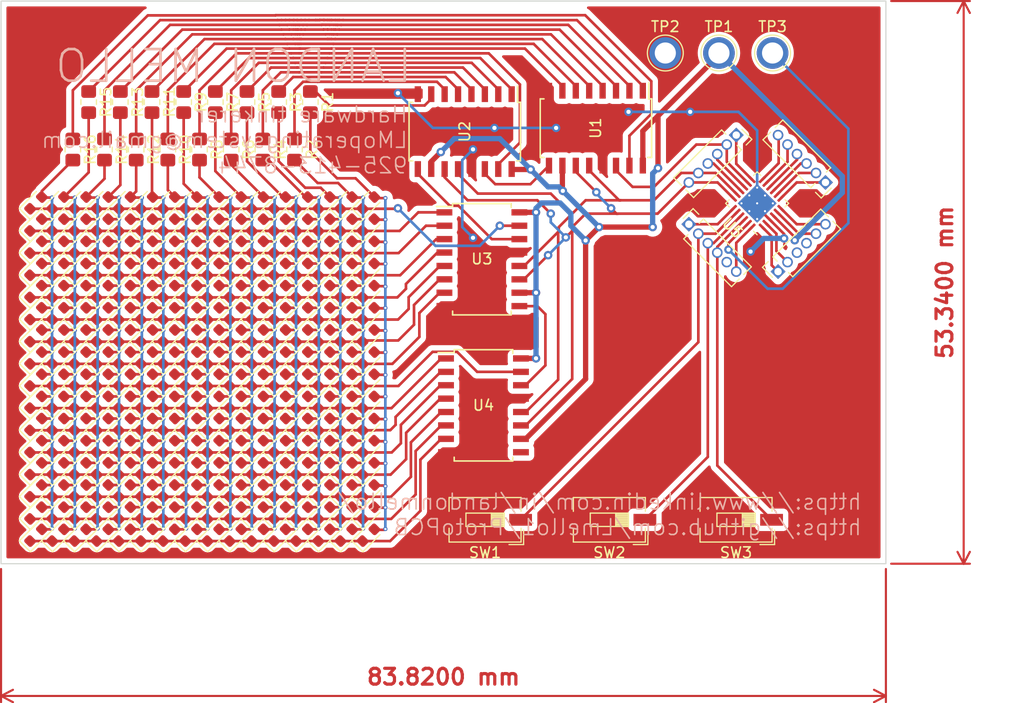
<source format=kicad_pcb>
(kicad_pcb (version 20211014) (generator pcbnew)
  (layers (0 "F.Cu" signal) (31 "B.Cu" signal) (34 "B.Paste" user) (35 "F.Paste" user) (36 "B.SilkS" user "B.Silkscreen") (37 "F.SilkS" user "F.Silkscreen") (38 "B.Mask" user) (39 "F.Mask" user) (44 "Edge.Cuts" user))
  (net 0 "")
  (net 1 "Net-(D1-Pad2)")
  (net 2 "Net-(D114-Pad2)")
  (net 3 "Net-(D115-Pad2)")
  (net 4 "Net-(D101-Pad2)")
  (net 5 "Net-(D102-Pad2)")
  (net 6 "Net-(D103-Pad2)")
  (net 7 "Net-(D104-Pad2)")
  (net 8 "Net-(D105-Pad2)")
  (net 9 "Net-(D10-Pad2)")
  (net 10 "Net-(D107-Pad2)")
  (net 11 "Net-(D108-Pad2)")
  (net 12 "Net-(D109-Pad2)")
  (net 13 "Net-(D110-Pad2)")
  (net 14 "Net-(D111-Pad2)")
  (net 15 "Net-(D112-Pad2)")
  (net 16 "Net-(U1-Pad9)")
  (net 18 "GND")
  (net 19 "VCC")
  (net 20 "Net-(TP3-Pad1)")
  (net 21 "/PB2")
  (net 22 "/PC0")
  (net 23 "/PC1")
  (net 24 "/S16")
  (net 25 "/S15")
  (net 26 "/S14")
  (net 27 "/S13")
  (net 28 "/S12")
  (net 29 "/S11")
  (net 30 "/S10")
  (net 31 "/S9")
  (net 32 "/S8")
  (net 33 "/S7")
  (net 34 "/S6")
  (net 35 "/S5")
  (net 36 "/S4")
  (net 37 "/S3")
  (net 38 "/S2")
  (net 39 "/S1")
  (net 40 "Net-(D100-Pad2)")
  (net 41 "/PA1")
  (net 42 "/PA2")
  (net 43 "/PA3")
  (net 44 "/PA4")
  (net 45 "/PA5")
  (net 46 "/PA6")
  (net 47 "/PA7")
  (net 48 "/T1")
  (net 49 "/T2")
  (net 50 "/T3")
  (net 51 "/T4")
  (net 52 "/T5")
  (net 53 "/T6")
  (net 54 "/T7")
  (net 55 "/T8")
  (net 56 "/T9")
  (net 57 "/T10")
  (net 58 "/T11")
  (net 59 "/T12")
  (net 60 "/T13")
  (net 61 "/T14")
  (net 62 "/T15")
  (net 63 "/T16")
  (net 64 "Net-(U2-Pad9)")
  (net 65 "Net-(U3-Pad9)")
  (net 66 "/PB0")
  (net 67 "/PB1")
  (net 68 "/PB3")
  (net 69 "/PB4")
  (net 70 "/PB5")
  (net 71 "/PB6")
  (net 72 "/PB7")
  (net 73 "/PC2")
  (net 74 "/PC3")
  (net 75 "/PC4")
  (net 76 "/PC5")
  (footprint "Library:LED_0603_1608Metric_no_text" (layer "F.Cu") (at 133.98 116.06 45)
    (fp_text reference "D190" hide)
    (fp_text value "LED" hide)
  )
  (footprint "Library:LED_0603_1608Metric_no_text" (layer "F.Cu") (at 119.28 92.96 45)
    (fp_text reference "D7" hide)
    (fp_text value "LED" hide)
  )
  (footprint "Library:LED_0603_1608Metric_no_text" (layer "F.Cu") (at 138.18 95.06 45)
    (fp_text reference "D32" hide)
    (fp_text value "LED" hide)
  )
  (footprint "Button_Switch_SMD:SW_DIP_SPSTx01_Slide_6.7x4.1mm_W6.73mm_P2.54mm_LowProfile_JPin" (layer "F.Cu") (at 149.225 123 180)
    (fp_text reference "SW1")
    (fp_text value "SW_Push")
  )
  (footprint "Library:LED_0603_1608Metric_no_text" (layer "F.Cu") (at 115.08 101.36 45)
    (fp_text reference "D69" hide)
    (fp_text value "LED" hide)
  )
  (footprint "Library:LED_0603_1608Metric_no_text" (layer "F.Cu") (at 112.98 97.16 45)
    (fp_text reference "D36" hide)
    (fp_text value "LED" hide)
  )
  (footprint "Library:LED_0603_1608Metric_no_text" (layer "F.Cu") (at 106.68 109.76 45)
    (fp_text reference "D129" hide)
    (fp_text value "LED" hide)
  )
  (footprint "Library:LED_0603_1608Metric_no_text" (layer "F.Cu") (at 127.68 111.86 45)
    (fp_text reference "D155" hide)
    (fp_text value "LED" hide)
  )
  (footprint "Library:LED_0603_1608Metric_no_text" (layer "F.Cu") (at 112.98 109.76 45)
    (fp_text reference "D132" hide)
    (fp_text value "LED" hide)
  )
  (footprint "Library:LED_0603_1608Metric_no_text" (layer "F.Cu") (at 110.88 122.36 45)
    (fp_text reference "D227" hide)
    (fp_text value "LED" hide)
  )
  (footprint "Library:LED_0603_1608Metric_no_text" (layer "F.Cu") (at 129.78 95.06 45)
    (fp_text reference "D28" hide)
    (fp_text value "LED" hide)
  )
  (footprint "Library:LED_0603_1608Metric_no_text" (layer "F.Cu") (at 125.58 99.26 45)
    (fp_text reference "D58" hide)
    (fp_text value "LED" hide)
  )
  (footprint "Resistor_SMD:R_0805_2012Metric_Pad1.20x1.40mm_HandSolder" (layer "F.Cu") (at 116.175001 87.9 -90)
    (fp_text reference "R12")
    (fp_text value "220" hide)
  )
  (footprint "Library:LED_0603_1608Metric_no_text" (layer "F.Cu") (at 115.08 116.06 45)
    (fp_text reference "D181" hide)
    (fp_text value "LED" hide)
  )
  (footprint "Library:LED_0603_1608Metric_no_text" (layer "F.Cu") (at 110.88 113.96 45)
    (fp_text reference "D163" hide)
    (fp_text value "LED" hide)
  )
  (footprint "Library:LED_0603_1608Metric_no_text" (layer "F.Cu") (at 129.78 118.16 45)
    (fp_text reference "D204" hide)
    (fp_text value "LED" hide)
  )
  (footprint "Library:LED_0603_1608Metric_no_text" (layer "F.Cu") (at 127.68 122.36 45)
    (fp_text reference "D235" hide)
    (fp_text value "LED" hide)
  )
  (footprint "Library:LED_0603_1608Metric_no_text" (layer "F.Cu") (at 127.68 92.96 45)
    (fp_text reference "D11" hide)
    (fp_text value "LED" hide)
  )
  (footprint "Library:LED_0603_1608Metric_no_text" (layer "F.Cu") (at 112.98 113.96 45)
    (fp_text reference "D164" hide)
    (fp_text value "LED" hide)
  )
  (footprint "Library:LED_0603_1608Metric_no_text" (layer "F.Cu") (at 112.98 103.46 45)
    (fp_text reference "D84" hide)
    (fp_text value "LED" hide)
  )
  (footprint "Library:LED_0603_1608Metric_no_text" (layer "F.Cu") (at 117.18 97.16 45)
    (fp_text reference "D38" hide)
    (fp_text value "LED" hide)
  )
  (footprint "Library:LED_0603_1608Metric_no_text" (layer "F.Cu") (at 106.68 122.36 45)
    (fp_text reference "D225" hide)
    (fp_text value "LED" hide)
  )
  (footprint "Library:LED_0603_1608Metric_no_text" (layer "F.Cu") (at 125.58 116.06 45)
    (fp_text reference "D186" hide)
    (fp_text value "LED" hide)
  )
  (footprint "Library:LED_0603_1608Metric_no_text" (layer "F.Cu") (at 136.08 116.06 45)
    (fp_text reference "D191" hide)
    (fp_text value "LED" hide)
  )
  (footprint "Library:LED_0603_1608Metric_no_text" (layer "F.Cu") (at 106.68 92.96 45)
    (fp_text reference "D1" hide)
    (fp_text value "LED" hide)
  )
  (footprint "Library:LED_0603_1608Metric_no_text" (layer "F.Cu") (at 121.38 107.66 45)
    (fp_text reference "D120" hide)
    (fp_text value "LED" hide)
  )
  (footprint "Library:LED_0603_1608Metric_no_text" (layer "F.Cu") (at 108.78 95.06 45)
    (fp_text reference "D18" hide)
    (fp_text value "LED" hide)
  )
  (footprint "Package_SO:SOIC-16W_5.3x10.2mm_P1.27mm" (layer "F.Cu") (at 149.075 112.15)
    (fp_text reference "U4")
    (fp_text value "74HC595" hide)
  )
  (footprint "Library:LED_0603_1608Metric_no_text" (layer "F.Cu") (at 121.38 116.06 45)
    (fp_text reference "D184" hide)
    (fp_text value "LED" hide)
  )
  (footprint "TestPoint:TestPoint_Plated_Hole_D2.0mm" (layer "F.Cu") (at 176.46 78.75)
    (fp_text reference "TP3")
    (fp_text value "UPDI")
  )
  (footprint "Library:LED_0603_1608Metric_no_text" (layer "F.Cu") (at 127.68 113.96 45)
    (fp_text reference "D171" hide)
    (fp_text value "LED" hide)
  )
  (footprint "Library:LED_0603_1608Metric_no_text" (layer "F.Cu") (at 106.68 101.36 45)
    (fp_text reference "D65" hide)
    (fp_text value "LED" hide)
  )
  (footprint "Library:LED_0603_1608Metric_no_text" (layer "F.Cu") (at 125.58 95.06 45)
    (fp_text reference "D26" hide)
    (fp_text value "LED" hide)
  )
  (footprint "Library:LED_0603_1608Metric_no_text" (layer "F.Cu") (at 123.48 99.26 45)
    (fp_text reference "D57" hide)
    (fp_text value "LED" hide)
  )
  (footprint "Library:LED_0603_1608Metric_no_text" (layer "F.Cu") (at 110.88 118.16 45)
    (fp_text reference "D195" hide)
    (fp_text value "LED" hide)
  )
  (footprint "Library:LED_0603_1608Metric_no_text" (layer "F.Cu") (at 106.68 105.56 45)
    (fp_text reference "D97" hide)
    (fp_text value "LED" hide)
  )
  (footprint "Library:LED_0603_1608Metric_no_text" (layer "F.Cu") (at 121.38 113.96 45)
    (fp_text reference "D168" hide)
    (fp_text value "LED" hide)
  )
  (footprint "Library:LED_0603_1608Metric_no_text" (layer "F.Cu") (at 110.88 116.06 45)
    (fp_text reference "D179" hide)
    (fp_text value "LED" hide)
  )
  (footprint "Library:LED_0603_1608Metric_no_text" (layer "F.Cu") (at 121.38 101.36 45)
    (fp_text reference "D72" hide)
    (fp_text value "LED" hide)
  )
  (footprint "Library:LED_0603_1608Metric_no_text" (layer "F.Cu") (at 129.78 120.26 45)
    (fp_text reference "D220" hide)
    (fp_text value "LED" hide)
  )
  (footprint "Library:LED_0603_1608Metric_no_text" (layer "F.Cu") (at 136.08 109.76 45)
    (fp_text reference "D143" hide)
    (fp_text value "LED" hide)
  )
  (footprint "Library:LED_0603_1608Metric_no_text" (layer "F.Cu") (at 121.38 92.96 45)
    (fp_text reference "D8" hide)
    (fp_text value "LED" hide)
  )
  (footprint "Library:LED_0603_1608Metric_no_text" (layer "F.Cu") (at 138.18 105.56 45)
    (fp_text reference "D112" hide)
    (fp_text value "LED" hide)
  )
  (footprint "Library:LED_0603_1608Metric_no_text" (layer "F.Cu") (at 136.08 124.46 45)
    (fp_text reference "D255" hide)
    (fp_text value "LED" hide)
  )
  (footprint "Library:LED_0603_1608Metric_no_text" (layer "F.Cu") (at 129.78 124.46 45)
    (fp_text reference "D252" hide)
    (fp_text value "LED" hide)
  )
  (footprint "Library:LED_0603_1608Metric_no_text" (layer "F.Cu") (at 129.78 99.26 45)
    (fp_text reference "D60" hide)
    (fp_text value "LED" hide)
  )
  (footprint "Library:LED_0603_1608Metric_no_text" (layer "F.Cu") (at 115.08 113.96 45)
    (fp_text reference "D165" hide)
    (fp_text value "LED" hide)
  )
  (footprint "Library:LED_0603_1608Metric_no_text" (layer "F.Cu") (at 112.98 111.86 45)
    (fp_text reference "D148" hide)
    (fp_text value "LED" hide)
  )
  (footprint "Library:LED_0603_1608Metric_no_text" (layer "F.Cu") (at 110.88 97.16 45)
    (fp_text reference "D35" hide)
    (fp_text value "LED" hide)
  )
  (footprint "Library:LED_0603_1608Metric_no_text" (layer "F.Cu") (at 108.78 120.26 45)
    (fp_text reference "D210" hide)
    (fp_text value "LED" hide)
  )
  (footprint "Library:LED_0603_1608Metric_no_text" (layer "F.Cu") (at 121.38 111.86 45)
    (fp_text reference "D152" hide)
    (fp_text value "LED" hide)
  )
  (footprint "Library:LED_0603_1608Metric_no_text" (layer "F.Cu") (at 123.48 105.56 45)
    (fp_text reference "D105" hide)
    (fp_text value "LED" hide)
  )
  (footprint "Library:LED_0603_1608Metric_no_text" (layer "F.Cu") (at 117.18 111.86 45)
    (fp_text reference "D150" hide)
    (fp_text value "LED" hide)
  )
  (footprint "Library:LED_0603_1608Metric_no_text" (layer "F.Cu") (at 112.98 122.36 45)
    (fp_text reference "D228" hide)
    (fp_text value "LED" hide)
  )
  (footprint "Library:LED_0603_1608Metric_no_text" (layer "F.Cu") (at 133.98 122.36 45)
    (fp_text reference "D238" hide)
    (fp_text value "LED" hide)
  )
  (footprint "Library:LED_0603_1608Metric_no_text" (layer "F.Cu") (at 123.48 111.86 45)
    (fp_text reference "D153" hide)
    (fp_text value "LED" hide)
  )
  (footprint "Library:LED_0603_1608Metric_no_text" (layer "F.Cu") (at 121.38 124.46 45)
    (fp_text reference "D248" hide)
    (fp_text value "LED" hide)
  )
  (footprint "Library:LED_0603_1608Metric_no_text" (layer "F.Cu") (at 121.38 118.16 45)
    (fp_text reference "D200" hide)
    (fp_text value "LED" hide)
  )
  (footprint "Library:LED_0603_1608Metric_no_text" (layer "F.Cu") (at 125.58 124.46 45)
    (fp_text reference "D250" hide)
    (fp_text value "LED" hide)
  )
  (footprint "Library:LED_0603_1608Metric_no_text" (layer "F.Cu") (at 110.88 120.26 45)
    (fp_text reference "D211" hide)
    (fp_text value "LED" hide)
  )
  (footprint "Resistor_SMD:R_0805_2012Metric_Pad1.20x1.40mm_HandSolder" (layer "F.Cu") (at 123.675 83.4 -90)
    (fp_text reference "R7")
    (fp_text value "220" hide)
  )
  (footprint "TestPoint:TestPoint_Plated_Hole_D2.0mm" (layer "F.Cu") (at 166.3 78.75)
    (fp_text reference "TP2")
    (fp_text value "GND")
  )
  (footprint "Library:LED_0603_1608Metric_no_text" (layer "F.Cu") (at 117.18 116.06 45)
    (fp_text reference "D182" hide)
    (fp_text value "LED" hide)
  )
  (footprint "Library:LED_0603_1608Metric_no_text" (layer "F.Cu") (at 125.58 107.66 45)
    (fp_text reference "D122" hide)
    (fp_text value "LED" hide)
  )
  (footprint "Button_Switch_SMD:SW_DIP_SPSTx01_Slide_6.7x4.1mm_W6.73mm_P2.54mm_LowProfile_JPin" (layer "F.Cu") (at 173 123 180)
    (fp_text reference "SW3")
    (fp_text value "SW_Push")
  )
  (footprint "Library:LED_0603_1608Metric_no_text" (layer "F.Cu") (at 138.18 107.66 45)
    (fp_text reference "D128" hide)
    (fp_text value "LED" hide)
  )
  (footprint "Library:LED_0603_1608Metric_no_text" (layer "F.Cu") (at 125.58 118.16 45)
    (fp_text reference "D202" hide)
    (fp_text value "LED" hide)
  )
  (footprint "Library:LED_0603_1608Metric_no_text" (layer "F.Cu") (at 136.08 120.26 45)
    (fp_text reference "D223" hide)
    (fp_text value "LED" hide)
  )
  (footprint "Library:LED_0603_1608Metric_no_text" (layer "F.Cu") (at 138.18 118.16 45)
    (fp_text reference "D208" hide)
    (fp_text value "LED" hide)
  )
  (footprint "Library:LED_0603_1608Metric_no_text" (layer "F.Cu") (at 117.18 92.96 45)
    (fp_text reference "D6" hide)
    (fp_text value "LED" hide)
  )
  (footprint "Library:LED_0603_1608Metric_no_text" (layer "F.Cu") (at 115.08 111.86 45)
    (fp_text reference "D149" hide)
    (fp_text value "LED" hide)
  )
  (footprint "Library:LED_0603_1608Metric_no_text" (layer "F.Cu") (at 108.78 92.96 45)
    (fp_text reference "D2" hide)
    (fp_text value "LED" hide)
  )
  (footprint "Library:LED_0603_1608Metric_no_text" (layer "F.Cu") (at 117.18 107.66 45)
    (fp_text reference "D118" hide)
    (fp_text value "LED" hide)
  )
  (footprint "Library:LED_0603_1608Metric_no_text" (layer "F.Cu") (at 117.18 101.36 45)
    (fp_text reference "D70" hide)
    (fp_text value "LED" hide)
  )
  (footprint "Library:LED_0603_1608Metric_no_text" (layer "F.Cu") (at 125.58 113.96 45)
    (fp_text reference "D170" hide)
    (fp_text value "LED" hide)
  )
  (footprint "Library:LED_0603_1608Metric_no_text" (layer "F.Cu") (at 110.88 109.76 45)
    (fp_text reference "D131" hide)
    (fp_text value "LED" hide)
  )
  (footprint "Library:LED_0603_1608Metric_no_text" (layer "F.Cu") (at 110.88 111.86 45)
    (fp_text reference "D147" hide)
    (fp_text value "LED" hide)
  )
  (footprint "Library:LED_0603_1608Metric_no_text" (layer "F.Cu") (at 131.88 99.26 45)
    (fp_text reference "D61" hide)
    (fp_text value "LED" hide)
  )
  (footprint "Library:LED_0603_1608Metric_no_text" (layer "F.Cu") (at 136.08 113.96 45)
    (fp_text reference "D175" hide)
    (fp_text value "LED" hide)
  )
  (footprint "Library:LED_0603_1608Metric_no_text" (layer "F.Cu") (at 127.68 109.76 45)
    (fp_text reference "D139" hide)
    (fp_text value "LED" hide)
  )
  (footprint "Library:LED_0603_1608Metric_no_text" (layer "F.Cu") (at 138.18 122.36 45)
    (fp_text reference "D240" hide)
    (fp_text value "LED" hide)
  )
  (footprint "Library:LED_0603_1608Metric_no_text" (layer "F.Cu") (at 136.08 107.66 45)
    (fp_text reference "D127" hide)
    (fp_text value "LED" hide)
  )
  (footprint "Library:LED_0603_1608Metric_no_text" (layer "F.Cu") (at 108.78 99.26 45)
    (fp_text reference "D50" hide)
    (fp_text value "LED" hide)
  )
  (footprint "Library:LED_0603_1608Metric_no_text" (layer "F.Cu") (at 131.88 118.16 45)
    (fp_text reference "D205" hide)
    (fp_text value "LED" hide)
  )
  (footprint "Library:LED_0603_1608Metric_no_text" (layer "F.Cu") (at 125.58 111.86 45)
    (fp_text reference "D154" hide)
    (fp_text value "LED" hide)
  )
  (footprint "Library:LED_0603_1608Metric_no_text" (layer "F.Cu") (at 125.58 103.46 45)
    (fp_text reference "D90" hide)
    (fp_text value "LED" hide)
  )
  (footprint "Library:LED_0603_1608Metric_no_text" (layer "F.Cu") (at 115.08 122.36 45)
    (fp_text reference "D229" hide)
    (fp_text value "LED" hide)
  )
  (footprint "Library:LED_0603_1608Metric_no_text" (layer "F.Cu") (at 138.18 92.96 45)
    (fp_text reference "D16" hide)
    (fp_text value "LED" hide)
  )
  (footprint "Library:LED_0603_1608Metric_no_text" (layer "F.Cu") (at 127.68 124.46 45)
    (fp_text reference "D251" hide)
    (fp_text value "LED" hide)
  )
  (footprint "Library:LED_0603_1608Metric_no_text" (layer "F.Cu") (at 123.48 97.16 45)
    (fp_text reference "D41" hide)
    (fp_text value "LED" hide)
  )
  (footprint "Library:LED_0603_1608Metric_no_text" (layer "F.Cu") (at 129.78 107.66 45)
    (fp_text reference "D124" hide)
    (fp_text value "LED" hide)
  )
  (footprint "Library:LED_0603_1608Metric_no_text" (layer "F.Cu") (at 110.88 92.96 45)
    (fp_text reference "D3" hide)
    (fp_text value "LED" hide)
  )
  (footprint "Library:LED_0603_1608Metric_no_text" (layer "F.Cu") (at 133.98 97.16 45)
    (fp_text reference "D46" hide)
    (fp_text value "LED" hide)
  )
  (footprint "Resistor_SMD:R_0805_2012Metric_Pad1.20x1.40mm_HandSolder" (layer "F.Cu") (at 131.175 87.9 -90)
    (fp_text reference "R2")
    (fp_text value "220" hide)
  )
  (footprint "Library:LED_0603_1608Metric_no_text" (layer "F.Cu") (at 133.98 118.16 45)
    (fp_text reference "D206" hide)
    (fp_text value "LED" hide)
  )
  (footprint "Library:LED_0603_1608Metric_no_text" (layer "F.Cu") (at 108.78 113.96 45)
    (fp_text reference "D162" hide)
    (fp_text value "LED" hide)
  )
  (footprint "Library:LED_0603_1608Metric_no_text" (layer "F.Cu") (at 131.88 92.96 45)
    (fp_text reference "D13" hide)
    (fp_text value "LED" hide)
  )
  (footprint "Library:LED_0603_1608Metric_no_text" (layer "F.Cu") (at 136.08 118.16 45)
    (fp_text reference "D207" hide)
    (fp_text value "LED" hide)
  )
  (footprint "Library:LED_0603_1608Metric_no_text" (layer "F.Cu") (at 123.48 122.36 45)
    (fp_text reference "D233" hide)
    (fp_text value "LED" hide)
  )
  (footprint "Library:LED_0603_1608Metric_no_text" (layer "F.Cu") (at 119.28 105.56 45)
    (fp_text reference "D103" hide)
    (fp_text value "LED" hide)
  )
  (footprint "Library:LED_0603_1608Metric_no_text" (layer "F.Cu") (at 110.88 103.46 45)
    (fp_text reference "D83" hide)
    (fp_text value "LED" hide)
  )
  (footprint "Library:LED_0603_1608Metric_no_text" (layer "F.Cu") (at 131.88 95.06 45)
    (fp_text reference "D29" hide)
    (fp_text value "LED" hide)
  )
  (footprint "Library:LED_0603_1608Metric_no_text" (layer "F.Cu") (at 127.68 107.66 45)
    (fp_text reference "D123" hide)
    (fp_text value "LED" hide)
  )
  (footprint "Library:LED_0603_1608Metric_no_text" (layer "F.Cu") (at 119.28 99.26 45)
    (fp_text reference "D55" hide)
    (fp_text value "LED" hide)
  )
  (footprint "Library:LED_0603_1608Metric_no_text" (layer "F.Cu") (at 119.28 103.46 45)
    (fp_text reference "D87" hide)
    (fp_text value "LED" hide)
  )
  (footprint "Library:LED_0603_1608Metric_no_text" (layer "F.Cu") (at 119.28 122.36 45)
    (fp_text reference "D231" hide)
    (fp_text value "LED" hide)
  )
  (footprint "Library:LED_0603_1608Metric_no_text" (layer "F.Cu") (at 133.98 99.26 45)
    (fp_text reference "D62" hide)
    (fp_text value "LED" hide)
  )
  (footprint "Library:LED_0603_1608Metric_no_text" (layer "F.Cu") (at 112.98 107.66 45)
    (fp_text reference "D116" hide)
    (fp_text value "LED" hide)
  )
  (footprint "Library:LED_0603_1608Metric_no_text" (layer "F.Cu") (at 136.08 95.06 45)
    (fp_text reference "D31" hide)
    (fp_text value "LED" hide)
  )
  (footprint "Library:LED_0603_1608Metric_no_text" (layer "F.Cu") (at 121.38 103.46 45)
    (fp_text reference "D88" hide)
    (fp_text value "LED" hide)
  )
  (footprint "Library:LED_0603_1608Metric_no_text" (layer "F.Cu") (at 106.68 113.96 45)
    (fp_text reference "D161" hide)
    (fp_text value "LED" hide)
  )
  (footprint "Library:LED_0603_1608Metric_no_text" (layer "F.Cu") (at 115.08 103.46 45)
    (fp_text reference "D85" hide)
    (fp_text value "LED" hide)
  )
  (footprint "Library:LED_0603_1608Metric_no_text" (layer "F.Cu") (at 119.28 120.26 45)
    (fp_text reference "D215" hide)
    (fp_text value "LED" hide)
  )
  (footprint "Library:LED_0603_1608Metric_no_text" (layer "F.Cu") (at 127.68 118.16 45)
    (fp_text reference "D203" hide)
    (fp_text value "LED" hide)
  )
  (footprint "Library:LED_0603_1608Metric_no_text" (layer "F.Cu") (at 115.08 105.56 45)
    (fp_text reference "D101" hide)
    (fp_text value "LED" hide)
  )
  (footprint "Library:LED_0603_1608Metric_no_text" (layer "F.Cu") (at 125.58 92.96 45)
    (fp_text reference "D10" hide)
    (fp_text value "LED" hide)
  )
  (footprint "Library:LED_0603_1608Metric_no_text" (layer "F.Cu") (at 127.68 95.06 45)
    (fp_text reference "D27" hide)
    (fp_text value "LED" hide)
  )
  (footprint "Library:LED_0603_1608Metric_no_text" (layer "F.Cu") (at 108.78 107.66 45)
    (fp_text reference "D114" hide)
    (fp_text value "LED" hide)
  )
  (footprint "Library:LED_0603_1608Metric_no_text" (layer "F.Cu") (at 131.88 124.46 45)
    (fp_text reference "D253" hide)
    (fp_text value "LED" hide)
  )
  (footprint "Library:LED_0603_1608Metric_no_text" (layer "F.Cu") (at 108.78 103.46 45)
    (fp_text reference "D82" hide)
    (fp_text value "LED" hide)
  )
  (footprint "Library:LED_0603_1608Metric_no_text" (layer "F.Cu") (at 131.88 105.56 45)
    (fp_text reference "D109" hide)
    (fp_text value "LED" hide)
  )
  (footprint "Library:LED_0603_1608Metric_no_text" (layer "F.Cu") (at 129.78 122.36 45)
    (fp_text reference "D236" hide)
    (fp_text value "LED" hide)
  )
  (footprint "Library:LED_0603_1608Metric_no_text" (layer "F.Cu") (at 108.78 122.36 45)
    (fp_text reference "D226" hide)
    (fp_text value "LED" hide)
  )
  (footprint "Library:LED_0603_1608Metric_no_text" (layer "F.Cu") (at 121.38 122.36 45)
    (fp_text reference "D232" hide)
    (fp_text value "LED" hide)
  )
  (footprint "Library:LED_0603_1608Metric_no_text" (layer "F.Cu") (at 125.58 101.36 45)
    (fp_text reference "D74" hide)
    (fp_text value "LED" hide)
  )
  (footprint "Resistor_SMD:R_0805_2012Metric_Pad1.20x1.40mm_HandSolder" (layer "F.Cu") (at 120.675001 83.4 -90)
    (fp_text reference "R9")
    (fp_text value "220" hide)
  )
  (footprint "Library:LED_0603_1608Metric_no_text" (layer "F.Cu") (at 110.88 101.36 45)
    (fp_text reference "D67" hide)
    (fp_text value "LED" hide)
  )
  (footprint "Library:LED_0603_1608Metric_no_text" (layer "F.Cu") (at 106.68 97.16 45)
    (fp_text reference "D33" hide)
    (fp_text value "LED" hide)
  )
  (footprint "Library:LED_0603_1608Metric_no_text" (layer "F.Cu") (at 129.78 109.76 45)
    (fp_text reference "D140" hide)
    (fp_text value "LED" hide)
  )
  (footprint "Library:LED_0603_1608Metric_no_text" (layer "F.Cu") (at 119.28 101.36 45)
    (fp_text reference "D71" hide)
    (fp_text value "LED" hide)
  )
  (footprint "Library:LED_0603_1608Metric_no_text" (layer "F.Cu") (at 108.78 101.36 45)
    (fp_text reference "D66" hide)
    (fp_text value "LED" hide)
  )
  (footprint "Library:LED_0603_1608Metric_no_text" (layer "F.Cu") (at 121.38 105.56 45)
    (fp_text reference "D104" hide)
    (fp_text value "LED" hide)
  )
  (footprint "Library:LED_0603_1608Metric_no_text" (layer "F.Cu") (at 106.68 120.26 45)
    (fp_text reference "D209" hide)
    (fp_text value "LED" hide)
  )
  (footprint "Library:LED_0603_1608Metric_no_text" (layer "F.Cu") (at 133.98 101.36 45)
    (fp_text reference "D78" hide)
    (fp_text value "LED" hide)
  )
  (footprint "Package_SO:SOIC-16W_5.3x10.2mm_P1.27mm" (layer "F.Cu") (at 159.725 85.875 -90)
    (fp_text reference "U1")
    (fp_text value "74HC595" hide)
  )
  (footprint "Library:LED_0603_1608Metric_no_text" (layer "F.Cu") (at 121.38 109.76 45)
    (fp_text reference "D136" hide)
    (fp_text value "LED" hide)
  )
  (footprint "Library:LED_0603_1608Metric_no_text" (layer "F.Cu") (at 110.88 105.56 45)
    (fp_text reference "D99" hide)
    (fp_text value "LED" hide)
  )
  (footprint "Library:LED_0603_1608Metric_no_text" (layer "F.Cu") (at 117.18 105.56 45)
    (fp_text reference "D102" hide)
    (fp_text value "LED" hide)
  )
  (footprint "Library:LED_0603_1608Metric_no_text" (layer "F.Cu") (at 136.08 105.56 45)
    (fp_text reference "D111" hide)
    (fp_text value "LED" hide)
  )
  (footprint "Library:LED_0603_1608Metric_no_text" (layer "F.Cu") (at 119.28 109.76 45)
    (fp_text reference "D135" hide)
    (fp_text value "LED" hide)
  )
  (footprint "Connector_PinSocket_1.27mm:PinSocket_1x06_P1.27mm_Vertical" (layer "F.Cu") (at 168.529973 94.979899 45)
    (fp_text reference "J15" hide)
    (fp_text value "Conn_01x06_Female" hide)
  )
  (footprint "Library:LED_0603_1608Metric_no_text" (layer "F.Cu") (at 115.08 97.16 45)
    (fp_text reference "D37" hide)
    (fp_text value "LED" hide)
  )
  (footprint "Library:LED_0603_1608Metric_no_text" (layer "F.Cu") (at 106.68 124.46 45)
    (fp_text reference "D241" hide)
    (fp_text value "LED" hide)
  )
  (footprint "Resistor_SMD:R_0805_2012Metric_Pad1.20x1.40mm_HandSolder" (layer "F.Cu") (at 117.675001 83.4 -90)
    (fp_text reference "R11")
    (fp_text value "220" hide)
  )
  (footprint "Connector_PinSocket_1.27mm:PinSocket_1x06_P1.27mm_Vertical" (layer "F.Cu") (at 173.020101 86.529973 -45)
    (fp_text reference "J18" hide)
    (fp_text value "Conn_01x06_Female" hide)
  )
  (footprint "Library:LED_0603_1608Metric_no_text" (layer "F.Cu") (at 115.08 99.26 45)
    (fp_text reference "D53" hide)
    (fp_text value "LED" hide)
  )
  (footprint "Library:LED_0603_1608Metric_no_text" (layer "F.Cu") (at 136.08 92.96 45)
    (fp_text reference "D15" hide)
    (fp_text value "LED" hide)
  )
  (footprint "Package_SO:SOIC-16W_5.3x10.2mm_P1.27mm" (layer "F.Cu") (at 148.925 98.3)
    (fp_text reference "U3")
    (fp_text value "74HC595" hide)
  )
  (footprint "Library:LED_0603_1608Metric_no_text" (layer "F.Cu") (at 112.98 92.96 45)
    (fp_text reference "D4" hide)
    (fp_text value "LED" hide)
  )
  (footprint "Library:LED_0603_1608Metric_no_text" (layer "F.Cu") (at 112.98 105.56 45)
    (fp_text reference "D100" hide)
    (fp_text value "LED" hide)
  )
  (footprint "Resistor_SMD:R_0805_2012Metric_Pad1.20x1.40mm_HandSolder" (layer "F.Cu") (at 125.175001 87.9 -90)
    (fp_text reference "R6")
    (fp_text value "220" hide)
  )
  (footprint "Library:LED_0603_1608Metric_no_text" (layer "F.Cu") (at 127.68 116.06 45)
    (fp_text reference "D187" hide)
    (fp_text value "LED" hide)
  )
  (footprint "Library:LED_0603_1608Metric_no_text" (layer "F.Cu") (at 121.38 99.26 45)
    (fp_text reference "D56" hide)
    (fp_text value "LED" hide)
  )
  (footprint "Library:LED_0603_1608Metric_no_text" (layer "F.Cu") (at 121.38 95.06 45)
    (fp_text reference "D24" hide)
    (fp_text value "LED" hide)
  )
  (footprint "Library:LED_0603_1608Metric_no_text" (layer "F.Cu") (at 117.18 113.96 45)
    (fp_text reference "D166" hide)
    (fp_text value "LED" hide)
  )
  (footprint "Library:LED_0603_1608Metric_no_text" (layer "F.Cu") (at 123.48 124.46 45)
    (fp_text reference "D249" hide)
    (fp_text value "LED" hide)
  )
  (footprint "Library:LED_0603_1608Metric_no_text" (layer "F.Cu") (at 112.98 101.36 45)
    (fp_text reference "D68" hide)
    (fp_text value "LED" hide)
  )
  (footprint "Resistor_SMD:R_0805_2012Metric_Pad1.20x1.40mm_HandSolder" (layer "F.Cu") (at 122.174999 87.9 -90)
    (fp_text reference "R8")
    (fp_text value "220" hide)
  )
  (footprint "Library:LED_0603_1608Metric_no_text" (layer "F.Cu") (at 138.18 120.26 45)
    (fp_text reference "D224" hide)
    (fp_text value "LED" hide)
  )
  (footprint "Library:LED_0603_1608Metric_no_text" (layer "F.Cu") (at 133.98 111.86 45)
    (fp_text reference "D158" hide)
    (fp_text value "LED" hide)
  )
  (footprint "Library:LED_0603_1608Metric_no_text" (layer "F.Cu") (at 117.18 124.46 45)
    (fp_text reference "D246" hide)
    (fp_text value "LED" hide)
  )
  (footprint "Library:LED_0603_1608Metric_no_text" (layer "F.Cu") (at 127.68 101.36 45)
    (fp_text reference "D75" hide)
    (fp_text value "LED" hide)
  )
  (footprint "Library:LED_0603_1608Metric_no_text" (layer "F.Cu") (at 119.28 107.66 45)
    (fp_text reference "D119" hide)
    (fp_text value "LED" hide)
  )
  (footprint "Library:LED_0603_1608Metric_no_text" (layer "F.Cu") (at 117.18 118.16 45)
    (fp_text reference "D198" hide)
    (fp_text value "LED" hide)
  )
  (footprint "Library:LED_0603_1608Metric_no_text" (layer "F.Cu") (at 138.18 113.96 45)
    (fp_text reference "D176" hide)
    (fp_text value "LED" hide)
  )
  (footprint "Library:LED_0603_1608Metric_no_text" (layer "F.Cu") (at 123.48 92.96 45)
    (fp_text reference "D9" hide)
    (fp_text value "LED" hide)
  )
  (footprint "Library:LED_0603_1608Metric_no_text" (layer "F.Cu") (at 123.48 109.76 45)
    (fp_text reference "D137" hide)
    (fp_text value "LED" hide)
  )
  (footprint "Library:LED_0603_1608Metric_no_text" (layer "F.Cu") (at 127.68 97.16 45)
    (fp_text reference "D43" hide)
    (fp_text value "LED" hide)
  )
  (footprint "Library:LED_0603_1608Metric_no_text" (layer "F.Cu") (at 136.08 99.26 45)
    (fp_text reference "D63" hide)
    (fp_text value "LED" hide)
  )
  (footprint "Library:LED_0603_1608Metric_no_text" (layer "F.Cu") (at 133.98 113.96 45)
    (fp_text reference "D174" hide)
    (fp_text value "LED" hide)
  )
  (footprint "Library:LED_0603_1608Metric_no_text" (layer "F.Cu") (at 129.78 103.46 45)
    (fp_text reference "D92" hide)
    (fp_text value "LED" hide)
  )
  (footprint "Library:LED_0603_1608Metric_no_text" (layer "F.Cu") (at 123.48 116.06 45)
    (fp_text reference "D185" hide)
    (fp_text value "LED" hide)
  )
  (footprint "Library:LED_0603_1608Metric_no_text" (layer "F.Cu") (at 133.98 109.76 45)
    (fp_text reference "D142" hide)
    (fp_text value "LED" hide)
  )
  (footprint "Library:LED_0603_1608Metric_no_text" (layer "F.Cu") (at 106.68 118.16 45)
    (fp_text reference "D193" hide)
    (fp_text value "LED" hide)
  )
  (footprint "Library:LED_0603_1608Metric_no_text" (layer "F.Cu") (at 121.38 97.16 45)
    (fp_text reference "D40" hide)
    (fp_text value "LED" hide)
  )
  (footprint "Library:LED_0603_1608Metric_no_text" (layer "F.Cu") (at 112.98 124.46 45)
    (fp_text reference "D244" hide)
    (fp_text value "LED" hide)
  )
  (footprint "Library:LED_0603_1608Metric_no_text" (layer "F.Cu") (at 133.98 103.46 45)
    (fp_text reference "D94" hide)
    (fp_text value "LED" hide)
  )
  (footprint "Library:LED_0603_1608Metric_no_text" (layer "F.Cu") (at 110.88 124.46 45)
    (fp_text reference "D243" hide)
    (fp_text value "LED" hide)
  )
  (footprint "Library:LED_0603_1608Metric_no_text" (layer "F.Cu") (at 121.38 120.26 45)
    (fp_text reference "D216" hide)
    (fp_text value "LED" hide)
  )
  (footprint "Library:LED_0603_1608Metric_no_text" (layer "F.Cu") (at 129.78 111.86 45)
    (fp_text reference "D156" hide)
    (fp_text value "LED" hide)
  )
  (footprint "Library:LED_0603_1608Metric_no_text" (layer "F.Cu") (at 133.98 92.96 45)
    (fp_text reference "D14" hide)
    (fp_text value "LED" hide)
  )
  (footprint "Library:LED_0603_1608Metric_no_text" (layer "F.Cu") (at 136.08 122.36 45)
    (fp_text reference "D239" hide)
    (fp_text value "LED" hide)
  )
  (footprint "Library:LED_0603_1608Metric_no_text" (layer "F.Cu") (at 106.68 116.06 45)
    (fp_text reference "D177" hide)
    (fp_text value "LED" hide)
  )
  (footprint "Library:LED_0603_1608Metric_no_text" (layer "F.Cu") (at 115.08 124.46 45)
    (fp_text reference "D245" hide)
    (fp_text value "LED" hide)
  )
  (footprint "Library:LED_0603_1608Metric_no_text" (layer "F.Cu") (at 117.18 122.36 45)
    (fp_text reference "D230" hide)
    (fp_text value "LED" hide)
  )
  (footprint "Library:LED_0603_1608Metric_no_text" (layer "F.Cu") (at 133.98 120.26 45)
    (fp_text reference "D222" hide)
    (fp_text value "LED" hide)
  )
  (footprint "Library:LED_0603_1608Metric_no_text" (layer "F.Cu") (at 110.88 99.26 45)
    (fp_text reference "D51" hide)
    (fp_text value "LED" hide)
  )
  (footprint "Library:LED_0603_1608Metric_no_text" (layer "F.Cu") (at 119.28 113.96 45)
    (fp_text reference "D167" hide)
    (fp_text value "LED" hide)
  )
  (footprint "Library:LED_0603_1608Metric_no_text" (layer "F.Cu") (at 129.78 101.36 45)
    (fp_text reference "D76" hide)
    (fp_text value "LED" hide)
  )
  (footprint "Library:LED_0603_1608Metric_no_text" (layer "F.Cu") (at 125.58 109.76 45)
    (fp_text reference "D138" hide)
    (fp_text value "LED" hide)
  )
  (footprint "Resistor_SMD:R_0805_2012Metric_Pad1.20x1.40mm_HandSolder" (layer "F.Cu") (at 114.675001 83.4 -90)
    (fp_text reference "R13")
    (fp_text value "220" hide)
  )
  (footprint "Library:LED_0603_1608Metric_no_text" (layer "F.Cu") (at 131.88 101.36 45)
    (fp_text reference "D77" hide)
    (fp_text value "LED" hide)
  )
  (footprint "Library:LED_0603_1608Metric_no_text" (layer "F.Cu") (at 119.28 95.06 45)
    (fp_text reference "D23" hide)
    (fp_text value "LED" hide)
  )
  (footprint "Library:LED_0603_1608Metric_no_text" (layer "F.Cu") (at 106.68 103.46 45)
    (fp_text reference "D81" hide)
    (fp_text value "LED" hide)
  )
  (footprint "Library:LED_0603_1608Metric_no_text" (layer "F.Cu") (at 129.78 113.96 45)
    (fp_text reference "D172" hide)
    (fp_text value "LED" hide)
  )
  (footprint "Library:LED_0603_1608Metric_no_text" (layer "F.Cu") (at 115.08 120.26 45)
    (fp_text reference "D213" hide)
    (fp_text value "LED" hide)
  )
  (footprint "Library:LED_0603_1608Metric_no_text" (layer "F.Cu") (at 119.28 124.46 45)
    (fp_text reference "D247" hide)
    (fp_text value "LED" hide)
  )
  (footprint "Library:LED_0603_1608Metric_no_text" (layer "F.Cu") (at 108.78 111.86 45)
    (fp_text reference "D146" hide)
    (fp_text value "LED" hide)
  )
  (footprint "Library:LED_0603_1608Metric_no_text" (layer "F.Cu") (at 129.78 97.16 45)
    (fp_text reference "D44" hide)
    (fp_text value "LED" hide)
  )
  (footprint "Library:LED_0603_1608Metric_no_text" (layer "F.Cu") (at 136.08 101.36 45)
    (fp_text reference "D79" hide)
    (fp_text value "LED" hide)
  )
  (footprint "Library:LED_0603_1608Metric_no_text" (layer "F.Cu") (at 106.68 111.86 45)
    (fp_text reference "D145" hide)
    (fp_text value "LED" hide)
  )
  (footprint "Package_SO:SOIC-16W_5.3x10.2mm_P1.27mm" (layer "F.Cu") (at 147.3 86.2 -90)
    (fp_text reference "U2")
    (fp_text value "74HC595" hide)
  )
  (footprint "Library:LED_0603_1608Metric_no_text" (layer "F.Cu") (at 133.98 107.66 45)
    (fp_text reference "D126" hide)
    (fp_text value "LED" hide)
  )
  (footprint "Library:LED_0603_1608Metric_no_text" (layer "F.Cu") (at 138.18 124.46 45)
    (fp_text reference "D256" hide)
    (fp_text value "LED" hide)
  )
  (footprint "Resistor_SMD:R_0805_2012Metric_Pad1.20x1.40mm_HandSolder" (layer "F.Cu") (at 119.175001 87.9 -90)
    (fp_text reference "R10")
    (fp_text value "220" hide)
  )
  (footprint "Library:LED_0603_1608Metric_no_text" (layer "F.Cu") (at 125.58 97.16 45)
    (fp_text reference "D42" hide)
    (fp_text value "LED" hide)
  )
  (footprint "Library:LED_0603_1608Metric_no_text" (layer "F.Cu") (at 127.68 105.56 45)
    (fp_text reference "D107" hide)
    (fp_text value "LED" hide)
  )
  (footprint "Library:LED_0603_1608Metric_no_text" (layer "F.Cu") (at 138.18 111.86 45)
    (fp_text reference "D160" hide)
    (fp_text value "LED" hide)
  )
  (footprint "Library:LED_0603_1608Metric_no_text" (layer "F.Cu") (at 136.08 103.46 45)
    (fp_text reference "D95" hide)
    (fp_text value "LED" hide)
  )
  (footprint "Library:LED_0603_1608Metric_no_text" (layer "F.Cu") (at 108.78 124.46 45)
    (fp_text reference "D242" hide)
    (fp_text value "LED" hide)
  )
  (footprint "Resistor_SMD:R_0805_2012Metric_Pad1.20x1.40mm_HandSolder" (layer "F.Cu") (at 129.675001 83.4 -90)
    (fp_text reference "R3")
    (fp_text value "220" hide)
  )
  (footprint "Library:LED_0603_1608Metric_no_text" (layer "F.Cu") (at 112.98 99.26 45)
    (fp_text reference "D52" hide)
    (fp_text value "LED" hide)
  )
  (footprint "Library:LED_0603_1608Metric_no_text" (layer "F.Cu") (at 131.88 120.26 45)
    (fp_text reference "D221" hide)
    (fp_text value "LED" hide)
  )
  (footprint "Resistor_SMD:R_0805_2012Metric_Pad1.20x1.40mm_HandSolder" (layer "F.Cu") (at 126.675001 83.4 -90)
    (fp_text reference "R5")
    (fp_text value "220" hide)
  )
  (footprint "Library:LED_0603_1608Metric_no_text" (layer "F.Cu") (at 115.08 107.66 45)
    (fp_text reference "D117" hide)
    (fp_text value "LED" hide)
  )
  (footprint "Library:LED_0603_1608Metric_no_text" (layer "F.Cu") (at 129.78 105.56 45)
    (fp_text reference "D108" hide)
    (fp_text value "LED" hide)
  )
  (footprint "Library:LED_0603_1608Metric_no_text" (layer "F.Cu") (at 133.98 105.56 45)
    (fp_text reference "D110" hide)
    (fp_text value "LED" hide)
  )
  (footprint "Library:LED_0603_1608Metric_no_text" (layer "F.Cu") (at 117.18 103.46 45)
    (fp_text reference "D86" hide)
    (fp_text value "LED" hide)
  )
  (footprint "Library:LED_0603_1608Metric_no_text" (layer "F.Cu") (at 133.98 95.06 45)
    (fp_text reference "D30" hide)
    (fp_text value "LED" hide)
  )
  (footprint "Library:LED_0603_1608Metric_no_text" (layer "F.Cu") (at 117.18 99.26 45)
    (fp_text reference "D54" hide)
    (fp_text value "LED" hide)
  )
  (footprint "Library:LED_0603_1608Metric_no_text" (layer "F.Cu") (at 115.08 118.16 45)
    (fp_text reference "D197" hide)
    (fp_text value "LED" hide)
  )
  (footprint "Library:LED_0603_1608Metric_no_text" (layer "F.Cu") (at 119.28 116.06 45)
    (fp_text reference "D183" hide)
    (fp_text value "LED" hide)
  )
  (footprint "Resistor_SMD:R_0805_2012Metric_Pad1.20x1.40mm_HandSolder" (layer "F.Cu") (at 132.675001 83.4 -90)
    (fp_text reference "R1")
    (fp_text value "220" hide)
  )
  (footprint "Library:LED_0603_1608Metric_no_text" (layer "F.Cu") (at 131.88 122.36 45)
    (fp_text reference "D237" hide)
    (fp_text value "LED" hide)
  )
  (footprint "Library:LED_0603_1608Metric_no_text" (layer "F.Cu") (at 125.58 122.36 45)
    (fp_text reference "D234" hide)
    (fp_text value "LED" hide)
  )
  (footprint "Library:LED_0603_1608Metric_no_text" (layer "F.Cu") (at 117.18 95.06 45)
    (fp_text reference "D22" hide)
    (fp_text value "LED" hide)
  )
  (footprint "Library:LED_0603_1608Metric_no_text" (layer "F.Cu") (at 129.78 116.06 45)
    (fp_text reference "D188" hide)
    (fp_text value "LED" hide)
  )
  (footprint "Library:LED_0603_1608Metric_no_text" (layer "F.Cu") (at 138.18 101.36 45)
    (fp_text reference "D80" hide)
    (fp_text value "LED" hide)
  )
  (footprint "Library:LED_0603_1608Metric_no_text" (layer "F.Cu") (at 133.98 124.46 45)
    (fp_text reference "D254" hide)
    (fp_text value "LED" hide)
  )
  (footprint "Library:LED_0603_1608Metric_no_text" (layer "F.Cu") (at 115.08 92.96 45)
    (fp_text reference "D5" hide)
    (fp_text value "LED" hide)
  )
  (footprint "Library:LED_0603_1608Metric_no_text" (layer "F.Cu") (at 112.98 118.16 45)
    (fp_text reference "D196" hide)
    (fp_text value "LED" hide)
  )
  (footprint "Library:LED_0603_1608Metric_no_text" (layer "F.Cu") (at 106.68 107.66 45)
    (fp_text reference "D113" hide)
    (fp_text value "LED" hide)
  )
  (footprint "Library:LED_0603_1608Metric_no_text" (layer "F.Cu") (at 127.68 120.26 45)
    (fp_text reference "D219" hide)
    (fp_text value "LED" hide)
  )
  (footprint "Library:LED_0603_1608Metric_no_text" (layer "F.Cu") (at 123.48 101.36 45)
    (fp_text reference "D73" hide)
    (fp_text value "LED" hide)
  )
  (footprint "Library:LED_0603_1608Metric_no_text" (layer "F.Cu") (at 123.48 95.06 45)
    (fp_text reference "D25" hide)
    (fp_text value "LED" hide)
  )
  (footprint "Library:LED_0603_1608Metric_no_text" (layer "F.Cu") (at 117.18 120.26 45)
    (fp_text reference "D214" hide)
    (fp_text value "LED" hide)
  )
  (footprint "Library:LED_0603_1608Metric_no_text" (layer "F.Cu") (at 131.88 109.76 45)
    (fp_text reference "D141" hide)
    (fp_text value "LED" hide)
  )
  (footprint "Library:LED_0603_1608Metric_no_text" (layer "F.Cu") (at 127.68 103.46 45)
    (fp_text reference "D91" hide)
    (fp_text value "LED" hide)
  )
  (footprint "Library:LED_0603_1608Metric_no_text" (layer "F.Cu") (at 136.08 111.86 45)
    (fp_text reference "D159" hide)
    (fp_text value "LED" hide)
  )
  (footprint "Resistor_SMD:R_0805_2012Metric_Pad1.20x1.40mm_HandSolder" (layer "F.Cu") (at 128.175001 87.9 -90)
    (fp_text reference "R4")
    (fp_text value "220" hide)
  )
  (footprint "Connector_PinSocket_1.27mm:PinSocket_1x06_P1.27mm_Vertical" (layer "F.Cu") (at 176.9799 99.470028 135)
    (fp_text reference "J7" hide)
    (fp_text value "Conn_01x06_Female" hide)
  )
  (footprint "Library:LED_0603_1608Metric_no_text" (layer "F.Cu") (at 123.48 103.46 45)
    (fp_text reference "D89" hide)
    (fp_text value "LED" hide)
  )
  (footprint "Library:LED_0603_1608Metric_no_text" (layer "F.Cu") (at 119.28 118.16 45)
    (fp_text reference "D199" hide)
    (fp_text value "LED" hide)
  )
  (footprint "Resistor_SMD:R_0805_2012Metric_Pad1.20x1.40mm_HandSolder" (layer "F.Cu") (at 111.675001 83.4 -90)
    (fp_text reference "R15")
    (fp_text value "220" hide)
  )
  (footprint "Library:LED_0603_1608Metric_no_text" (layer "F.Cu") (at 138.18 109.76 45)
    (fp_text reference "D144" hide)
    (fp_text value "LED" hide)
  )
  (footprint "Library:LED_0603_1608Metric_no_text" (layer "F.Cu") (at 119.28 97.16 45)
    (fp_text reference "D39" hide)
    (fp_text value "LED" hide)
  )
  (footprint "Library:LED_0603_1608Metric_no_text" (layer "F.Cu") (at 131.88 116.06 45)
    (fp_text reference "D189" hide)
    (fp_text value "LED" hide)
  )
  (footprint "Library:LED_0603_1608Metric_no_text" (layer "F.Cu") (at 125.58 105.56 45)
    (fp_text reference "D106" hide)
    (fp_text value "LED" hide)
  )
  (footprint "Library:LED_0603_1608Metric_no_text" (layer "F.Cu") (at 112.98 120.26 45)
    (fp_text reference "D212" hide)
    (fp_text value "LED" hide)
  )
  (footprint "Library:LED_0603_1608Metric_no_text" (layer "F.Cu") (at 112.98 116.06 45)
    (fp_text reference "D180" hide)
    (fp_text value "LED" hide)
  )
  (footprint "Resistor_SMD:R_0805_2012Metric_Pad1.20x1.40mm_HandSolder" (layer "F.Cu") (at 113.174999 87.9 -90)
    (fp_text reference "R14")
    (fp_text value "220" hide)
  )
  (footprint "Library:LED_0603_1608Metric_no_text" (layer "F.Cu") (at 138.18 103.46 45)
    (fp_text reference "D96" hide)
    (fp_text value "LED" hide)
  )
  (footprint "Library:LED_0603_1608Metric_no_text" (layer "F.Cu") (at 131.88 97.16 45)
    (fp_text reference "D45" hide)
    (fp_text value "LED" hide)
  )
  (footprint "Package_DFN_QFN:QFN-24-1EP_4x4mm_P0.5mm_EP2.6x2.6mm_ThermalVias" (layer "F.Cu") (at 175 93 135)
    (fp_text reference "U5")
    (fp_text value "ATtiny3217-M" hide)
  )
  (footprint "Library:LED_0603_1608Metric_no_text" (layer "F.Cu") (at 112.98 95.06 45)
    (fp_text reference "D20" hide)
    (fp_text value "LED" hide)
  )
  (footprint "Library:LED_0603_1608Metric_no_text" (layer "F.Cu") (at 115.08 95.06 45)
    (fp_text reference "D21" hide)
    (fp_text value "LED" hide)
  )
  (footprint "Library:LED_0603_1608Metric_no_text" (layer "F.Cu") (at 131.88 111.86 45)
    (fp_text reference "D157" hide)
    (fp_text value "LED" hide)
  )
  (footprint "Library:LED_0603_1608Metric_no_text" (layer "F.Cu") (at 125.58 120.26 45)
    (fp_text reference "D218" hide)
    (fp_text value "LED" hide)
  )
  (footprint "Library:LED_0603_1608Metric_no_text" (layer "F.Cu") (at 138.18 99.26 45)
    (fp_text reference "D64" hide)
    (fp_text value "LED" hide)
  )
  (footprint "Library:LED_0603_1608Metric_no_text" (layer "F.Cu") (at 110.88 95.06 45)
    (fp_text reference "D19" hide)
    (fp_text value "LED" hide)
  )
  (footprint "Library:LED_0603_1608Metric_no_text" (layer "F.Cu") (at 115.08 109.76 45)
    (fp_text reference "D133" hide)
    (fp_text value "LED" hide)
  )
  (footprint "Resistor_SMD:R_0805_2012Metric_Pad1.20x1.40mm_HandSolder" (layer "F.Cu") (at 110.175001 87.9 -90)
    (fp_text reference "R16")
    (fp_text value "220" hide)
  )
  (footprint "Library:LED_0603_1608Metric_no_text" (layer "F.Cu") (at 106.68 95.06 45)
    (fp_text reference "D17" hide)
    (fp_text value "LED" hide)
  )
  (footprint "Library:LED_0603_1608Metric_no_text" (layer "F.Cu") (at 131.88 113.96 45)
    (fp_text reference "D173" hide)
    (fp_text value "LED" hide)
  )
  (footprint "Library:LED_0603_1608Metric_no_text" (layer "F.Cu") (at 110.88 107.66 45)
    (fp_text reference "D115" hide)
    (fp_text value "LED" hide)
  )
  (footprint "Library:LED_0603_1608Metric_no_text" (layer "F.Cu") (at 138.18 97.16 45)
    (fp_text reference "D48" hide)
    (fp_text value "LED" hide)
  )
  (footprint "Library:LED_0603_1608Metric_no_text" (layer "F.Cu") (at 136.08 97.16 45)
    (fp_text reference "D47" hide)
    (fp_text value "LED" hide)
  )
  (footprint "Library:LED_0603_1608Metric_no_text" (layer "F.Cu") (at 119.28 111.86 45)
    (fp_text reference "D151" hide)
    (fp_text value "LED" hide)
  )
  (footprint "Connector_PinSocket_1.27mm:PinSocket_1x06_P1.27mm_Vertical" (layer "F.Cu") (at 181.470028 91.020102 -135)
    (fp_text reference "J14" hide)
    (fp_text value "Conn_01x06_Female" hide)
  )
  (footprint "Library:LED_0603_1608Metric_no_text" (layer "F.Cu") (at 106.68 99.26 45)
    (fp_text reference "D49" hide)
    (fp_text value "LED" hide)
  )
  (footprint "Library:LED_0603_1608Metric_no_text" (layer "F.Cu") (at 131.88 103.46 45)
    (fp_text reference "D93" hide)
    (fp_text value "LED" hide)
  )
  (footprint "Library:LED_0603_1608Metric_no_text" (layer "F.Cu") (at 108.78 97.16 45)
    (fp_text reference "D34" hide)
    (fp_text value "LED" hide)
  )
  (footprint "Library:LED_0603_1608Metric_no_text" (layer "F.Cu") (at 123.48 113.96 45)
    (fp_text reference "D169" hide)
    (fp_text value "LED" hide)
  )
  (footprint "Library:LED_0603_1608Metric_no_text" (layer "F.Cu") (at 138.18 116.06 45)
    (fp_text reference "D192" hide)
    (fp_text value "LED" hide)
  )
  (footprint "Library:LED_0603_1608Metric_no_text" (layer "F.Cu") (at 108.78 109.76 45)
    (fp_text reference "D130" hide)
    (fp_text value "LED" hide)
  )
  (footprint "Button_Switch_SMD:SW_DIP_SPSTx01_Slide_6.7x4.1mm_W6.73mm_P2.54mm_LowProfile_JPin" (layer "F.Cu") (at 161 123 180)
    (fp_text reference "SW2")
    (fp_text value "SW_Push")
  )
  (footprint "Library:LED_0603_1608Metric_no_text" (layer "F.Cu") (at 117.18 109.76 45)
    (fp_text reference "D134" hide)
    (fp_text value "LED" hide)
  )
  (footprint "Library:LED_0603_1608Metric_no_text" (layer "F.Cu") (at 108.78 105.56 45)
    (fp_text reference "D98" hide)
    (fp_text value "LED" hide)
  )
  (footprint "Library:LED_0603_1608Metric_no_text" (layer "F.Cu") (at 108.78 118.16 45)
    (fp_text reference "D194" hide)
    (fp_text value "LED" hide)
  )
  (footprint "TestPoint:TestPoint_Plated_Hole_D2.0mm" (layer "F.Cu") (at 171.38 78.75)
    (fp_text reference "TP1")
    (fp_text value "VCC")
  )
  (footprint "Library:LED_0603_1608Metric_no_text" (layer "F.Cu") (at 131.88 107.66 45)
    (fp_text reference "D125" hide)
    (fp_text value "LED" hide)
  )
  (footprint "Library:LED_0603_1608Metric_no_text" (layer "F.Cu") (at 108.78 116.06 45)
    (fp_text reference "D178" hide)
    (fp_text value "LED" hide)
  )
  (footprint "Library:LED_0603_1608Metric_no_text" (layer "F.Cu") (at 129.78 92.96 45)
    (fp_text reference "D12" hide)
    (fp_text value "LED" hide)
  )
  (footprint "Library:LED_0603_1608Metric_no_text" (layer "F.Cu") (at 123.48 107.66 45)
    (fp_text reference "D121" hide)
    (fp_text value "LED" hide)
  )
  (footprint "Library:LED_0603_1608Metric_no_text" (layer "F.Cu") (at 127.68 99.26 45)
    (fp_text reference "D59" hide)
    (fp_text value "LED" hide)
  )
  (footprint "Library:LED_0603_1608Metric_no_text" (layer "F.Cu") (at 123.48 120.26 45)
    (fp_text reference "D217" hide)
    (fp_text value "LED" hide)
  )
  (footprint "Library:LED_0603_1608Metric_no_text" (layer "F.Cu") (at 123.48 118.16 45)
    (fp_text reference "D201" hide)
    (fp_text value "LED" hide)
  )
  (gr_poly (pts (xy 103.375101 73.824959) (xy 187.1951 73.824957) (xy 187.1951 127.164956) (xy 103.375103 127.164958)) (layer "Edge.Cuts") (width 0.1) (fill none))
  (gr_text "LANDON MELLO" (at 142.5 80) (layer "B.SilkS") (effects (font (size 3 3) (thickness 0.25)) (justify left mirror)))
  (gr_text "https://www.linkedin.com/in/landonmello/\nhttps://github.com/Lmello1/ProtoPCB" (at 185 122.5) (layer "B.SilkS") (effects (font (size 1.5 1.5)) (justify left mirror)))
  (gr_text "Hardware tinkerer\nLMoperatingsystem@gmail.com\n925-413-8744" (at 142 87) (layer "B.SilkS") (effects (font (size 1.5 1.5)) (justify left mirror)))
  (dimension (type aligned) (layer "F.Cu") (pts (xy 187.1951 127.164956) (xy 187.1951 73.824957)) (height 7.3689) (gr_text "53.3400 mm" (at 192.764 100.494957 90) (layer "F.Cu") (effects (font (size 1.5 1.5) (thickness 0.3)))) (format (units 3) (units_format 1) (precision 4)) (style (thickness 0.2) (arrow_length 1.27) (text_position_mode 0) (extension_height 0.58642) (extension_offset 0.5) keep_text_aligned))
  (dimension (type aligned) (layer "F.Cu") (pts (xy 103.375103 127.164958) (xy 187.1951 127.164956)) (height 12.535043) (gr_text "83.8200 mm" (at 145.285101 137.9 1.367114828e-06) (layer "F.Cu") (effects (font (size 1.5 1.5) (thickness 0.3)))) (format (units 3) (units_format 1) (precision 4)) (style (thickness 0.2) (arrow_length 1.27) (text_position_mode 0) (extension_height 0.58642) (extension_offset 0.5) keep_text_aligned))
  (segment (start 107.236847 109.203153) (end 108.187153 109.203153) (width 0.25) (layer "F.Cu") (net 1))
  (segment (start 108.178153 105.003153) (end 108.204 105.029) (width 0.25) (layer "F.Cu") (net 1))
  (segment (start 108.160153 96.603153) (end 108.204 96.647) (width 0.25) (layer "F.Cu") (net 1))
  (segment (start 108.179847 98.703153) (end 108.204 98.679) (width 0.25) (layer "F.Cu") (net 1))
  (segment (start 108.193847 121.803153) (end 108.204 121.793) (width 0.25) (layer "F.Cu") (net 1))
  (segment (start 107.289694 92.456) (end 107.236847 92.403153) (width 0.25) (layer "F.Cu") (net 1))
  (segment (start 108.125847 123.903153) (end 108.204 123.825) (width 0.25) (layer "F.Cu") (net 1))
  (segment (start 108.152847 111.303153) (end 108.204 111.252) (width 0.25) (layer "F.Cu") (net 1))
  (segment (start 107.236847 98.703153) (end 108.179847 98.703153) (width 0.25) (layer "F.Cu") (net 1))
  (segment (start 107.236847 105.003153) (end 108.178153 105.003153) (width 0.25) (layer "F.Cu") (net 1))
  (segment (start 107.236847 123.903153) (end 108.125847 123.903153) (width 0.25) (layer "F.Cu") (net 1))
  (segment (start 108.161847 107.103153) (end 108.204 107.061) (width 0.25) (layer "F.Cu") (net 1))
  (segment (start 108.196153 113.403153) (end 108.204 113.411) (width 0.25) (layer "F.Cu") (net 1))
  (segment (start 107.236847 107.103153) (end 108.161847 107.103153) (width 0.25) (layer "F.Cu") (net 1))
  (segment (start 107.236847 121.803153) (end 108.193847 121.803153) (width 0.25) (layer "F.Cu") (net 1))
  (segment (start 108.170847 102.903153) (end 108.204 102.87) (width 0.25) (layer "F.Cu") (net 1))
  (segment (start 107.236847 94.503153) (end 108.188847 94.503153) (width 0.25) (layer "F.Cu") (net 1))
  (segment (start 108.137153 115.503153) (end 108.204 115.57) (width 0.25) (layer "F.Cu") (net 1))
  (segment (start 108.202847 117.603153) (end 108.204 117.602) (width 0.25) (layer "F.Cu") (net 1))
  (segment (start 108.187153 109.203153) (end 108.204 109.22) (width 0.25) (layer "F.Cu") (net 1))
  (segment (start 110.175001 88.9) (end 107.236847 91.838154) (width 0.25) (layer "F.Cu") (net 1))
  (segment (start 107.236847 119.703153) (end 108.146153 119.703153) (width 0.25) (layer "F.Cu") (net 1))
  (segment (start 107.236847 111.303153) (end 108.152847 111.303153) (width 0.25) (layer "F.Cu") (net 1))
  (segment (start 107.236847 117.603153) (end 108.202847 117.603153) (width 0.25) (layer "F.Cu") (net 1))
  (segment (start 108.169153 100.803153) (end 108.204 100.838) (width 0.25) (layer "F.Cu") (net 1))
  (segment (start 107.236847 100.803153) (end 108.169153 100.803153) (width 0.25) (layer "F.Cu") (net 1))
  (segment (start 108.204 92.456) (end 107.289694 92.456) (width 0.25) (layer "F.Cu") (net 1))
  (segment (start 108.146153 119.703153) (end 108.204 119.761) (width 0.25) (layer "F.Cu") (net 1))
  (segment (start 108.188847 94.503153) (end 108.204 94.488) (width 0.25) (layer "F.Cu") (net 1))
  (segment (start 107.236847 115.503153) (end 108.137153 115.503153) (width 0.25) (layer "F.Cu") (net 1))
  (segment (start 107.236847 113.403153) (end 108.196153 113.403153) (width 0.25) (layer "F.Cu") (net 1))
  (segment (start 107.236847 96.603153) (end 108.160153 96.603153) (width 0.25) (layer "F.Cu") (net 1))
  (segment (start 107.236847 102.903153) (end 108.170847 102.903153) (width 0.25) (layer "F.Cu") (net 1))
  (segment (start 107.236847 91.838154) (end 107.236847 92.403153) (width 0.25) (layer "F.Cu") (net 1))
  (via (at 108.204 115.57) (size 0.4) (drill 0.2) (layers "F.Cu" "B.Cu") (net 1))
  (via (at 108.204 105.029) (size 0.4) (drill 0.2) (layers "F.Cu" "B.Cu") (net 1))
  (via (at 108.204 100.838) (size 0.4) (drill 0.2) (layers "F.Cu" "B.Cu") (net 1))
  (via (at 108.204 92.456) (size 0.4) (drill 0.2) (layers "F.Cu" "B.Cu") (net 1))
  (via (at 108.204 102.87) (size 0.4) (drill 0.2) (layers "F.Cu" "B.Cu") (net 1))
  (via (at 108.204 109.22) (size 0.4) (drill 0.2) (layers "F.Cu" "B.Cu") (net 1))
  (via (at 108.204 117.602) (size 0.4) (drill 0.2) (layers "F.Cu" "B.Cu") (net 1))
  (via (at 108.204 96.647) (size 0.4) (drill 0.2) (layers "F.Cu" "B.Cu") (net 1))
  (via (at 108.204 121.793) (size 0.4) (drill 0.2) (layers "F.Cu" "B.Cu") (net 1))
  (via (at 108.204 111.252) (size 0.4) (drill 0.2) (layers "F.Cu" "B.Cu") (net 1))
  (via (at 108.204 98.679) (size 0.4) (drill 0.2) (layers "F.Cu" "B.Cu") (net 1))
  (via (at 108.204 123.825) (size 0.4) (drill 0.2) (layers "F.Cu" "B.Cu") (net 1))
  (via (at 108.204 113.411) (size 0.4) (drill 0.2) (layers "F.Cu" "B.Cu") (net 1))
  (via (at 108.204 107.061) (size 0.4) (drill 0.2) (layers "F.Cu" "B.Cu") (net 1))
  (via (at 108.204 94.488) (size 0.4) (drill 0.2) (layers "F.Cu" "B.Cu") (net 1))
  (via (at 108.204 119.761) (size 0.4) (drill 0.2) (layers "F.Cu" "B.Cu") (net 1))
  (segment (start 108.204 92.456) (end 108.204 123.825) (width 0.25) (layer "B.Cu") (net 1))
  (segment (start 109.395847 115.503153) (end 110.296153 115.503153) (width 0.25) (layer "F.Cu") (net 2))
  (segment (start 109.395847 98.703153) (end 110.338847 98.703153) (width 0.25) (layer "F.Cu") (net 2))
  (segment (start 109.395847 121.803153) (end 110.352847 121.803153) (width 0.25) (layer "F.Cu") (net 2))
  (segment (start 110.320847 107.103153) (end 110.363 107.061) (width 0.25) (layer "F.Cu") (net 2))
  (segment (start 109.395847 119.703153) (end 110.305153 119.703153) (width 0.25) (layer "F.Cu") (net 2))
  (segment (start 110.352847 121.803153) (end 110.363 121.793) (width 0.25) (layer "F.Cu") (net 2))
  (segment (start 109.395847 123.903153) (end 110.284847 123.903153) (width 0.25) (layer "F.Cu") (net 2))
  (segment (start 111.675001 84.4) (end 111.675001 90.064999) (width 0.25) (layer "F.Cu") (net 2))
  (segment (start 110.337153 105.003153) (end 110.363 105.029) (width 0.25) (layer "F.Cu") (net 2))
  (segment (start 109.395847 105.003153) (end 110.337153 105.003153) (width 0.25) (layer "F.Cu") (net 2))
  (segment (start 110.329847 102.903153) (end 110.363 102.87) (width 0.25) (layer "F.Cu") (net 2))
  (segment (start 110.311847 111.303153) (end 110.363 111.252) (width 0.25) (layer "F.Cu") (net 2))
  (segment (start 110.338847 98.703153) (end 110.363 98.679) (width 0.25) (layer "F.Cu") (net 2))
  (segment (start 110.305153 119.703153) (end 110.363 119.761) (width 0.25) (layer "F.Cu") (net 2))
  (segment (start 110.363 92.456) (end 109.448694 92.456) (width 0.25) (layer "F.Cu") (net 2))
  (segment (start 109.395847 113.403153) (end 110.355153 113.403153) (width 0.25) (layer "F.Cu") (net 2))
  (segment (start 110.284847 123.903153) (end 110.363 123.825) (width 0.25) (layer "F.Cu") (net 2))
  (segment (start 110.319153 96.603153) (end 110.363 96.647) (width 0.25) (layer "F.Cu") (net 2))
  (segment (start 109.395847 107.103153) (end 110.320847 107.103153) (width 0.25) (layer "F.Cu") (net 2))
  (segment (start 109.395847 117.603153) (end 110.361847 117.603153) (width 0.25) (layer "F.Cu") (net 2))
  (segment (start 110.328153 100.803153) (end 110.363 100.838) (width 0.25) (layer "F.Cu") (net 2))
  (segment (start 109.395847 96.603153) (end 110.319153 96.603153) (width 0.25) (layer "F.Cu") (net 2))
  (segment (start 109.395847 102.903153) (end 110.329847 102.903153) (width 0.25) (layer "F.Cu") (net 2))
  (segment (start 109.395847 100.803153) (end 110.328153 100.803153) (width 0.25) (layer "F.Cu") (net 2))
  (segment (start 111.675001 90.064999) (end 109.336847 92.403153) (width 0.25) (layer "F.Cu") (net 2))
  (segment (start 110.361847 117.603153) (end 110.363 117.602) (width 0.25) (layer "F.Cu") (net 2))
  (segment (start 110.355153 113.403153) (end 110.363 113.411) (width 0.25) (layer "F.Cu") (net 2))
  (segment (start 109.395847 111.303153) (end 110.311847 111.303153) (width 0.25) (layer "F.Cu") (net 2))
  (segment (start 109.395847 94.503153) (end 110.347847 94.503153) (width 0.25) (layer "F.Cu") (net 2))
  (segment (start 110.347847 94.503153) (end 110.363 94.488) (width 0.25) (layer "F.Cu") (net 2))
  (segment (start 110.346153 109.203153) (end 110.363 109.22) (width 0.25) (layer "F.Cu") (net 2))
  (segment (start 110.296153 115.503153) (end 110.363 115.57) (width 0.25) (layer "F.Cu") (net 2))
  (segment (start 109.395847 109.203153) (end 110.346153 109.203153) (width 0.25) (layer "F.Cu") (net 2))
  (via (at 110.363 96.647) (size 0.4) (drill 0.2) (layers "F.Cu" "B.Cu") (net 2))
  (via (at 110.363 113.411) (size 0.4) (drill 0.2) (layers "F.Cu" "B.Cu") (net 2))
  (via (at 110.363 98.679) (size 0.4) (drill 0.2) (layers "F.Cu" "B.Cu") (net 2))
  (via (at 110.363 111.252) (size 0.4) (drill 0.2) (layers "F.Cu" "B.Cu") (net 2))
  (via (at 110.363 115.57) (size 0.4) (drill 0.2) (layers "F.Cu" "B.Cu") (net 2))
  (via (at 110.363 117.602) (size 0.4) (drill 0.2) (layers "F.Cu" "B.Cu") (net 2))
  (via (at 110.363 92.456) (size 0.4) (drill 0.2) (layers "F.Cu" "B.Cu") (net 2))
  (via (at 110.363 100.838) (size 0.4) (drill 0.2) (layers "F.Cu" "B.Cu") (net 2))
  (via (at 110.363 109.22) (size 0.4) (drill 0.2) (layers "F.Cu" "B.Cu") (net 2))
  (via (at 110.363 119.761) (size 0.4) (drill 0.2) (layers "F.Cu" "B.Cu") (net 2))
  (via (at 110.363 105.029) (size 0.4) (drill 0.2) (layers "F.Cu" "B.Cu") (net 2))
  (via (at 110.363 121.793) (size 0.4) (drill 0.2) (layers "F.Cu" "B.Cu") (net 2))
  (via (at 110.363 123.825) (size 0.4) (drill 0.2) (layers "F.Cu" "B.Cu") (net 2))
  (via (at 110.363 102.87) (size 0.4) (drill 0.2) (layers "F.Cu" "B.Cu") (net 2))
  (via (at 110.363 94.488) (size 0.4) (drill 0.2) (layers "F.Cu" "B.Cu") (net 2))
  (via (at 110.363 107.061) (size 0.4) (drill 0.2) (layers "F.Cu" "B.Cu") (net 2))
  (segment (start 110.363 92.456) (end 110.363 123.825) (width 0.25) (layer "B.Cu") (net 2))
  (segment (start 112.479847 107.103153) (end 112.522 107.061) (width 0.25) (layer "F.Cu") (net 3))
  (segment (start 113.174999 90.665001) (end 111.436847 92.403153) (width 0.25) (layer "F.Cu") (net 3))
  (segment (start 111.554847 111.303153) (end 112.470847 111.303153) (width 0.25) (layer "F.Cu") (net 3))
  (segment (start 112.506847 94.503153) (end 112.522 94.488) (width 0.25) (layer "F.Cu") (net 3))
  (segment (start 111.554847 117.603153) (end 112.520847 117.603153) (width 0.25) (layer "F.Cu") (net 3))
  (segment (start 111.554847 105.003153) (end 112.496153 105.003153) (width 0.25) (layer "F.Cu") (net 3))
  (segment (start 112.511847 121.803153) (end 112.522 121.793) (width 0.25) (layer "F.Cu") (net 3))
  (segment (start 112.443847 123.903153) (end 112.522 123.825) (width 0.25) (layer "F.Cu") (net 3))
  (segment (start 112.520847 117.603153) (end 112.522 117.602) (width 0.25) (layer "F.Cu") (net 3))
  (segment (start 112.522 92.456) (end 111.607694 92.456) (width 0.25) (layer "F.Cu") (net 3))
  (segment (start 112.464153 119.703153) (end 112.522 119.761) (width 0.25) (layer "F.Cu") (net 3))
  (segment (start 111.554847 109.203153) (end 112.505153 109.203153) (width 0.25) (layer "F.Cu") (net 3))
  (segment (start 112.505153 109.203153) (end 112.522 109.22) (width 0.25) (layer "F.Cu") (net 3))
  (segment (start 111.554847 100.803153) (end 112.487153 100.803153) (width 0.25) (layer "F.Cu") (net 3))
  (segment (start 112.470847 111.303153) (end 112.522 111.252) (width 0.25) (layer "F.Cu") (net 3))
  (segment (start 112.496153 105.003153) (end 112.522 105.029) (width 0.25) (layer "F.Cu") (net 3))
  (segment (start 111.554847 98.703153) (end 112.497847 98.703153) (width 0.25) (layer "F.Cu") (net 3))
  (segment (start 111.554847 119.703153) (end 112.464153 119.703153) (width 0.25) (layer "F.Cu") (net 3))
  (segment (start 111.554847 96.603153) (end 112.478153 96.603153) (width 0.25) (layer "F.Cu") (net 3))
  (segment (start 111.554847 113.403153) (end 112.514153 113.403153) (width 0.25) (layer "F.Cu") (net 3))
  (segment (start 111.554847 102.903153) (end 112.488847 102.903153) (width 0.25) (layer "F.Cu") (net 3))
  (segment (start 111.554847 121.803153) (end 112.511847 121.803153) (width 0.25) (layer "F.Cu") (net 3))
  (segment (start 111.554847 94.503153) (end 112.506847 94.503153) (width 0.25) (layer "F.Cu") (net 3))
  (segment (start 112.497847 98.703153) (end 112.522 98.679) (width 0.25) (layer "F.Cu") (net 3))
  (segment (start 112.478153 96.603153) (end 112.522 96.647) (width 0.25) (layer "F.Cu") (net 3))
  (segment (start 112.488847 102.903153) (end 112.522 102.87) (width 0.25) (layer "F.Cu") (net 3))
  (segment (start 113.174999 88.9) (end 113.174999 90.665001) (width 0.25) (layer "F.Cu") (net 3))
  (segment (start 112.514153 113.403153) (end 112.522 113.411) (width 0.25) (layer "F.Cu") (net 3))
  (segment (start 112.487153 100.803153) (end 112.522 100.838) (width 0.25) (layer "F.Cu") (net 3))
  (segment (start 112.455153 115.503153) (end 112.522 115.57) (width 0.25) (layer "F.Cu") (net 3))
  (segment (start 111.554847 123.903153) (end 112.443847 123.903153) (width 0.25) (layer "F.Cu") (net 3))
  (segment (start 111.554847 107.103153) (end 112.479847 107.103153) (width 0.25) (layer "F.Cu") (net 3))
  (segment (start 111.554847 115.503153) (end 112.455153 115.503153) (width 0.25) (layer "F.Cu") (net 3))
  (via (at 112.522 98.679) (size 0.4) (drill 0.2) (layers "F.Cu" "B.Cu") (net 3))
  (via (at 112.522 107.061) (size 0.4) (drill 0.2) (layers "F.Cu" "B.Cu") (net 3))
  (via (at 112.522 119.761) (size 0.4) (drill 0.2) (layers "F.Cu" "B.Cu") (net 3))
  (via (at 112.522 117.602) (size 0.4) (drill 0.2) (layers "F.Cu" "B.Cu") (net 3))
  (via (at 112.522 121.793) (size 0.4) (drill 0.2) (layers "F.Cu" "B.Cu") (net 3))
  (via (at 112.522 105.029) (size 0.4) (drill 0.2) (layers "F.Cu" "B.Cu") (net 3))
  (via (at 112.522 100.838) (size 0.4) (drill 0.2) (layers "F.Cu" "B.Cu") (net 3))
  (via (at 112.522 115.57) (size 0.4) (drill 0.2) (layers "F.Cu" "B.Cu") (net 3))
  (via (at 112.522 123.825) (size 0.4) (drill 0.2) (layers "F.Cu" "B.Cu") (net 3))
  (via (at 112.522 102.87) (size 0.4) (drill 0.2) (layers "F.Cu" "B.Cu") (net 3))
  (via (at 112.522 109.22) (size 0.4) (drill 0.2) (layers "F.Cu" "B.Cu") (net 3))
  (via (at 112.522 111.252) (size 0.4) (drill 0.2) (layers "F.Cu" "B.Cu") (net 3))
  (via (at 112.522 96.647) (size 0.4) (drill 0.2) (layers "F.Cu" "B.Cu") (net 3))
  (via (at 112.522 92.456) (size 0.4) (drill 0.2) (layers "F.Cu" "B.Cu") (net 3))
  (via (at 112.522 94.488) (size 0.4) (drill 0.2) (layers "F.Cu" "B.Cu") (net 3))
  (via (at 112.522 113.411) (size 0.4) (drill 0.2) (layers "F.Cu" "B.Cu") (net 3))
  (segment (start 112.522 92.456) (end 112.522 123.825) (width 0.25) (layer "B.Cu") (net 3))
  (segment (start 115.745847 98.703153) (end 116.688847 98.703153) (width 0.25) (layer "F.Cu") (net 4))
  (segment (start 116.713 92.456) (end 115.798694 92.456) (width 0.25) (layer "F.Cu") (net 4))
  (segment (start 116.696153 109.203153) (end 116.713 109.22) (width 0.25) (layer "F.Cu") (net 4))
  (segment (start 115.745847 100.803153) (end 116.678153 100.803153) (width 0.25) (layer "F.Cu") (net 4))
  (segment (start 116.697847 94.503153) (end 116.713 94.488) (width 0.25) (layer "F.Cu") (net 4))
  (segment (start 115.745847 111.303153) (end 116.661847 111.303153) (width 0.25) (layer "F.Cu") (net 4))
  (segment (start 116.655153 119.703153) (end 116.713 119.761) (width 0.25) (layer "F.Cu") (net 4))
  (segment (start 116.661847 111.303153) (end 116.713 111.252) (width 0.25) (layer "F.Cu") (net 4))
  (segment (start 115.745847 119.703153) (end 116.655153 119.703153) (width 0.25) (layer "F.Cu") (net 4))
  (segment (start 116.679847 102.903153) (end 116.713 102.87) (width 0.25) (layer "F.Cu") (net 4))
  (segment (start 115.745847 96.603153) (end 116.669153 96.603153) (width 0.25) (layer "F.Cu") (net 4))
  (segment (start 115.745847 102.903153) (end 116.679847 102.903153) (width 0.25) (layer "F.Cu") (net 4))
  (segment (start 116.175001 88.9) (end 116.175001 91.864999) (width 0.25) (layer "F.Cu") (net 4))
  (segment (start 115.745847 115.503153) (end 116.646153 115.503153) (width 0.25) (layer "F.Cu") (net 4))
  (segment (start 115.745847 123.903153) (end 116.634847 123.903153) (width 0.25) (layer "F.Cu") (net 4))
  (segment (start 115.745847 117.603153) (end 116.711847 117.603153) (width 0.25) (layer "F.Cu") (net 4))
  (segment (start 116.669153 96.603153) (end 116.713 96.647) (width 0.25) (layer "F.Cu") (net 4))
  (segment (start 115.745847 105.003153) (end 116.687153 105.003153) (width 0.25) (layer "F.Cu") (net 4))
  (segment (start 116.687153 105.003153) (end 116.713 105.029) (width 0.25) (layer "F.Cu") (net 4))
  (segment (start 116.634847 123.903153) (end 116.713 123.825) (width 0.25) (layer "F.Cu") (net 4))
  (segment (start 116.175001 91.864999) (end 115.636847 92.403153) (width 0.25) (layer "F.Cu") (net 4))
  (segment (start 116.702847 121.803153) (end 116.713 121.793) (width 0.25) (layer "F.Cu") (net 4))
  (segment (start 116.711847 117.603153) (end 116.713 117.602) (width 0.25) (layer "F.Cu") (net 4))
  (segment (start 116.646153 115.503153) (end 116.713 115.57) (width 0.25) (layer "F.Cu") (net 4))
  (segment (start 116.705153 113.403153) (end 116.713 113.411) (width 0.25) (layer "F.Cu") (net 4))
  (segment (start 115.745847 113.403153) (end 116.705153 113.403153) (width 0.25) (layer "F.Cu") (net 4))
  (segment (start 115.745847 94.503153) (end 116.697847 94.503153) (width 0.25) (layer "F.Cu") (net 4))
  (segment (start 116.688847 98.703153) (end 116.713 98.679) (width 0.25) (layer "F.Cu") (net 4))
  (segment (start 116.670847 107.103153) (end 116.713 107.061) (width 0.25) (layer "F.Cu") (net 4))
  (segment (start 115.745847 107.103153) (end 116.670847 107.103153) (width 0.25) (layer "F.Cu") (net 4))
  (segment (start 115.745847 109.203153) (end 116.696153 109.203153) (width 0.25) (layer "F.Cu") (net 4))
  (segment (start 116.678153 100.803153) (end 116.713 100.838) (width 0.25) (layer "F.Cu") (net 4))
  (segment (start 115.745847 121.803153) (end 116.702847 121.803153) (width 0.25) (layer "F.Cu") (net 4))
  (via (at 116.713 105.029) (size 0.4) (drill 0.2) (layers "F.Cu" "B.Cu") (net 4))
  (via (at 116.713 117.602) (size 0.4) (drill 0.2) (layers "F.Cu" "B.Cu") (net 4))
  (via (at 116.713 119.761) (size 0.4) (drill 0.2) (layers "F.Cu" "B.Cu") (net 4))
  (via (at 116.713 107.061) (size 0.4) (drill 0.2) (layers "F.Cu" "B.Cu") (net 4))
  (via (at 116.713 94.488) (size 0.4) (drill 0.2) (layers "F.Cu" "B.Cu") (net 4))
  (via (at 116.713 115.57) (size 0.4) (drill 0.2) (layers "F.Cu" "B.Cu") (net 4))
  (via (at 116.713 121.793) (size 0.4) (drill 0.2) (layers "F.Cu" "B.Cu") (net 4))
  (via (at 116.713 100.838) (size 0.4) (drill 0.2) (layers "F.Cu" "B.Cu") (net 4))
  (via (at 116.713 123.825) (size 0.4) (drill 0.2) (layers "F.Cu" "B.Cu") (net 4))
  (via (at 116.713 109.22) (size 0.4) (drill 0.2) (layers "F.Cu" "B.Cu") (net 4))
  (via (at 116.713 96.647) (size 0.4) (drill 0.2) (layers "F.Cu" "B.Cu") (net 4))
  (via (at 116.713 92.456) (size 0.4) (drill 0.2) (layers "F.Cu" "B.Cu") (net 4))
  (via (at 116.713 98.679) (size 0.4) (drill 0.2) (layers "F.Cu" "B.Cu") (net 4))
  (via (at 116.713 111.252) (size 0.4) (drill 0.2) (layers "F.Cu" "B.Cu") (net 4))
  (via (at 116.713 102.87) (size 0.4) (drill 0.2) (layers "F.Cu" "B.Cu") (net 4))
  (via (at 116.713 113.411) (size 0.4) (drill 0.2) (layers "F.Cu" "B.Cu") (net 4))
  (segment (start 116.713 92.456) (end 116.713 123.825) (width 0.25) (layer "B.Cu") (net 4))
  (segment (start 117.777847 102.903153) (end 118.711847 102.903153) (width 0.25) (layer "F.Cu") (net 5))
  (segment (start 118.711847 102.903153) (end 118.745 102.87) (width 0.25) (layer "F.Cu") (net 5))
  (segment (start 117.777847 96.603153) (end 118.701153 96.603153) (width 0.25) (layer "F.Cu") (net 5))
  (segment (start 118.728153 109.203153) (end 118.745 109.22) (width 0.25) (layer "F.Cu") (net 5))
  (segment (start 118.701153 96.603153) (end 118.745 96.647) (width 0.25) (layer "F.Cu") (net 5))
  (segment (start 117.777847 117.603153) (end 118.743847 117.603153) (width 0.25) (layer "F.Cu") (net 5))
  (segment (start 117.777847 119.703153) (end 118.687153 119.703153) (width 0.25) (layer "F.Cu") (net 5))
  (segment (start 118.710153 100.803153) (end 118.745 100.838) (width 0.25) (layer "F.Cu") (net 5))
  (segment (start 117.777847 105.003153) (end 118.719153 105.003153) (width 0.25) (layer "F.Cu") (net 5))
  (segment (start 118.666847 123.903153) (end 118.745 123.825) (width 0.25) (layer "F.Cu") (net 5))
  (segment (start 117.777847 111.303153) (end 118.693847 111.303153) (width 0.25) (layer "F.Cu") (net 5))
  (segment (start 118.734847 121.803153) (end 118.745 121.793) (width 0.25) (layer "F.Cu") (net 5))
  (segment (start 118.745 92.456) (end 117.830694 92.456) (width 0.25) (layer "F.Cu") (net 5))
  (segment (start 117.777847 100.803153) (end 118.710153 100.803153) (width 0.25) (layer "F.Cu") (net 5))
  (segment (start 118.678153 115.503153) (end 118.745 115.57) (width 0.25) (layer "F.Cu") (net 5))
  (segment (start 117.777847 109.203153) (end 118.728153 109.203153) (width 0.25) (layer "F.Cu") (net 5))
  (segment (start 118.720847 98.703153) (end 118.745 98.679) (width 0.25) (layer "F.Cu") (net 5))
  (segment (start 117.777847 113.403153) (end 118.737153 113.403153) (width 0.25) (layer "F.Cu") (net 5))
  (segment (start 117.675001 92.341307) (end 117.736847 92.403153) (width 0.25) (layer "F.Cu") (net 5))
  (segment (start 117.777847 115.503153) (end 118.678153 115.503153) (width 0.25) (layer "F.Cu") (net 5))
  (segment (start 118.729847 94.503153) (end 118.745 94.488) (width 0.25) (layer "F.Cu") (net 5))
  (segment (start 118.737153 113.403153) (end 118.745 113.411) (width 0.25) (layer "F.Cu") (net 5))
  (segment (start 117.777847 121.803153) (end 118.734847 121.803153) (width 0.25) (layer "F.Cu") (net 5))
  (segment (start 117.777847 94.503153) (end 118.729847 94.503153) (width 0.25) (layer "F.Cu") (net 5))
  (segment (start 118.687153 119.703153) (end 118.745 119.761) (width 0.25) (layer "F.Cu") (net 5))
  (segment (start 118.693847 111.303153) (end 118.745 111.252) (width 0.25) (layer "F.Cu") (net 5))
  (segment (start 118.743847 117.603153) (end 118.745 117.602) (width 0.25) (layer "F.Cu") (net 5))
  (segment (start 117.777847 107.103153) (end 118.702847 107.103153) (width 0.25) (layer "F.Cu") (net 5))
  (segment (start 117.777847 98.703153) (end 118.720847 98.703153) (width 0.25) (layer "F.Cu") (net 5))
  (segment (start 117.777847 123.903153) (end 118.666847 123.903153) (width 0.25) (layer "F.Cu") (net 5))
  (segment (start 117.675001 84.4) (end 117.675001 92.341307) (width 0.25) (layer "F.Cu") (net 5))
  (segment (start 118.719153 105.003153) (end 118.745 105.029) (width 0.25) (layer "F.Cu") (net 5))
  (segment (start 118.702847 107.103153) (end 118.745 107.061) (width 0.25) (layer "F.Cu") (net 5))
  (via (at 118.745 109.22) (size 0.4) (drill 0.2) (layers "F.Cu" "B.Cu") (net 5))
  (via (at 118.745 111.252) (size 0.4) (drill 0.2) (layers "F.Cu" "B.Cu") (net 5))
  (via (at 118.745 102.87) (size 0.4) (drill 0.2) (layers "F.Cu" "B.Cu") (net 5))
  (via (at 118.745 100.838) (size 0.4) (drill 0.2) (layers "F.Cu" "B.Cu") (net 5))
  (via (at 118.745 107.061) (size 0.4) (drill 0.2) (layers "F.Cu" "B.Cu") (net 5))
  (via (at 118.745 113.411) (size 0.4) (drill 0.2) (layers "F.Cu" "B.Cu") (net 5))
  (via (at 118.745 94.488) (size 0.4) (drill 0.2) (layers "F.Cu" "B.Cu") (net 5))
  (via (at 118.745 121.793) (size 0.4) (drill 0.2) (layers "F.Cu" "B.Cu") (net 5))
  (via (at 118.745 96.647) (size 0.4) (drill 0.2) (layers "F.Cu" "B.Cu") (net 5))
  (via (at 118.745 119.761) (size 0.4) (drill 0.2) (layers "F.Cu" "B.Cu") (net 5))
  (via (at 118.745 115.57) (size 0.4) (drill 0.2) (layers "F.Cu" "B.Cu") (net 5))
  (via (at 118.745 105.029) (size 0.4) (drill 0.2) (layers "F.Cu" "B.Cu") (net 5))
  (via (at 118.745 123.825) (size 0.4) (drill 0.2) (layers "F.Cu" "B.Cu") (net 5))
  (via (at 118.745 92.456) (size 0.4) (drill 0.2) (layers "F.Cu" "B.Cu") (net 5))
  (via (at 118.745 98.679) (size 0.4) (drill 0.2) (layers "F.Cu" "B.Cu") (net 5))
  (via (at 118.745 117.602) (size 0.4) (drill 0.2) (layers "F.Cu" "B.Cu") (net 5))
  (segment (start 118.745 92.456) (end 118.745 123.825) (width 0.25) (layer "B.Cu") (net 5))
  (segment (start 119.936847 102.903153) (end 120.870847 102.903153) (width 0.25) (layer "F.Cu") (net 6))
  (segment (start 120.861847 107.103153) (end 120.904 107.061) (width 0.25) (layer "F.Cu") (net 6))
  (segment (start 119.936847 117.603153) (end 120.902847 117.603153) (width 0.25) (layer "F.Cu") (net 6))
  (segment (start 119.936847 100.803153) (end 120.869153 100.803153) (width 0.25) (layer "F.Cu") (net 6))
  (segment (start 119.936847 119.703153) (end 120.846153 119.703153) (width 0.25) (layer "F.Cu") (net 6))
  (segment (start 119.936847 107.103153) (end 120.861847 107.103153) (width 0.25) (layer "F.Cu") (net 6))
  (segment (start 119.175001 88.9) (end 119.175001 91.741307) (width 0.25) (layer "F.Cu") (net 6))
  (segment (start 120.869153 100.803153) (end 120.904 100.838) (width 0.25) (layer "F.Cu") (net 6))
  (segment (start 120.860153 96.603153) (end 120.904 96.647) (width 0.25) (layer "F.Cu") (net 6))
  (segment (start 120.825847 123.903153) (end 120.904 123.825) (width 0.25) (layer "F.Cu") (net 6))
  (segment (start 119.936847 115.503153) (end 120.837153 115.503153) (width 0.25) (layer "F.Cu") (net 6))
  (segment (start 119.936847 121.803153) (end 120.893847 121.803153) (width 0.25) (layer "F.Cu") (net 6))
  (segment (start 120.870847 102.903153) (end 120.904 102.87) (width 0.25) (layer "F.Cu") (net 6))
  (segment (start 120.852847 111.303153) (end 120.904 111.252) (width 0.25) (layer "F.Cu") (net 6))
  (segment (start 120.846153 119.703153) (end 120.904 119.761) (width 0.25) (layer "F.Cu") (net 6))
  (segment (start 119.936847 96.603153) (end 120.860153 96.603153) (width 0.25) (layer "F.Cu") (net 6))
  (segment (start 119.936847 109.203153) (end 120.887153 109.203153) (width 0.25) (layer "F.Cu") (net 6))
  (segment (start 120.893847 121.803153) (end 120.904 121.793) (width 0.25) (layer "F.Cu") (net 6))
  (segment (start 120.837153 115.503153) (end 120.904 115.57) (width 0.25) (layer "F.Cu") (net 6))
  (segment (start 119.175001 91.741307) (end 119.836847 92.403153) (width 0.25) (layer "F.Cu") (net 6))
  (segment (start 120.904 92.456) (end 119.989694 92.456) (width 0.25) (layer "F.Cu") (net 6))
  (segment (start 119.936847 111.303153) (end 120.852847 111.303153) (width 0.25) (layer "F.Cu") (net 6))
  (segment (start 120.902847 117.603153) (end 120.904 117.602) (width 0.25) (layer "F.Cu") (net 6))
  (segment (start 119.936847 113.403153) (end 120.896153 113.403153) (width 0.25) (layer "F.Cu") (net 6))
  (segment (start 119.936847 98.703153) (end 120.879847 98.703153) (width 0.25) (layer "F.Cu") (net 6))
  (segment (start 119.936847 105.003153) (end 120.878153 105.003153) (width 0.25) (layer "F.Cu") (net 6))
  (segment (start 120.888847 94.503153) (end 120.904 94.488) (width 0.25) (layer "F.Cu") (net 6))
  (segment (start 119.936847 123.903153) (end 120.825847 123.903153) (width 0.25) (layer "F.Cu") (net 6))
  (segment (start 119.936847 94.503153) (end 120.888847 94.503153) (width 0.25) (layer "F.Cu") (net 6))
  (segment (start 120.896153 113.403153) (end 120.904 113.411) (width 0.25) (layer "F.Cu") (net 6))
  (segment (start 120.878153 105.003153) (end 120.904 105.029) (width 0.25) (layer "F.Cu") (net 6))
  (segment (start 120.887153 109.203153) (end 120.904 109.22) (width 0.25) (layer "F.Cu") (net 6))
  (segment (start 120.879847 98.703153) (end 120.904 98.679) (width 0.25) (layer "F.Cu") (net 6))
  (via (at 120.904 109.22) (size 0.4) (drill 0.2) (layers "F.Cu" "B.Cu") (net 6))
  (via (at 120.904 115.57) (size 0.4) (drill 0.2) (layers "F.Cu" "B.Cu") (net 6))
  (via (at 120.904 117.602) (size 0.4) (drill 0.2) (layers "F.Cu" "B.Cu") (net 6))
  (via (at 120.904 92.456) (size 0.4) (drill 0.2) (layers "F.Cu" "B.Cu") (net 6))
  (via (at 120.904 105.029) (size 0.4) (drill 0.2) (layers "F.Cu" "B.Cu") (net 6))
  (via (at 120.904 96.647) (size 0.4) (drill 0.2) (layers "F.Cu" "B.Cu") (net 6))
  (via (at 120.904 102.87) (size 0.4) (drill 0.2) (layers "F.Cu" "B.Cu") (net 6))
  (via (at 120.904 123.825) (size 0.4) (drill 0.2) (layers "F.Cu" "B.Cu") (net 6))
  (via (at 120.904 121.793) (size 0.4) (drill 0.2) (layers "F.Cu" "B.Cu") (net 6))
  (via (at 120.904 100.838) (size 0.4) (drill 0.2) (layers "F.Cu" "B.Cu") (net 6))
  (via (at 120.904 113.411) (size 0.4) (drill 0.2) (layers "F.Cu" "B.Cu") (net 6))
  (via (at 120.904 107.061) (size 0.4) (drill 0.2) (layers "F.Cu" "B.Cu") (net 6))
  (via (at 120.904 94.488) (size 0.4) (drill 0.2) (layers "F.Cu" "B.Cu") (net 6))
  (via (at 120.904 98.679) (size 0.4) (drill 0.2) (layers "F.Cu" "B.Cu") (net 6))
  (via (at 120.904 111.252) (size 0.4) (drill 0.2) (layers "F.Cu" "B.Cu") (net 6))
  (via (at 120.904 119.761) (size 0.4) (drill 0.2) (layers "F.Cu" "B.Cu") (net 6))
  (segment (start 120.904 92.456) (end 120.904 123.825) (width 0.25) (layer "B.Cu") (net 6))
  (segment (start 122.884847 111.303153) (end 122.936 111.252) (width 0.25) (layer "F.Cu") (net 7))
  (segment (start 122.934847 117.603153) (end 122.936 117.602) (width 0.25) (layer "F.Cu") (net 7))
  (segment (start 120.675001 91.141307) (end 121.936847 92.403153) (width 0.25) (layer "F.Cu") (net 7))
  (segment (start 121.968847 113.403153) (end 122.928153 113.403153) (width 0.25) (layer "F.Cu") (net 7))
  (segment (start 122.902847 102.903153) (end 122.936 102.87) (width 0.25) (layer "F.Cu") (net 7))
  (segment (start 122.920847 94.503153) (end 122.936 94.488) (width 0.25) (layer "F.Cu") (net 7))
  (segment (start 121.968847 102.903153) (end 122.902847 102.903153) (width 0.25) (layer "F.Cu") (net 7))
  (segment (start 121.968847 107.103153) (end 122.893847 107.103153) (width 0.25) (layer "F.Cu") (net 7))
  (segment (start 122.869153 115.503153) (end 122.936 115.57) (width 0.25) (layer "F.Cu") (net 7))
  (segment (start 122.893847 107.103153) (end 122.936 107.061) (width 0.25) (layer "F.Cu") (net 7))
  (segment (start 121.968847 117.603153) (end 122.934847 117.603153) (width 0.25) (layer "F.Cu") (net 7))
  (segment (start 121.968847 123.903153) (end 122.857847 123.903153) (width 0.25) (layer "F.Cu") (net 7))
  (segment (start 122.901153 100.803153) (end 122.936 100.838) (width 0.25) (layer "F.Cu") (net 7))
  (segment (start 121.968847 105.003153) (end 122.910153 105.003153) (width 0.25) (layer "F.Cu") (net 7))
  (segment (start 121.968847 109.203153) (end 122.919153 109.203153) (width 0.25) (layer "F.Cu") (net 7))
  (segment (start 122.857847 123.903153) (end 122.936 123.825) (width 0.25) (layer "F.Cu") (net 7))
  (segment (start 122.928153 113.403153) (end 122.936 113.411) (width 0.25) (layer "F.Cu") (net 7))
  (segment (start 122.878153 119.703153) (end 122.936 119.761) (width 0.25) (layer "F.Cu") (net 7))
  (segment (start 122.919153 109.203153) (end 122.936 109.22) (width 0.25) (layer "F.Cu") (net 7))
  (segment (start 121.968847 94.503153) (end 122.920847 94.503153) (width 0.25) (layer "F.Cu") (net 7))
  (segment (start 122.925847 121.803153) (end 122.936 121.793) (width 0.25) (layer "F.Cu") (net 7))
  (segment (start 121.968847 115.503153) (end 122.869153 115.503153) (width 0.25) (layer "F.Cu") (net 7))
  (segment (start 121.968847 98.703153) (end 122.911847 98.703153) (width 0.25) (layer "F.Cu") (net 7))
  (segment (start 121.968847 119.703153) (end 122.878153 119.703153) (width 0.25) (layer "F.Cu") (net 7))
  (segment (start 120.675001 84.4) (end 120.675001 91.141307) (width 0.25) (layer "F.Cu") (net 7))
  (segment (start 122.936 92.456) (end 122.021694 92.456) (width 0.25) (layer "F.Cu") (net 7))
  (segment (start 122.911847 98.703153) (end 122.936 98.679) (width 0.25) (layer "F.Cu") (net 7))
  (segment (start 121.968847 96.603153) (end 122.892153 96.603153) (width 0.25) (layer "F.Cu") (net 7))
  (segment (start 121.968847 121.803153) (end 122.925847 121.803153) (width 0.25) (layer "F.Cu") (net 7))
  (segment (start 121.968847 100.803153) (end 122.901153 100.803153) (width 0.25) (layer "F.Cu") (net 7))
  (segment (start 121.968847 111.303153) (end 122.884847 111.303153) (width 0.25) (layer "F.Cu") (net 7))
  (segment (start 122.892153 96.603153) (end 122.936 96.647) (width 0.25) (layer "F.Cu") (net 7))
  (segment (start 122.910153 105.003153) (end 122.936 105.029) (width 0.25) (layer "F.Cu") (net 7))
  (via (at 122.936 92.456) (size 0.4) (drill 0.2) (layers "F.Cu" "B.Cu") (net 7))
  (via (at 122.936 117.602) (size 0.4) (drill 0.2) (layers "F.Cu" "B.Cu") (net 7))
  (via (at 122.936 100.838) (size 0.4) (drill 0.2) (layers "F.Cu" "B.Cu") (net 7))
  (via (at 122.936 119.761) (size 0.4) (drill 0.2) (layers "F.Cu" "B.Cu") (net 7))
  (via (at 122.936 121.793) (size 0.4) (drill 0.2) (layers "F.Cu" "B.Cu") (net 7))
  (via (at 122.936 102.87) (size 0.4) (drill 0.2) (layers "F.Cu" "B.Cu") (net 7))
  (via (at 122.936 107.061) (size 0.4) (drill 0.2) (layers "F.Cu" "B.Cu") (net 7))
  (via (at 122.936 109.22) (size 0.4) (drill 0.2) (layers "F.Cu" "B.Cu") (net 7))
  (via (at 122.936 111.252) (size 0.4) (drill 0.2) (layers "F.Cu" "B.Cu") (net 7))
  (via (at 122.936 94.488) (size 0.4) (drill 0.2) (layers "F.Cu" "B.Cu") (net 7))
  (via (at 122.936 98.679) (size 0.4) (drill 0.2) (layers "F.Cu" "B.Cu") (net 7))
  (via (at 122.936 115.57) (size 0.4) (drill 0.2) (layers "F.Cu" "B.Cu") (net 7))
  (via (at 122.936 123.825) (size 0.4) (drill 0.2) (layers "F.Cu" "B.Cu") (net 7))
  (via (at 122.936 105.029) (size 0.4) (drill 0.2) (layers "F.Cu" "B.Cu") (net 7))
  (via (at 122.936 113.411) (size 0.4) (drill 0.2) (layers "F.Cu" "B.Cu") (net 7))
  (via (at 122.936 96.647) (size 0.4) (drill 0.2) (layers "F.Cu" "B.Cu") (net 7))
  (segment (start 122.936 92.456) (end 122.936 123.825) (width 0.25) (layer "B.Cu") (net 7))
  (segment (start 124.127847 121.803153) (end 125.084847 121.803153) (width 0.25) (layer "F.Cu") (net 8))
  (segment (start 124.127847 115.503153) (end 125.028153 115.503153) (width 0.25) (layer "F.Cu") (net 8))
  (segment (start 125.079847 94.503153) (end 125.095 94.488) (width 0.25) (layer "F.Cu") (net 8))
  (segment (start 125.051153 96.603153) (end 125.095 96.647) (width 0.25) (layer "F.Cu") (net 8))
  (segment (start 124.127847 113.403153) (end 125.087153 113.403153) (width 0.25) (layer "F.Cu") (net 8))
  (segment (start 124.127847 102.903153) (end 125.061847 102.903153) (width 0.25) (layer "F.Cu") (net 8))
  (segment (start 125.084847 121.803153) (end 125.095 121.793) (width 0.25) (layer "F.Cu") (net 8))
  (segment (start 124.127847 100.803153) (end 125.060153 100.803153) (width 0.25) (layer "F.Cu") (net 8))
  (segment (start 125.016847 123.903153) (end 125.095 123.825) (width 0.25) (layer "F.Cu") (net 8))
  (segment (start 125.087153 113.403153) (end 125.095 113.411) (width 0.25) (layer "F.Cu") (net 8))
  (segment (start 125.061847 102.903153) (end 125.095 102.87) (width 0.25) (layer "F.Cu") (net 8))
  (segment (start 125.093847 117.603153) (end 125.095 117.602) (width 0.25) (layer "F.Cu") (net 8))
  (segment (start 125.037153 119.703153) (end 125.095 119.761) (width 0.25) (layer "F.Cu") (net 8))
  (segment (start 124.127847 98.703153) (end 125.070847 98.703153) (width 0.25) (layer "F.Cu") (net 8))
  (segment (start 124.127847 123.903153) (end 125.016847 123.903153) (width 0.25) (layer "F.Cu") (net 8))
  (segment (start 124.127847 119.703153) (end 125.037153 119.703153) (width 0.25) (layer "F.Cu") (net 8))
  (segment (start 124.127847 105.003153) (end 125.069153 105.003153) (width 0.25) (layer "F.Cu") (net 8))
  (segment (start 124.127847 109.203153) (end 125.078153 109.203153) (width 0.25) (layer "F.Cu") (net 8))
  (segment (start 125.069153 105.003153) (end 125.095 105.029) (width 0.25) (layer "F.Cu") (net 8))
  (segment (start 124.127847 111.303153) (end 125.043847 111.303153) (width 0.25) (layer "F.Cu") (net 8))
  (segment (start 122.174999 88.9) (end 122.174999 90.541305) (width 0.25) (layer "F.Cu") (net 8))
  (segment (start 125.095 92.456) (end 124.180694 92.456) (width 0.25) (layer "F.Cu") (net 8))
  (segment (start 124.127847 96.603153) (end 125.051153 96.603153) (width 0.25) (layer "F.Cu") (net 8))
  (segment (start 125.052847 107.103153) (end 125.095 107.061) (width 0.25) (layer "F.Cu") (net 8))
  (segment (start 125.078153 109.203153) (end 125.095 109.22) (width 0.25) (layer "F.Cu") (net 8))
  (segment (start 124.127847 107.103153) (end 125.052847 107.103153) (width 0.25) (layer "F.Cu") (net 8))
  (segment (start 125.060153 100.803153) (end 125.095 100.838) (width 0.25) (layer "F.Cu") (net 8))
  (segment (start 125.043847 111.303153) (end 125.095 111.252) (width 0.25) (layer "F.Cu") (net 8))
  (segment (start 125.070847 98.703153) (end 125.095 98.679) (width 0.25) (layer "F.Cu") (net 8))
  (segment (start 124.127847 94.503153) (end 125.079847 94.503153) (width 0.25) (layer "F.Cu") (net 8))
  (segment (start 122.174999 90.541305) (end 124.036847 92.403153) (width 0.25) (layer "F.Cu") (net 8))
  (segment (start 124.127847 117.603153) (end 125.093847 117.603153) (width 0.25) (layer "F.Cu") (net 8))
  (segment (start 125.028153 115.503153) (end 125.095 115.57) (width 0.25) (layer "F.Cu") (net 8))
  (via (at 125.095 98.679) (size 0.4) (drill 0.2) (layers "F.Cu" "B.Cu") (net 8))
  (via (at 125.095 119.761) (size 0.4) (drill 0.2) (layers "F.Cu" "B.Cu") (net 8))
  (via (at 125.095 121.793) (size 0.4) (drill 0.2) (layers "F.Cu" "B.Cu") (net 8))
  (via (at 125.095 105.029) (size 0.4) (drill 0.2) (layers "F.Cu" "B.Cu") (net 8))
  (via (at 125.095 111.252) (size 0.4) (drill 0.2) (layers "F.Cu" "B.Cu") (net 8))
  (via (at 125.095 113.411) (size 0.4) (drill 0.2) (layers "F.Cu" "B.Cu") (net 8))
  (via (at 125.095 100.838) (size 0.4) (drill 0.2) (layers "F.Cu" "B.Cu") (net 8))
  (via (at 125.095 123.825) (size 0.4) (drill 0.2) (layers "F.Cu" "B.Cu") (net 8))
  (via (at 125.095 117.602) (size 0.4) (drill 0.2) (layers "F.Cu" "B.Cu") (net 8))
  (via (at 125.095 96.647) (size 0.4) (drill 0.2) (layers "F.Cu" "B.Cu") (net 8))
  (via (at 125.095 107.061) (size 0.4) (drill 0.2) (layers "F.Cu" "B.Cu") (net 8))
  (via (at 125.095 102.87) (size 0.4) (drill 0.2) (layers "F.Cu" "B.Cu") (net 8))
  (via (at 125.095 109.22) (size 0.4) (drill 0.2) (layers "F.Cu" "B.Cu") (net 8))
  (via (at 125.095 92.456) (size 0.4) (drill 0.2) (layers "F.Cu" "B.Cu") (net 8))
  (via (at 125.095 115.57) (size 0.4) (drill 0.2) (layers "F.Cu" "B.Cu") (net 8))
  (via (at 125.095 94.488) (size 0.4) (drill 0.2) (layers "F.Cu" "B.Cu") (net 8))
  (segment (start 125.095 92.456) (end 125.095 123.825) (width 0.25) (layer "B.Cu") (net 8))
  (segment (start 127.069153 119.703153) (end 127.127 119.761) (width 0.25) (layer "F.Cu") (net 9))
  (segment (start 127.093847 102.903153) (end 127.127 102.87) (width 0.25) (layer "F.Cu") (net 9))
  (segment (start 127.110153 109.203153) (end 127.127 109.22) (width 0.25) (layer "F.Cu") (net 9))
  (segment (start 126.159847 115.503153) (end 127.060153 115.503153) (width 0.25) (layer "F.Cu") (net 9))
  (segment (start 126.159847 123.903153) (end 127.048847 123.903153) (width 0.25) (layer "F.Cu") (net 9))
  (segment (start 123.675 89.941306) (end 126.136847 92.403153) (width 0.25) (layer "F.Cu") (net 9))
  (segment (start 126.159847 111.303153) (end 127.075847 111.303153) (width 0.25) (layer "F.Cu") (net 9))
  (segment (start 127.119153 113.403153) (end 127.127 113.411) (width 0.25) (layer "F.Cu") (net 9))
  (segment (start 127.125847 117.603153) (end 127.127 117.602) (width 0.25) (layer "F.Cu") (net 9))
  (segment (start 127.127 92.456) (end 126.212694 92.456) (width 0.25) (layer "F.Cu") (net 9))
  (segment (start 127.092153 100.803153) (end 127.127 100.838) (width 0.25) (layer "F.Cu") (net 9))
  (segment (start 126.159847 117.603153) (end 127.125847 117.603153) (width 0.25) (layer "F.Cu") (net 9))
  (segment (start 126.159847 105.003153) (end 127.101153 105.003153) (width 0.25) (layer "F.Cu") (net 9))
  (segment (start 127.116847 121.803153) (end 127.127 121.793) (width 0.25) (layer "F.Cu") (net 9))
  (segment (start 127.075847 111.303153) (end 127.127 111.252) (width 0.25) (layer "F.Cu") (net 9))
  (segment (start 127.102847 98.703153) (end 127.127 98.679) (width 0.25) (layer "F.Cu") (net 9))
  (segment (start 126.159847 121.803153) (end 127.116847 121.803153) (width 0.25) (layer "F.Cu") (net 9))
  (segment (start 126.159847 119.703153) (end 127.069153 119.703153) (width 0.25) (layer "F.Cu") (net 9))
  (segment (start 127.060153 115.503153) (end 127.127 115.57) (width 0.25) (layer "F.Cu") (net 9))
  (segment (start 123.675 84.4) (end 123.675 89.941306) (width 0.25) (layer "F.Cu") (net 9))
  (segment (start 126.159847 98.703153) (end 127.102847 98.703153) (width 0.25) (layer "F.Cu") (net 9))
  (segment (start 127.111847 94.503153) (end 127.127 94.488) (width 0.25) (layer "F.Cu") (net 9))
  (segment (start 126.159847 96.603153) (end 127.083153 96.603153) (width 0.25) (layer "F.Cu") (net 9))
  (segment (start 127.048847 123.903153) (end 127.127 123.825) (width 0.25) (layer "F.Cu") (net 9))
  (segment (start 126.159847 100.803153) (end 127.092153 100.803153) (width 0.25) (layer "F.Cu") (net 9))
  (segment (start 127.083153 96.603153) (end 127.127 96.647) (width 0.25) (layer "F.Cu") (net 9))
  (segment (start 126.159847 109.203153) (end 127.110153 109.203153) (width 0.25) (layer "F.Cu") (net 9))
  (segment (start 126.159847 107.103153) (end 127.084847 107.103153) (width 0.25) (layer "F.Cu") (net 9))
  (segment (start 126.159847 94.503153) (end 127.111847 94.503153) (width 0.25) (layer "F.Cu") (net 9))
  (segment (start 126.159847 102.903153) (end 127.093847 102.903153) (width 0.25) (layer "F.Cu") (net 9))
  (segment (start 126.159847 113.403153) (end 127.119153 113.403153) (width 0.25) (layer "F.Cu") (net 9))
  (segment (start 127.101153 105.003153) (end 127.127 105.029) (width 0.25) (layer "F.Cu") (net 9))
  (segment (start 127.084847 107.103153) (end 127.127 107.061) (width 0.25) (layer "F.Cu") (net 9))
  (via (at 127.127 102.87) (size 0.4) (drill 0.2) (layers "F.Cu" "B.Cu") (net 9))
  (via (at 127.127 117.602) (size 0.4) (drill 0.2) (layers "F.Cu" "B.Cu") (net 9))
  (via (at 127.127 109.22) (size 0.4) (drill 0.2) (layers "F.Cu" "B.Cu") (net 9))
  (via (at 127.127 115.57) (size 0.4) (drill 0.2) (layers "F.Cu" "B.Cu") (net 9))
  (via (at 127.127 92.456) (size 0.4) (drill 0.2) (layers "F.Cu" "B.Cu") (net 9))
  (via (at 127.127 119.761) (size 0.4) (drill 0.2) (layers "F.Cu" "B.Cu") (net 9))
  (via (at 127.127 94.488) (size 0.4) (drill 0.2) (layers "F.Cu" "B.Cu") (net 9))
  (via (at 127.127 113.411) (size 0.4) (drill 0.2) (layers "F.Cu" "B.Cu") (net 9))
  (via (at 127.127 107.061) (size 0.4) (drill 0.2) (layers "F.Cu" "B.Cu") (net 9))
  (via (at 127.127 98.679) (size 0.4) (drill 0.2) (layers "F.Cu" "B.Cu") (net 9))
  (via (at 127.127 111.252) (size 0.4) (drill 0.2) (layers "F.Cu" "B.Cu") (net 9))
  (via (at 127.127 96.647) (size 0.4) (drill 0.2) (layers "F.Cu" "B.Cu") (net 9))
  (via (at 127.127 121.793) (size 0.4) (drill 0.2) (layers "F.Cu" "B.Cu") (net 9))
  (via (at 127.127 123.825) (size 0.4) (drill 0.2) (layers "F.Cu" "B.Cu") (net 9))
  (via (at 127.127 105.029) (size 0.4) (drill 0.2) (layers "F.Cu" "B.Cu") (net 9))
  (via (at 127.127 100.838) (size 0.4) (drill 0.2) (layers "F.Cu" "B.Cu") (net 9))
  (segment (start 127.127 92.456) (end 127.127 123.825) (width 0.25) (layer "B.Cu") (net 9))
  (segment (start 128.318847 119.703153) (end 129.228153 119.703153) (width 0.25) (layer "F.Cu") (net 10))
  (segment (start 128.318847 115.503153) (end 129.219153 115.503153) (width 0.25) (layer "F.Cu") (net 10))
  (segment (start 128.318847 107.103153) (end 129.243847 107.103153) (width 0.25) (layer "F.Cu") (net 10))
  (segment (start 128.318847 98.703153) (end 129.261847 98.703153) (width 0.25) (layer "F.Cu") (net 10))
  (segment (start 129.242153 96.603153) (end 129.286 96.647) (width 0.25) (layer "F.Cu") (net 10))
  (segment (start 129.243847 107.103153) (end 129.286 107.061) (width 0.25) (layer "F.Cu") (net 10))
  (segment (start 128.318847 121.803153) (end 129.275847 121.803153) (width 0.25) (layer "F.Cu") (net 10))
  (segment (start 125.175001 88.9) (end 125.175001 89.341307) (width 0.25) (layer "F.Cu") (net 10))
  (segment (start 129.207847 123.903153) (end 129.286 123.825) (width 0.25) (layer "F.Cu") (net 10))
  (segment (start 129.278153 113.403153) (end 129.286 113.411) (width 0.25) (layer "F.Cu") (net 10))
  (segment (start 128.318847 100.803153) (end 129.251153 100.803153) (width 0.25) (layer "F.Cu") (net 10))
  (segment (start 129.270847 94.503153) (end 129.286 94.488) (width 0.25) (layer "F.Cu") (net 10))
  (segment (start 129.275847 121.803153) (end 129.286 121.793) (width 0.25) (layer "F.Cu") (net 10))
  (segment (start 129.234847 111.303153) (end 129.286 111.252) (width 0.25) (layer "F.Cu") (net 10))
  (segment (start 128.318847 111.303153) (end 129.234847 111.303153) (width 0.25) (layer "F.Cu") (net 10))
  (segment (start 128.318847 113.403153) (end 129.278153 113.403153) (width 0.25) (layer "F.Cu") (net 10))
  (segment (start 128.318847 123.903153) (end 129.207847 123.903153) (width 0.25) (layer "F.Cu") (net 10))
  (segment (start 128.318847 105.003153) (end 129.260153 105.003153) (width 0.25) (layer "F.Cu") (net 10))
  (segment (start 129.219153 115.503153) (end 129.286 115.57) (width 0.25) (layer "F.Cu") (net 10))
  (segment (start 129.260153 105.003153) (end 129.286 105.029) (width 0.25) (layer "F.Cu") (net 10))
  (segment (start 129.269153 109.203153) (end 129.286 109.22) (width 0.25) (layer "F.Cu") (net 10))
  (segment (start 129.286 92.456) (end 128.371694 92.456) (width 0.25) (layer "F.Cu") (net 10))
  (segment (start 128.318847 109.203153) (end 129.269153 109.203153) (width 0.25) (layer "F.Cu") (net 10))
  (segment (start 129.228153 119.703153) (end 129.286 119.761) (width 0.25) (layer "F.Cu") (net 10))
  (segment (start 128.318847 94.503153) (end 129.270847 94.503153) (width 0.25) (layer "F.Cu") (net 10))
  (segment (start 129.251153 100.803153) (end 129.286 100.838) (width 0.25) (layer "F.Cu") (net 10))
  (segment (start 128.318847 117.603153) (end 129.284847 117.603153) (width 0.25) (layer "F.Cu") (net 10))
  (segment (start 129.284847 117.603153) (end 129.286 117.602) (width 0.25) (layer "F.Cu") (net 10))
  (segment (start 129.261847 98.703153) (end 129.286 98.679) (width 0.25) (layer "F.Cu") (net 10))
  (segment (start 128.318847 102.903153) (end 129.252847 102.903153) (width 0.25) (layer "F.Cu") (net 10))
  (segment (start 125.175001 89.341307) (end 128.236847 92.403153) (width 0.25) (layer "F.Cu") (net 10))
  (segment (start 129.252847 102.903153) (end 129.286 102.87) (width 0.25) (layer "F.Cu") (net 10))
  (segment (start 128.318847 96.603153) (end 129.242153 96.603153) (width 0.25) (layer "F.Cu") (net 10))
  (via (at 129.286 119.761) (size 0.4) (drill 0.2) (layers "F.Cu" "B.Cu") (net 10))
  (via (at 129.286 109.22) (size 0.4) (drill 0.2) (layers "F.Cu" "B.Cu") (net 10))
  (via (at 129.286 111.252) (size 0.4) (drill 0.2) (layers "F.Cu" "B.Cu") (net 10))
  (via (at 129.286 92.456) (size 0.4) (drill 0.2) (layers "F.Cu" "B.Cu") (net 10))
  (via (at 129.286 98.679) (size 0.4) (drill 0.2) (layers "F.Cu" "B.Cu") (net 10))
  (via (at 129.286 107.061) (size 0.4) (drill 0.2) (layers "F.Cu" "B.Cu") (net 10))
  (via (at 129.286 115.57) (size 0.4) (drill 0.2) (layers "F.Cu" "B.Cu") (net 10))
  (via (at 129.286 105.029) (size 0.4) (drill 0.2) (layers "F.Cu" "B.Cu") (net 10))
  (via (at 129.286 117.602) (size 0.4) (drill 0.2) (layers "F.Cu" "B.Cu") (net 10))
  (via (at 129.286 113.411) (size 0.4) (drill 0.2) (layers "F.Cu" "B.Cu") (net 10))
  (via (at 129.286 94.488) (size 0.4) (drill 0.2) (layers "F.Cu" "B.Cu") (net 10))
  (via (at 129.286 121.793) (size 0.4) (drill 0.2) (layers "F.Cu" "B.Cu") (net 10))
  (via (at 129.286 123.825) (size 0.4) (drill 0.2) (layers "F.Cu" "B.Cu") (net 10))
  (via (at 129.286 100.838) (size 0.4) (drill 0.2) (layers "F.Cu" "B.Cu") (net 10))
  (via (at 129.286 96.647) (size 0.4) (drill 0.2) (layers "F.Cu" "B.Cu") (net 10))
  (via (at 129.286 102.87) (size 0.4) (drill 0.2) (layers "F.Cu" "B.Cu") (net 10))
  (segment (start 129.286 92.456) (end 129.286 123.825) (width 0.25) (layer "B.Cu") (net 10))
  (segment (start 131.284847 102.903153) (end 131.318 102.87) (width 0.25) (layer "F.Cu") (net 11))
  (segment (start 131.302847 94.503153) (end 131.318 94.488) (width 0.25) (layer "F.Cu") (net 11))
  (segment (start 130.065661 92.403153) (end 130.336847 92.403153) (width 0.25) (layer "F.Cu") (net 11))
  (segment (start 131.266847 111.303153) (end 131.318 111.252) (width 0.25) (layer "F.Cu") (net 11))
  (segment (start 131.318 92.456) (end 130.403694 92.456) (width 0.25) (layer "F.Cu") (net 11))
  (segment (start 131.274153 96.603153) (end 131.318 96.647) (width 0.25) (layer "F.Cu") (net 11))
  (segment (start 131.301153 109.203153) (end 131.318 109.22) (width 0.25) (layer "F.Cu") (net 11))
  (segment (start 131.293847 98.703153) (end 131.318 98.679) (width 0.25) (layer "F.Cu") (net 11))
  (segment (start 130.350847 115.503153) (end 131.251153 115.503153) (width 0.25) (layer "F.Cu") (net 11))
  (segment (start 131.283153 100.803153) (end 131.318 100.838) (width 0.25) (layer "F.Cu") (net 11))
  (segment (start 130.350847 100.803153) (end 131.283153 100.803153) (width 0.25) (layer "F.Cu") (net 11))
  (segment (start 130.350847 113.403153) (end 131.310153 113.403153) (width 0.25) (layer "F.Cu") (net 11))
  (segment (start 131.239847 123.903153) (end 131.318 123.825) (width 0.25) (layer "F.Cu") (net 11))
  (segment (start 131.307847 121.803153) (end 131.318 121.793) (width 0.25) (layer "F.Cu") (net 11))
  (segment (start 130.350847 121.803153) (end 131.307847 121.803153) (width 0.25) (layer "F.Cu") (net 11))
  (segment (start 130.350847 98.703153) (end 131.293847 98.703153) (width 0.25) (layer "F.Cu") (net 11))
  (segment (start 130.350847 105.003153) (end 131.292153 105.003153) (width 0.25) (layer "F.Cu") (net 11))
  (segment (start 131.260153 119.703153) (end 131.318 119.761) (width 0.25) (layer "F.Cu") (net 11))
  (segment (start 130.350847 117.603153) (end 131.316847 117.603153) (width 0.25) (layer "F.Cu") (net 11))
  (segment (start 131.292153 105.003153) (end 131.318 105.029) (width 0.25) (layer "F.Cu") (net 11))
  (segment (start 130.350847 102.903153) (end 131.284847 102.903153) (width 0.25) (layer "F.Cu") (net 11))
  (segment (start 130.350847 96.603153) (end 131.274153 96.603153) (width 0.25) (layer "F.Cu") (net 11))
  (segment (start 130.350847 107.103153) (end 131.275847 107.103153) (width 0.25) (layer "F.Cu") (net 11))
  (segment (start 131.275847 107.103153) (end 131.318 107.061) (width 0.25) (layer "F.Cu") (net 11))
  (segment (start 131.251153 115.503153) (end 131.318 115.57) (width 0.25) (layer "F.Cu") (net 11))
  (segment (start 130.350847 109.203153) (end 131.301153 109.203153) (width 0.25) (layer "F.Cu") (net 11))
  (segment (start 131.310153 113.403153) (end 131.318 113.411) (width 0.25) (layer "F.Cu") (net 11))
  (segment (start 130.350847 111.303153) (end 131.266847 111.303153) (width 0.25) (layer "F.Cu") (net 11))
  (segment (start 131.316847 117.603153) (end 131.318 117.602) (width 0.25) (layer "F.Cu") (net 11))
  (segment (start 130.350847 94.503153) (end 131.302847 94.503153) (width 0.25) (layer "F.Cu") (net 11))
  (segment (start 126.675001 84.4) (end 126.675001 89.012493) (width 0.25) (layer "F.Cu") (net 11))
  (segment (start 130.350847 123.903153) (end 131.239847 123.903153) (width 0.25) (layer "F.Cu") (net 11))
  (segment (start 126.675001 89.012493) (end 130.065661 92.403153) (width 0.25) (layer "F.Cu") (net 11))
  (segment (start 130.350847 119.703153) (end 131.260153 119.703153) (width 0.25) (layer "F.Cu") (net 11))
  (via (at 131.318 123.825) (size 0.4) (drill 0.2) (layers "F.Cu" "B.Cu") (net 11))
  (via (at 131.318 109.22) (size 0.4) (drill 0.2) (layers "F.Cu" "B.Cu") (net 11))
  (via (at 131.318 113.411) (size 0.4) (drill 0.2) (layers "F.Cu" "B.Cu") (net 11))
  (via (at 131.318 94.488) (size 0.4) (drill 0.2) (layers "F.Cu" "B.Cu") (net 11))
  (via (at 131.318 105.029) (size 0.4) (drill 0.2) (layers "F.Cu" "B.Cu") (net 11))
  (via (at 131.318 115.57) (size 0.4) (drill 0.2) (layers "F.Cu" "B.Cu") (net 11))
  (via (at 131.318 111.252) (size 0.4) (drill 0.2) (layers "F.Cu" "B.Cu") (net 11))
  (via (at 131.318 107.061) (size 0.4) (drill 0.2) (layers "F.Cu" "B.Cu") (net 11))
  (via (at 131.318 102.87) (size 0.4) (drill 0.2) (layers "F.Cu" "B.Cu") (net 11))
  (via (at 131.318 92.456) (size 0.4) (drill 0.2) (layers "F.Cu" "B.Cu") (net 11))
  (via (at 131.318 117.602) (size 0.4) (drill 0.2) (layers "F.Cu" "B.Cu") (net 11))
  (via (at 131.318 96.647) (size 0.4) (drill 0.2) (layers "F.Cu" "B.Cu") (net 11))
  (via (at 131.318 100.838) (size 0.4) (drill 0.2) (layers "F.Cu" "B.Cu") (net 11))
  (via (at 131.318 119.761) (size 0.4) (drill 0.2) (layers "F.Cu" "B.Cu") (net 11))
  (via (at 131.318 121.793) (size 0.4) (drill 0.2) (layers "F.Cu" "B.Cu") (net 11))
  (via (at 131.318 98.679) (size 0.4) (drill 0.2) (layers "F.Cu" "B.Cu") (net 11))
  (segment (start 131.318 92.456) (end 131.318 123.825) (width 0.25) (layer "B.Cu") (net 11))
  (segment (start 132.509847 107.103153) (end 133.434847 107.103153) (width 0.25) (layer "F.Cu") (net 12))
  (segment (start 132.509847 123.903153) (end 133.398847 123.903153) (width 0.25) (layer "F.Cu") (net 12))
  (segment (start 133.477 92.456) (end 132.562694 92.456) (width 0.25) (layer "F.Cu") (net 12))
  (segment (start 132.509847 98.703153) (end 133.452847 98.703153) (width 0.25) (layer "F.Cu") (net 12))
  (segment (start 133.410153 115.503153) (end 133.477 115.57) (width 0.25) (layer "F.Cu") (net 12))
  (segment (start 132.509847 119.703153) (end 133.419153 119.703153) (width 0.25) (layer "F.Cu") (net 12))
  (segment (start 133.461847 94.503153) (end 133.477 94.488) (width 0.25) (layer "F.Cu") (net 12))
  (segment (start 133.469153 113.403153) (end 133.477 113.411) (width 0.25) (layer "F.Cu") (net 12))
  (segment (start 132.509847 115.503153) (end 133.410153 115.503153) (width 0.25) (layer "F.Cu") (net 12))
  (segment (start 133.442153 100.803153) (end 133.477 100.838) (width 0.25) (layer "F.Cu") (net 12))
  (segment (start 132.509847 109.203153) (end 133.460153 109.203153) (width 0.25) (layer "F.Cu") (net 12))
  (segment (start 133.434847 107.103153) (end 133.477 107.061) (width 0.25) (layer "F.Cu") (net 12))
  (segment (start 133.452847 98.703153) (end 133.477 98.679) (width 0.25) (layer "F.Cu") (net 12))
  (segment (start 133.475847 117.603153) (end 133.477 117.602) (width 0.25) (layer "F.Cu") (net 12))
  (segment (start 128.175001 88.9) (end 128.71875 88.9) (width 0.25) (layer "F.Cu") (net 12))
  (segment (start 133.466847 121.803153) (end 133.477 121.793) (width 0.25) (layer "F.Cu") (net 12))
  (segment (start 133.433153 96.603153) (end 133.477 96.647) (width 0.25) (layer "F.Cu") (net 12))
  (segment (start 132.509847 100.803153) (end 133.442153 100.803153) (width 0.25) (layer "F.Cu") (net 12))
  (segment (start 132.509847 94.503153) (end 133.461847 94.503153) (width 0.25) (layer "F.Cu") (net 12))
  (segment (start 133.425847 111.303153) (end 133.477 111.252) (width 0.25) (layer "F.Cu") (net 12))
  (segment (start 133.398847 123.903153) (end 133.477 123.825) (width 0.25) (layer "F.Cu") (net 12))
  (segment (start 132.509847 102.903153) (end 133.443847 102.903153) (width 0.25) (layer "F.Cu") (net 12))
  (segment (start 133.451153 105.003153) (end 133.477 105.029) (width 0.25) (layer "F.Cu") (net 12))
  (segment (start 133.460153 109.203153) (end 133.477 109.22) (width 0.25) (layer "F.Cu") (net 12))
  (segment (start 132.509847 121.803153) (end 133.466847 121.803153) (width 0.25) (layer "F.Cu") (net 12))
  (segment (start 132.221903 92.403153) (end 132.436847 92.403153) (width 0.25) (layer "F.Cu") (net 12))
  (segment (start 132.509847 113.403153) (end 133.469153 113.403153) (width 0.25) (layer "F.Cu") (net 12))
  (segment (start 132.509847 117.603153) (end 133.475847 117.603153) (width 0.25) (layer "F.Cu") (net 12))
  (segment (start 133.419153 119.703153) (end 133.477 119.761) (width 0.25) (layer "F.Cu") (net 12))
  (segment (start 132.509847 96.603153) (end 133.433153 96.603153) (width 0.25) (layer "F.Cu") (net 12))
  (segment (start 132.509847 105.003153) (end 133.451153 105.003153) (width 0.25) (layer "F.Cu") (net 12))
  (segment (start 128.71875 88.9) (end 132.221903 92.403153) (width 0.25) (layer "F.Cu") (net 12))
  (segment (start 133.443847 102.903153) (end 133.477 102.87) (width 0.25) (layer "F.Cu") (net 12))
  (segment (start 132.509847 111.303153) (end 133.425847 111.303153) (width 0.25) (layer "F.Cu") (net 12))
  (via (at 133.477 123.825) (size 0.4) (drill 0.2) (layers "F.Cu" "B.Cu") (net 12))
  (via (at 133.477 111.252) (size 0.4) (drill 0.2) (layers "F.Cu" "B.Cu") (net 12))
  (via (at 133.477 109.22) (size 0.4) (drill 0.2) (layers "F.Cu" "B.Cu") (net 12))
  (via (at 133.477 113.411) (size 0.4) (drill 0.2) (layers "F.Cu" "B.Cu") (net 12))
  (via (at 133.477 105.029) (size 0.4) (drill 0.2) (layers "F.Cu" "B.Cu") (net 12))
  (via (at 133.477 107.061) (size 0.4) (drill 0.2) (layers "F.Cu" "B.Cu") (net 12))
  (via (at 133.477 119.761) (size 0.4) (drill 0.2) (layers "F.Cu" "B.Cu") (net 12))
  (via (at 133.477 100.838) (size 0.4) (drill 0.2) (layers "F.Cu" "B.Cu") (net 12))
  (via (at 133.477 102.87) (size 0.4) (drill 0.2) (layers "F.Cu" "B.Cu") (net 12))
  (via (at 133.477 96.647) (size 0.4) (drill 0.2) (layers "F.Cu" "B.Cu") (net 12))
  (via (at 133.477 92.456) (size 0.4) (drill 0.2) (layers "F.Cu" "B.Cu") (net 12))
  (via (at 133.477 94.488) (size 0.4) (drill 0.2) (layers "F.Cu" "B.Cu") (net 12))
  (via (at 133.477 115.57) (size 0.4) (drill 0.2) (layers "F.Cu" "B.Cu") (net 12))
  (via (at 133.477 98.679) (size 0.4) (drill 0.2) (layers "F.Cu" "B.Cu") (net 12))
  (via (at 133.477 121.793) (size 0.4) (drill 0.2) (layers "F.Cu" "B.Cu") (net 12))
  (via (at 133.477 117.602) (size 0.4) (drill 0.2) (layers "F.Cu" "B.Cu") (net 12))
  (segment (start 133.477 92.456) (end 133.477 123.825) (width 0.25) (layer "B.Cu") (net 12))
  (segment (start 135.492153 109.203153) (end 135.509 109.22) (width 0.25) (layer "F.Cu") (net 13))
  (segment (start 135.501153 113.403153) (end 135.509 113.411) (width 0.25) (layer "F.Cu") (net 13))
  (segment (start 134.541847 113.403153) (end 135.501153 113.403153) (width 0.25) (layer "F.Cu") (net 13))
  (segment (start 135.484847 98.703153) (end 135.509 98.679) (width 0.25) (layer "F.Cu") (net 13))
  (segment (start 135.493847 94.503153) (end 135.509 94.488) (width 0.25) (layer "F.Cu") (net 13))
  (segment (start 134.541847 117.603153) (end 135.507847 117.603153) (width 0.25) (layer "F.Cu") (net 13))
  (segment (start 135.457847 111.303153) (end 135.509 111.252) (width 0.25) (layer "F.Cu") (net 13))
  (segment (start 134.541847 123.903153) (end 135.430847 123.903153) (width 0.25) (layer "F.Cu") (net 13))
  (segment (start 135.430847 123.903153) (end 135.509 123.825) (width 0.25) (layer "F.Cu") (net 13))
  (segment (start 134.541847 109.203153) (end 135.492153 109.203153) (width 0.25) (layer "F.Cu") (net 13))
  (segment (start 135.442153 115.503153) (end 135.509 115.57) (width 0.25) (layer "F.Cu") (net 13))
  (segment (start 135.451153 119.703153) (end 135.509 119.761) (width 0.25) (layer "F.Cu") (net 13))
  (segment (start 133.657701 91.524007) (end 134.536847 92.403153) (width 0.25) (layer "F.Cu") (net 13))
  (segment (start 135.475847 102.903153) (end 135.509 102.87) (width 0.25) (layer "F.Cu") (net 13))
  (segment (start 134.541847 100.803153) (end 135.474153 100.803153) (width 0.25) (layer "F.Cu") (net 13))
  (segment (start 135.466847 107.103153) (end 135.509 107.061) (width 0.25) (layer "F.Cu") (net 13))
  (segment (start 135.483153 105.003153) (end 135.509 105.029) (width 0.25) (layer "F.Cu") (net 13))
  (segment (start 134.541847 98.703153) (end 135.484847 98.703153) (width 0.25) (layer "F.Cu") (net 13))
  (segment (start 129.675001 89.012494) (end 132.186514 91.524007) (width 0.25) (layer "F.Cu") (net 13))
  (segment (start 134.541847 119.703153) (end 135.451153 119.703153) (width 0.25) (layer "F.Cu") (net 13))
  (segment (start 134.541847 105.003153) (end 135.483153 105.003153) (width 0.25) (layer "F.Cu") (net 13))
  (segment (start 134.541847 94.503153) (end 135.493847 94.503153) (width 0.25) (layer "F.Cu") (net 13))
  (segment (start 134.541847 121.803153) (end 135.498847 121.803153) (width 0.25) (layer "F.Cu") (net 13))
  (segment (start 135.474153 100.803153) (end 135.509 100.838) (width 0.25) (layer "F.Cu") (net 13))
  (segment (start 129.675001 84.4) (end 129.675001 89.012494) (width 0.25) (layer "F.Cu") (net 13))
  (segment (start 135.507847 117.603153) (end 135.509 117.602) (width 0.25) (layer "F.Cu") (net 13))
  (segment (start 135.498847 121.803153) (end 135.509 121.793) (width 0.25) (layer "F.Cu") (net 13))
  (segment (start 134.541847 115.503153) (end 135.442153 115.503153) (width 0.25) (layer "F.Cu") (net 13))
  (segment (start 135.465153 96.603153) (end 135.509 96.647) (width 0.25) (layer "F.Cu") (net 13))
  (segment (start 135.509 92.456) (end 134.594694 92.456) (width 0.25) (layer "F.Cu") (net 13))
  (segment (start 134.541847 102.903153) (end 135.475847 102.903153) (width 0.25) (layer "F.Cu") (net 13))
  (segment (start 134.541847 111.303153) (end 135.457847 111.303153) (width 0.25) (layer "F.Cu") (net 13))
  (segment (start 134.541847 96.603153) (end 135.465153 96.603153) (width 0.25) (layer "F.Cu") (net 13))
  (segment (start 134.541847 107.103153) (end 135.466847 107.103153) (width 0.25) (layer "F.Cu") (net 13))
  (segment (start 132.186514 91.524007) (end 133.657701 91.524007) (width 0.25) (layer "F.Cu") (net 13))
  (via (at 135.509 111.252) (size 0.4) (drill 0.2) (layers "F.Cu" "B.Cu") (net 13))
  (via (at 135.509 123.825) (size 0.4) (drill 0.2) (layers "F.Cu" "B.Cu") (net 13))
  (via (at 135.509 98.679) (size 0.4) (drill 0.2) (layers "F.Cu" "B.Cu") (net 13))
  (via (at 135.509 92.456) (size 0.4) (drill 0.2) (layers "F.Cu" "B.Cu") (net 13))
  (via (at 135.509 117.602) (size 0.4) (drill 0.2) (layers "F.Cu" "B.Cu") (net 13))
  (via (at 135.509 109.22) (size 0.4) (drill 0.2) (layers "F.Cu" "B.Cu") (net 13))
  (via (at 135.509 119.761) (size 0.4) (drill 0.2) (layers "F.Cu" "B.Cu") (net 13))
  (via (at 135.509 105.029) (size 0.4) (drill 0.2) (layers "F.Cu" "B.Cu") (net 13))
  (via (at 135.509 100.838) (size 0.4) (drill 0.2) (layers "F.Cu" "B.Cu") (net 13))
  (via (at 135.509 121.793) (size 0.4) (drill 0.2) (layers "F.Cu" "B.Cu") (net 13))
  (via (at 135.509 102.87) (size 0.4) (drill 0.2) (layers "F.Cu" "B.Cu") (net 13))
  (via (at 135.509 113.411) (size 0.4) (drill 0.2) (layers "F.Cu" "B.Cu") (net 13))
  (via (at 135.509 94.488) (size 0.4) (drill 0.2) (layers "F.Cu" "B.Cu") (net 13))
  (via (at 135.509 96.647) (size 0.4) (drill 0.2) (layers "F.Cu" "B.Cu") (net 13))
  (via (at 135.509 107.061) (size 0.4) (drill 0.2) (layers "F.Cu" "B.Cu") (net 13))
  (via (at 135.509 115.57) (size 0.4) (drill 0.2) (layers "F.Cu" "B.Cu") (net 13))
  (segment (start 135.509 92.456) (end 135.509 123.825) (width 0.25) (layer "B.Cu") (net 13))
  (segment (start 137.616847 111.303153) (end 137.668 111.252) (width 0.25) (layer "F.Cu") (net 14))
  (segment (start 136.700847 94.503153) (end 137.652847 94.503153) (width 0.25) (layer "F.Cu") (net 14))
  (segment (start 137.625847 107.103153) (end 137.668 107.061) (width 0.25) (layer "F.Cu") (net 14))
  (segment (start 137.651153 109.203153) (end 137.668 109.22) (width 0.25) (layer "F.Cu") (net 14))
  (segment (start 136.700847 111.303153) (end 137.616847 111.303153) (width 0.25) (layer "F.Cu") (net 14))
  (segment (start 131.191 88.9) (end 133.365487 91.074487) (width 0.25) (layer "F.Cu") (net 14))
  (segment (start 137.634847 102.903153) (end 137.668 102.87) (width 0.25) (layer "F.Cu") (net 14))
  (segment (start 136.700847 115.503153) (end 137.601153 115.503153) (width 0.25) (layer "F.Cu") (net 14))
  (segment (start 137.589847 123.903153) (end 137.668 123.825) (width 0.25) (layer "F.Cu") (net 14))
  (segment (start 137.652847 94.503153) (end 137.668 94.488) (width 0.25) (layer "F.Cu") (net 14))
  (segment (start 136.700847 119.703153) (end 137.610153 119.703153) (width 0.25) (layer "F.Cu") (net 14))
  (segment (start 136.700847 117.603153) (end 137.666847 117.603153) (width 0.25) (layer "F.Cu") (net 14))
  (segment (start 137.601153 115.503153) (end 137.668 115.57) (width 0.25) (layer "F.Cu") (net 14))
  (segment (start 137.660153 113.403153) (end 137.668 113.411) (width 0.25) (layer "F.Cu") (net 14))
  (segment (start 136.700847 98.703153) (end 137.643847 98.703153) (width 0.25) (layer "F.Cu") (net 14))
  (segment (start 136.700847 123.903153) (end 137.589847 123.903153) (width 0.25) (layer "F.Cu") (net 14))
  (segment (start 135.308181 91.074487) (end 136.636847 92.403153) (width 0.25) (layer "F.Cu") (net 14))
  (segment (start 137.668 92.456) (end 136.753694 92.456) (width 0.25) (layer "F.Cu") (net 14))
  (segment (start 137.610153 119.703153) (end 137.668 119.761) (width 0.25) (layer "F.Cu") (net 14))
  (segment (start 131.175 88.9) (end 131.191 88.9) (width 0.25) (layer "F.Cu") (net 14))
  (segment (start 136.700847 109.203153) (end 137.651153 109.203153) (width 0.25) (layer "F.Cu") (net 14))
  (segment (start 137.633153 100.803153) (end 137.668 100.838) (width 0.25) (layer "F.Cu") (net 14))
  (segment (start 136.700847 121.803153) (end 137.657847 121.803153) (width 0.25) (layer "F.Cu") (net 14))
  (segment (start 136.700847 105.003153) (end 137.642153 105.003153) (width 0.25) (layer "F.Cu") (net 14))
  (segment (start 137.642153 105.003153) (end 137.668 105.029) (width 0.25) (layer "F.Cu") (net 14))
  (segment (start 136.700847 96.603153) (end 137.624153 96.603153) (width 0.25) (layer "F.Cu") (net 14))
  (segment (start 133.365487 91.074487) (end 135.308181 91.074487) (width 0.25) (layer "F.Cu") (net 14))
  (segment (start 137.666847 117.603153) (end 137.668 117.602) (width 0.25) (layer "F.Cu") (net 14))
  (segment (start 136.700847 107.103153) (end 137.625847 107.103153) (width 0.25) (layer "F.Cu") (net 14))
  (segment (start 137.624153 96.603153) (end 137.668 96.647) (width 0.25) (layer "F.Cu") (net 14))
  (segment (start 136.700847 102.903153) (end 137.634847 102.903153) (width 0.25) (layer "F.Cu") (net 14))
  (segment (start 136.700847 100.803153) (end 137.633153 100.803153) (width 0.25) (layer "F.Cu") (net 14))
  (segment (start 136.700847 113.403153) (end 137.660153 113.403153) (width 0.25) (layer "F.Cu") (net 14))
  (segment (start 137.657847 121.803153) (end 137.668 121.793) (width 0.25) (layer "F.Cu") (net 14))
  (segment (start 137.643847 98.703153) (end 137.668 98.679) (width 0.25) (layer "F.Cu") (net 14))
  (via (at 137.668 119.761) (size 0.4) (drill 0.2) (layers "F.Cu" "B.Cu") (net 14))
  (via (at 137.668 105.029) (size 0.4) (drill 0.2) (layers "F.Cu" "B.Cu") (net 14))
  (via (at 137.668 100.838) (size 0.4) (drill 0.2) (layers "F.Cu" "B.Cu") (net 14))
  (via (at 137.668 98.679) (size 0.4) (drill 0.2) (layers "F.Cu" "B.Cu") (net 14))
  (via (at 137.668 96.647) (size 0.4) (drill 0.2) (layers "F.Cu" "B.Cu") (net 14))
  (via (at 137.668 113.411) (size 0.4) (drill 0.2) (layers "F.Cu" "B.Cu") (net 14))
  (via (at 137.668 111.252) (size 0.4) (drill 0.2) (layers "F.Cu" "B.Cu") (net 14))
  (via (at 137.668 115.57) (size 0.4) (drill 0.2) (layers "F.Cu" "B.Cu") (net 14))
  (via (at 137.668 92.456) (size 0.4) (drill 0.2) (layers "F.Cu" "B.Cu") (net 14))
  (via (at 137.668 107.061) (size 0.4) (drill 0.2) (layers "F.Cu" "B.Cu") (net 14))
  (via (at 137.668 94.488) (size 0.4) (drill 0.2) (layers "F.Cu" "B.Cu") (net 14))
  (via (at 137.668 117.602) (size 0.4) (drill 0.2) (layers "F.Cu" "B.Cu") (net 14))
  (via (at 137.668 102.87) (size 0.4) (drill 0.2) (layers "F.Cu" "B.Cu") (net 14))
  (via (at 137.668 123.825) (size 0.4) (drill 0.2) (layers "F.Cu" "B.Cu") (net 14))
  (via (at 137.668 121.793) (size 0.4) (drill 0.2) (layers "F.Cu" "B.Cu") (net 14))
  (via (at 137.668 109.22) (size 0.4) (drill 0.2) (layers "F.Cu" "B.Cu") (net 14))
  (segment (start 137.668 92.456) (end 137.668 123.825) (width 0.25) (layer "B.Cu") (net 14))
  (segment (start 139.754 98.752) (end 139.778153 98.727847) (width 0.25) (layer "F.Cu") (net 15))
  (segment (start 138.811 117.652) (end 139.777 117.652) (width 0.25) (layer "F.Cu") (net 15))
  (segment (start 139.743306 100.852) (end 139.778153 100.886847) (width 0.25) (layer "F.Cu") (net 15))
  (segment (start 139.711306 115.552) (end 139.778153 115.618847) (width 0.25) (layer "F.Cu") (net 15))
  (segment (start 138.811 113.452) (end 139.770306 113.452) (width 0.25) (layer "F.Cu") (net 15))
  (segment (start 138.811 123.952) (end 139.7 123.952) (width 0.25) (layer "F.Cu") (net 15))
  (segment (start 139.761306 109.252) (end 139.778153 109.268847) (width 0.25) (layer "F.Cu") (net 15))
  (segment (start 136.958661 90.624967) (end 138.736847 92.403153) (width 0.25) (layer "F.Cu") (net 15))
  (segment (start 139.7 123.952) (end 139.778153 123.873847) (width 0.25) (layer "F.Cu") (net 15))
  (segment (start 138.811 109.252) (end 139.761306 109.252) (width 0.25) (layer "F.Cu") (net 15))
  (segment (start 139.736 107.152) (end 139.778153 107.109847) (width 0.25) (layer "F.Cu") (net 15))
  (segment (start 138.811 107.152) (end 139.736 107.152) (width 0.25) (layer "F.Cu") (net 15))
  (segment (start 139.770306 113.452) (end 139.778153 113.459847) (width 0.25) (layer "F.Cu") (net 15))
  (segment (start 139.734306 96.652) (end 139.778153 96.695847) (width 0.25) (layer "F.Cu") (net 15))
  (segment (start 139.777 117.652) (end 139.778153 117.650847) (width 0.25) (layer "F.Cu") (net 15))
  (segment (start 132.675001 88.098001) (end 135.201967 90.624967) (width 0.25) (layer "F.Cu") (net 15))
  (segment (start 138.811 96.652) (end 139.734306 96.652) (width 0.25) (layer "F.Cu") (net 15))
  (segment (start 138.811 102.952) (end 139.745 102.952) (width 0.25) (layer "F.Cu") (net 15))
  (segment (start 139.778153 92.504847) (end 138.863847 92.504847) (width 0.25) (layer "F.Cu") (net 15))
  (segment (start 132.675001 84.4) (end 132.675001 88.098001) (width 0.25) (layer "F.Cu") (net 15))
  (segment (start 139.768 121.852) (end 139.778153 121.841847) (width 0.25) (layer "F.Cu") (net 15))
  (segment (start 138.811 121.852) (end 139.768 121.852) (width 0.25) (layer "F.Cu") (net 15))
  (segment (start 138.811 119.752) (end 139.720306 119.752) (width 0.25) (layer "F.Cu") (net 15))
  (segment (start 138.811 94.552) (end 139.763 94.552) (width 0.25) (layer "F.Cu") (net 15))
  (segment (start 139.745 102.952) (end 139.778153 102.918847) (width 0.25) (layer "F.Cu") (net 15))
  (segment (start 138.811 111.352) (end 139.727 111.352) (width 0.25) (layer "F.Cu") (net 15))
  (segment (start 139.752306 105.052) (end 139.778153 105.077847) (width 0.25) (layer "F.Cu") (net 15))
  (segment (start 138.811 115.552) (end 139.711306 115.552) (width 0.25) (layer "F.Cu") (net 15))
  (segment (start 139.763 94.552) (end 139.778153 94.536847) (width 0.25) (layer "F.Cu") (net 15))
  (segment (start 139.727 111.352) (end 139.778153 111.300847) (width 0.25) (layer "F.Cu") (net 15))
  (segment (start 135.201967 90.624967) (end 136.958661 90.624967) (width 0.25) (layer "F.Cu") (net 15))
  (segment (start 138.811 100.852) (end 139.743306 100.852) (width 0.25) (layer "F.Cu") (net 15))
  (segment (start 139.720306 119.752) (end 139.778153 119.809847) (width 0.25) (layer "F.Cu") (net 15))
  (segment (start 138.811 105.052) (end 139.752306 105.052) (width 0.25) (layer "F.Cu") (net 15))
  (segment (start 138.811 98.752) (end 139.754 98.752) (width 0.25) (layer "F.Cu") (net 15))
  (via (at 139.778153 105.077847) (size 0.4) (drill 0.2) (layers "F.Cu" "B.Cu") (net 15))
  (via (at 139.778153 115.618847) (size 0.4) (drill 0.2) (layers "F.Cu" "B.Cu") (net 15))
  (via (at 139.778153 98.727847) (size 0.4) (drill 0.2) (layers "F.Cu" "B.Cu") (net 15))
  (via (at 139.778153 111.300847) (size 0.4) (drill 0.2) (layers "F.Cu" "B.Cu") (net 15))
  (via (at 139.778153 102.918847) (size 0.4) (drill 0.2) (layers "F.Cu" "B.Cu") (net 15))
  (via (at 139.778153 94.536847) (size 0.4) (drill 0.2) (layers "F.Cu" "B.Cu") (net 15))
  (via (at 139.778153 119.809847) (size 0.4) (drill 0.2) (layers "F.Cu" "B.Cu") (net 15))
  (via (at 139.778153 113.459847) (size 0.4) (drill 0.2) (layers "F.Cu" "B.Cu") (net 15))
  (via (at 139.778153 96.695847) (size 0.4) (drill 0.2) (layers "F.Cu" "B.Cu") (net 15))
  (via (at 139.778153 123.873847) (size 0.4) (drill 0.2) (layers "F.Cu" "B.Cu") (net 15))
  (via (at 139.778153 109.268847) (size 0.4) (drill 0.2) (layers "F.Cu" "B.Cu") (net 15))
  (via (at 139.778153 107.109847) (size 0.4) (drill 0.2) (layers "F.Cu" "B.Cu") (net 15))
  (via (at 139.778153 100.886847) (size 0.4) (drill 0.2) (layers "F.Cu" "B.Cu") (net 15))
  (via (at 139.778153 121.841847) (size 0.4) (drill 0.2) (layers "F.Cu" "B.Cu") (net 15))
  (via (at 139.778153 117.650847) (size 0.4) (drill 0.2) (layers "F.Cu" "B.Cu") (net 15))
  (via (at 139.778153 92.504847) (size 0.4) (drill 0.2) (layers "F.Cu" "B.Cu") (net 15))
  (segment (start 139.778153 92.504847) (end 139.778153 123.873847) (width 0.25) (layer "B.Cu") (net 15))
  (segment (start 150.191 91.186) (end 149.205 90.2) (width 0.25) (layer "F.Cu") (net 16))
  (segment (start 155.28 89.425) (end 153.519 91.186) (width 0.25) (layer "F.Cu") (net 16))
  (segment (start 149.205 90.2) (end 149.205 89.75) (width 0.25) (layer "F.Cu") (net 16))
  (segment (start 153.519 91.186) (end 150.191 91.186) (width 0.25) (layer "F.Cu") (net 16))
  (segment (start 175.742462 94.096015) (end 175.742462 93.742462) (width 0.25) (layer "F.Cu") (net 18))
  (segment (start 177.54901 95.902563) (end 177.54901 96.325) (width 0.25) (layer "F.Cu") (net 18))
  (segment (start 140.97 82.55) (end 141.224 82.804) (width 0.25) (layer "F.Cu") (net 18))
  (segment (start 176.193243 94.546796) (end 175.742462 94.096015) (width 0.25) (layer "F.Cu") (net 18))
  (segment (start 176.193243 94.546796) (end 177.54901 95.902563) (width 0.25) (layer "F.Cu") (net 18))
  (via (at 168.656 84.328) (size 0.8) (drill 0.4) (layers "F.Cu" "B.Cu") (net 18))
  (via (at 148.082 96.266) (size 0.8) (drill 0.4) (layers "F.Cu" "B.Cu") (net 18))
  (via (at 140.97 82.55) (size 0.8) (drill 0.4) (layers "F.Cu" "B.Cu") (net 18))
  (via (at 148.082 87.884) (size 0.8) (drill 0.4) (layers "F.Cu" "B.Cu") (net 18))
  (via (at 162.814 84.328) (size 0.8) (drill 0.4) (layers "F.Cu" "B.Cu") (net 18))
  (via (at 155.956 85.852) (size 0.8) (drill 0.4) (layers "F.Cu" "B.Cu") (net 18))
  (via (at 150.114 85.852) (size 0.8) (drill 0.4) (layers "F.Cu" "B.Cu") (net 18))
  (via (at 177.54901 96.325) (size 0.8) (drill 0.4) (layers "F.Cu" "B.Cu") (net 18))
  (via (at 174.375 97.575) (size 0.8) (drill 0.4) (layers "F.Cu" "B.Cu") (net 18))
  (segment (start 150.114 85.852) (end 144.272 85.852) (width 0.25) (layer "B.Cu") (net 18))
  (segment (start 174.375 97.575) (end 175.625 96.325) (width 0.5) (layer "B.Cu") (net 18))
  (segment (start 175 91.515076) (end 175 86.1) (width 0.25) (layer "B.Cu") (net 18))
  (segment (start 173.228 84.328) (end 168.656 84.328) (width 0.25) (layer "B.Cu") (net 18))
  (segment (start 147.066 95.25) (end 148.082 96.266) (width 0.25) (layer "B.Cu") (net 18))
  (segment (start 175.625 96.325) (end 177.54901 96.325) (width 0.5) (layer "B.Cu") (net 18))
  (segment (start 162.814 84.328) (end 165.354 84.328) (width 0.25) (layer "B.Cu") (net 18))
  (segment (start 144.272 85.852) (end 140.97 82.55) (width 0.25) (layer "B.Cu") (net 18))
  (segment (start 150.368 85.852) (end 155.956 85.852) (width 0.25) (layer "B.Cu") (net 18))
  (segment (start 175 86.1) (end 173.228 84.328) (width 0.25) (layer "B.Cu") (net 18))
  (segment (start 150.368 85.852) (end 150.114 85.852) (width 0.25) (layer "B.Cu") (net 18))
  (segment (start 147.066 88.9) (end 147.066 95.25) (width 0.25) (layer "B.Cu") (net 18))
  (segment (start 148.082 87.884) (end 147.066 88.9) (width 0.25) (layer "B.Cu") (net 18))
  (segment (start 165.354 84.328) (end 168.656 84.328) (width 0.25) (layer "B.Cu") (net 18))
  (segment (start 176.546796 94.193243) (end 178.558782 96.205229) (width 0.25) (layer "F.Cu") (net 19))
  (segment (start 152.477 93.853) (end 152.475 93.855) (width 0.5) (layer "F.Cu") (net 19))
  (segment (start 151.784 89.789) (end 151.745 89.75) (width 0.5) (layer "F.Cu") (net 19))
  (segment (start 164.17 86.147) (end 164.17 89.425) (width 0.5) (layer "F.Cu") (net 19))
  (segment (start 144.125 89.047) (end 144.125 89.75) (width 0.5) (layer "F.Cu") (net 19))
  (segment (start 153.543 89.789) (end 151.784 89.789) (width 0.5) (layer "F.Cu") (net 19))
  (segment (start 152.477 101.473) (end 152.475 101.475) (width 0.5) (layer "F.Cu") (net 19))
  (segment (start 160.02 95.25) (end 158.75 96.52) (width 0.5) (layer "F.Cu") (net 19))
  (segment (start 158.75 109.65) (end 153.075 115.325) (width 0.5) (layer "F.Cu") (net 19))
  (segment (start 154.051 107.696) (end 152.634 107.696) (width 0.5) (layer "F.Cu") (net 19))
  (segment (start 171.38 78.75) (end 171.38 78.937) (width 0.5) (layer "F.Cu") (net 19))
  (segment (start 158.75 96.52) (end 158.75 109.65) (width 0.5) (layer "F.Cu") (net 19))
  (segment (start 156.55 91.780002) (end 156.591 91.821002) (width 0.5) (layer "F.Cu") (net 19))
  (segment (start 154.051 101.473) (end 152.477 101.473) (width 0.5) (layer "F.Cu") (net 19))
  (segment (start 154.051 93.853) (end 152.477 93.853) (width 0.5) (layer "F.Cu") (net 19))
  (segment (start 171.38 78.937) (end 165.608 84.709) (width 0.5) (layer "F.Cu") (net 19))
  (segment (start 145.034 88.138) (end 144.125 89.047) (width 0.5) (layer "F.Cu") (net 19))
  (segment (start 178.558782 96.205229) (end 178.558782 96.498424) (width 0.25) (layer "F.Cu") (net 19))
  (segment (start 153.075 115.325) (end 152.625 115.325) (width 0.5) (layer "F.Cu") (net 19))
  (segment (start 165.1 95.25) (end 160.02 95.25) (width 0.5) (layer "F.Cu") (net 19))
  (segment (start 165.608 84.709) (end 164.17 86.147) (width 0.5) (layer "F.Cu") (net 19))
  (segment (start 156.55 89.425) (end 156.55 91.780002) (width 0.5) (layer "F.Cu") (net 19))
  (segment (start 152.634 107.696) (end 152.625 107.705) (width 0.5) (layer "F.Cu") (net 19))
  (segment (start 165.608 84.709) (end 165.608 89.662) (width 0.5) (layer "F.Cu") (net 19))
  (via (at 165.608 89.662) (size 0.8) (drill 0.4) (layers "F.Cu" "B.Cu") (net 19))
  (via (at 178.558782 96.498424) (size 0.8) (drill 0.4) (layers "F.Cu" "B.Cu") (net 19))
  (via (at 145.034 88.138) (size 0.8) (drill 0.4) (layers "F.Cu" "B.Cu") (net 19))
  (via (at 153.543 89.789) (size 0.8) (drill 0.4) (layers "F.Cu" "B.Cu") (net 19))
  (via (at 154.051 101.473) (size 0.8) (drill 0.4) (layers "F.Cu" "B.Cu") (net 19))
  (via (at 158.75 96.52) (size 0.8) (drill 0.4) (layers "F.Cu" "B.Cu") (net 19))
  (via (at 165.1 95.25) (size 0.8) (drill 0.4) (layers "F.Cu" "B.Cu") (net 19))
  (via (at 160.02 95.25) (size 0.8) (drill 0.4) (layers "F.Cu" "B.Cu") (net 19))
  (via (at 154.051 107.696) (size 0.8) (drill 0.4) (layers "F.Cu" "B.Cu") (net 19))
  (via (at 154.051 93.853) (size 0.8) (drill 0.4) (layers "F.Cu" "B.Cu") (net 19))
  (via (at 156.591 91.821002) (size 0.8) (drill 0.4) (layers "F.Cu" "B.Cu") (net 19))
  (segment (start 154.559 92.964) (end 154.051 93.472) (width 0.5) (layer "B.Cu") (net 19))
  (segment (start 165.1 90.17) (end 165.1 95.25) (width 0.5) (layer "B.Cu") (net 19))
  (segment (start 156.6545 91.8845) (end 156.591 91.821002) (width 0.5) (layer "B.Cu") (net 19))
  (segment (start 154.051 101.473) (end 154.051 107.696) (width 0.5) (layer "B.Cu") (net 19))
  (segment (start 156.21 91.44) (end 155.194 91.44) (width 0.5) (layer "B.Cu") (net 19))
  (segment (start 158.75 96.52) (end 157.353 95.123) (width 0.5) (layer "B.Cu") (net 19))
  (segment (start 153.543 89.789) (end 150.622 86.868) (width 0.5) (layer "B.Cu") (net 19))
  (segment (start 157.353 93.98) (end 156.337 92.964) (width 0.5) (layer "B.Cu") (net 19))
  (segment (start 154.051 93.472) (end 154.051 93.853) (width 0.5) (layer "B.Cu") (net 19))
  (segment (start 171.38 78.75) (end 183.067489 90.437489) (width 0.5) (layer "B.Cu") (net 19))
  (segment (start 160.02 95.25) (end 156.6545 91.8845) (width 0.5) (layer "B.Cu") (net 19))
  (segment (start 183.067489 90.437489) (end 183.067489 91.989717) (width 0.5) (layer "B.Cu") (net 19))
  (segment (start 155.194 91.44) (end 153.543 89.789) (width 0.5) (layer "B.Cu") (net 19))
  (segment (start 150.622 86.868) (end 146.304 86.868) (width 0.5) (layer "B.Cu") (net 19))
  (segment (start 183.067489 91.989717) (end 178.558782 96.498424) (width 0.5) (layer "B.Cu") (net 19))
  (segment (start 154.051 93.853) (end 154.051 101.473) (width 0.5) (layer "B.Cu") (net 19))
  (segment (start 156.337 92.964) (end 154.559 92.964) (width 0.5) (layer "B.Cu") (net 19))
  (segment (start 165.608 89.662) (end 165.1 90.17) (width 0.5) (layer "B.Cu") (net 19))
  (segment (start 156.6545 91.8845) (end 156.21 91.44) (width 0.5) (layer "B.Cu") (net 19))
  (segment (start 157.353 95.123) (end 157.353 93.98) (width 0.5) (layer "B.Cu") (net 19))
  (segment (start 146.304 86.868) (end 145.034 88.138) (width 0.5) (layer "B.Cu") (net 19))
  (segment (start 174.160311 94.900349) (end 172.286019 96.774641) (width 0.25) (layer "F.Cu") (net 20))
  (segment (start 172.286019 96.774641) (end 172.286019 97.389148) (width 0.25) (layer "F.Cu") (net 20))
  (via (at 172.286019 97.389148) (size 0.8) (drill 0.4) (layers "F.Cu" "B.Cu") (net 20))
  (segment (start 177.419 101.092) (end 183.642 94.869) (width 0.25) (layer "B.Cu") (net 20))
  (segment (start 172.286019 97.389148) (end 175.988871 101.092) (width 0.25) (layer "B.Cu") (net 20))
  (segment (start 175.988871 101.092) (end 177.419 101.092) (width 0.25) (layer "B.Cu") (net 20))
  (segment (start 183.642 94.869) (end 183.642 85.932) (width 0.25) (layer "B.Cu") (net 20))
  (segment (start 183.642 85.932) (end 176.46 78.75) (width 0.25) (layer "B.Cu") (net 20))
  (segment (start 165.227 91.44) (end 163.195 91.44) (width 0.25) (layer "F.Cu") (net 21))
  (segment (start 172.122075 89.061415) (end 172.122075 87.427999) (width 0.25) (layer "F.Cu") (net 21))
  (segment (start 161.63 89.875) (end 161.63 89.425) (width 0.25) (layer "F.Cu") (net 21))
  (segment (start 169.239001 87.427999) (end 165.227 91.44) (width 0.25) (layer "F.Cu") (net 21))
  (segment (start 172.122075 87.427999) (end 169.239001 87.427999) (width 0.25) (layer "F.Cu") (net 21))
  (segment (start 163.195 91.44) (end 161.63 89.875) (width 0.25) (layer "F.Cu") (net 21))
  (segment (start 174.160311 91.099651) (end 172.122075 89.061415) (width 0.25) (layer "F.Cu") (net 21))
  (segment (start 161.925 92.71) (end 162.052 92.71) (width 0.25) (layer "F.Cu") (net 22))
  (segment (start 156.151628 109.708372) (end 153.075 112.785) (width 0.25) (layer "F.Cu") (net 22))
  (segment (start 146.665 90.2) (end 148.54 92.075) (width 0.25) (layer "F.Cu") (net 22))
  (segment (start 171.061415 90.122075) (end 169.427999 90.122075) (width 0.25) (layer "F.Cu") (net 22))
  (segment (start 148.54 92.075) (end 155.448 92.075) (width 0.25) (layer "F.Cu") (net 22))
  (segment (start 158.75 92.71) (end 157.4165 94.0435) (width 0.25) (layer "F.Cu") (net 22))
  (segment (start 167.814925 90.122075) (end 165.227 92.71) (width 0.25) (layer "F.Cu") (net 22))
  (segment (start 152.475 98.935) (end 152.925 98.935) (width 0.25) (layer "F.Cu") (net 22))
  (segment (start 159.09 89.425) (end 159.09 89.875) (width 0.25) (layer "F.Cu") (net 22))
  (segment (start 162.052 92.71) (end 158.75 92.71) (width 0.25) (layer "F.Cu") (net 22))
  (segment (start 152.925 98.935) (end 156.21 95.65) (width 0.25) (layer "F.Cu") (net 22))
  (segment (start 146.665 89.75) (end 146.665 90.2) (width 0.25) (layer "F.Cu") (net 22))
  (segment (start 153.075 112.785) (end 152.625 112.785) (width 0.25) (layer "F.Cu") (net 22))
  (segment (start 156.21 95.65) (end 156.21 95.631) (width 0.25) (layer "F.Cu") (net 22))
  (segment (start 157.4165 94.0435) (end 156.21 95.25) (width 0.25) (layer "F.Cu") (net 22))
  (segment (start 159.09 89.875) (end 161.925 92.71) (width 0.25) (layer "F.Cu") (net 22))
  (segment (start 165.227 92.71) (end 162.052 92.71) (width 0.25) (layer "F.Cu") (net 22))
  (segment (start 156.151628 95.689372) (end 156.151628 109.708372) (width 0.25) (layer "F.Cu") (net 22))
  (segment (start 156.21 95.631) (end 156.151628 95.689372) (width 0.25) (layer "F.Cu") (net 22))
  (segment (start 155.448 92.075) (end 157.4165 94.0435) (width 0.25) (layer "F.Cu") (net 22))
  (segment (start 173.099651 92.160311) (end 171.061415 90.122075) (width 0.25) (layer "F.Cu") (net 22))
  (segment (start 156.21 95.25) (end 156.21 95.631) (width 0.25) (layer "F.Cu") (net 22))
  (segment (start 169.427999 90.122075) (end 167.814925 90.122075) (width 0.25) (layer "F.Cu") (net 22))
  (segment (start 157.48 95.624616) (end 156.876129 96.228487) (width 0.25) (layer "F.Cu") (net 23))
  (segment (start 172.746097 92.513864) (end 171.252334 91.020101) (width 0.25) (layer "F.Cu") (net 23))
  (segment (start 147.574 92.71) (end 154.178 92.71) (width 0.25) (layer "F.Cu") (net 23))
  (segment (start 168.529973 91.020101) (end 165.570074 93.98) (width 0.25) (layer "F.Cu") (net 23))
  (segment (start 153.075 114.055) (end 152.625 114.055) (width 0.25) (layer "F.Cu") (net 23))
  (segment (start 157.48 109.65) (end 153.075 114.055) (width 0.25) (layer "F.Cu") (net 23))
  (segment (start 145.395 89.75) (end 145.395 90.531) (width 0.25) (layer "F.Cu") (net 23))
  (segment (start 157.48 95.25) (end 157.48 109.65) (width 0.25) (layer "F.Cu") (net 23))
  (segment (start 157.82 90.002) (end 159.766 91.948) (width 0.25) (layer "F.Cu") (net 23))
  (segment (start 152.475 100.205) (end 152.906 100.205) (width 0.25) (layer "F.Cu") (net 23))
  (segment (start 157.48 95.25) (end 157.48 95.624616) (width 0.25) (layer "F.Cu") (net 23))
  (segment (start 165.570074 93.98) (end 161.798 93.98) (width 0.25) (layer "F.Cu") (net 23))
  (segment (start 154.178 92.71) (end 155.448 93.98) (width 0.25) (layer "F.Cu") (net 23))
  (segment (start 161.671 93.98) (end 161.798 93.98) (width 0.25) (layer "F.Cu") (net 23))
  (segment (start 161.798 93.98) (end 158.75 93.98) (width 0.25) (layer "F.Cu") (net 23))
  (segment (start 152.906 100.205) (end 155.194 97.917) (width 0.25) (layer "F.Cu") (net 23))
  (segment (start 161.163 93.472) (end 161.671 93.98) (width 0.25) (layer "F.Cu") (net 23))
  (segment (start 158.75 93.98) (end 157.48 95.25) (width 0.25) (layer "F.Cu") (net 23))
  (segment (start 145.395 90.531) (end 147.574 92.71) (width 0.25) (layer "F.Cu") (net 23))
  (segment (start 171.252334 91.020101) (end 168.529973 91.020101) (width 0.25) (layer "F.Cu") (net 23))
  (segment (start 157.82 89.425) (end 157.82 90.002) (width 0.25) (layer "F.Cu") (net 23))
  (via (at 156.876129 96.228487) (size 0.8) (drill 0.4) (layers "F.Cu" "B.Cu") (net 23))
  (via (at 159.766 91.948) (size 0.8) (drill 0.4) (layers "F.Cu" "B.Cu") (net 23))
  (via (at 161.163 93.472) (size 0.8) (drill 0.4) (layers "F.Cu" "B.Cu") (net 23))
  (via (at 155.448 93.98) (size 0.8) (drill 0.4) (layers "F.Cu" "B.Cu") (net 23))
  (via (at 155.194 97.917) (size 0.8) (drill 0.4) (layers "F.Cu" "B.Cu") (net 23))
  (segment (start 155.194 97.917) (end 156.876129 96.234871) (width 0.25) (layer "B.Cu") (net 23))
  (segment (start 155.448 93.98) (end 155.448 94.800358) (width 0.25) (layer "B.Cu") (net 23))
  (segment (start 155.448 94.800358) (end 156.876129 96.228487) (width 0.25) (layer "B.Cu") (net 23))
  (segment (start 156.876129 96.234871) (end 156.876129 96.228487) (width 0.25) (layer "B.Cu") (net 23))
  (segment (start 159.766 91.948) (end 159.766 92.075) (width 0.25) (layer "B.Cu") (net 23))
  (segment (start 159.766 92.075) (end 161.163 93.472) (width 0.25) (layer "B.Cu") (net 23))
  (segment (start 140.983153 93.485153) (end 140.97 93.472) (width 0.25) (layer "F.Cu") (net 24))
  (segment (start 150.622 95.123) (end 152.473 95.123) (width 0.25) (layer "F.Cu") (net 24))
  (segment (start 152.025 95.125) (end 152.475 95.125) (width 0.25) (layer "F.Cu") (net 24))
  (segment (start 106.123153 93.516847) (end 137.623153 93.516847) (width 0.25) (layer "F.Cu") (net 24))
  (segment (start 137.623153 93.516847) (end 140.983153 93.516847) (width 0.25) (layer "F.Cu") (net 24))
  (segment (start 140.983153 93.516847) (end 140.983153 93.485153) (width 0.25) (layer "F.Cu") (net 24))
  (segment (start 152.473 95.123) (end 152.475 95.125) (width 0.25) (layer "F.Cu") (net 24))
  (via (at 140.97 93.472) (size 0.8) (drill 0.4) (layers "F.Cu" "B.Cu") (net 24))
  (via (at 150.622 95.123) (size 0.8) (drill 0.4) (layers "F.Cu" "B.Cu") (net 24))
  (segment (start 140.97 93.472) (end 144.526 97.028) (width 0.25) (layer "B.Cu") (net 24))
  (segment (start 144.526 97.028) (end 148.717 97.028) (width 0.25) (layer "B.Cu") (net 24))
  (segment (start 148.717 97.028) (end 150.622 95.123) (width 0.25) (layer "B.Cu") (net 24))
  (segment (start 141.133153 95.616847) (end 142.895 93.855) (width 0.25) (layer "F.Cu") (net 25))
  (segment (start 142.895 93.855) (end 145.375 93.855) (width 0.25) (layer "F.Cu") (net 25))
  (segment (start 137.623153 95.616847) (end 106.123153 95.616847) (width 0.25) (layer "F.Cu") (net 25))
  (segment (start 137.623153 95.616847) (end 141.133153 95.616847) (width 0.25) (layer "F.Cu") (net 25))
  (segment (start 106.123153 97.716847) (end 137.623153 97.716847) (width 0.25) (layer "F.Cu") (net 26))
  (segment (start 143.625 95.125) (end 145.375 95.125) (width 0.25) (layer "F.Cu") (net 26))
  (segment (start 137.623153 97.716847) (end 141.033153 97.716847) (width 0.25) (layer "F.Cu") (net 26))
  (segment (start 141.033153 97.716847) (end 143.625 95.125) (width 0.25) (layer "F.Cu") (net 26))
  (segment (start 137.623153 99.816847) (end 141.183153 99.816847) (width 0.25) (layer "F.Cu") (net 27))
  (segment (start 137.623153 99.816847) (end 106.123153 99.816847) (width 0.25) (layer "F.Cu") (net 27))
  (segment (start 141.183153 99.816847) (end 144.605 96.395) (width 0.25) (layer "F.Cu") (net 27))
  (segment (start 144.605 96.395) (end 145.375 96.395) (width 0.25) (layer "F.Cu") (net 27))
  (segment (start 141.732 100.643) (end 144.71 97.665) (width 0.25) (layer "F.Cu") (net 28))
  (segment (start 137.623153 101.916847) (end 140.916306 101.916847) (width 0.25) (layer "F.Cu") (net 28))
  (segment (start 141.732 101.101153) (end 141.732 100.643) (width 0.25) (layer "F.Cu") (net 28))
  (segment (start 140.916306 101.916847) (end 141.732 101.101153) (width 0.25) (layer "F.Cu") (net 28))
  (segment (start 144.71 97.665) (end 145.375 97.665) (width 0.25) (layer "F.Cu") (net 28))
  (segment (start 106.123153 101.916847) (end 137.623153 101.916847) (width 0.25) (layer "F.Cu") (net 28))
  (segment (start 140.983153 104.016847) (end 141.986 103.014) (width 0.25) (layer "F.Cu") (net 29))
  (segment (start 137.623153 104.016847) (end 140.983153 104.016847) (width 0.25) (layer "F.Cu") (net 29))
  (segment (start 141.986 101.894978) (end 144.945978 98.935) (width 0.25) (layer "F.Cu") (net 29))
  (segment (start 137.623153 104.016847) (end 106.123153 104.016847) (width 0.25) (layer "F.Cu") (net 29))
  (segment (start 144.945978 98.935) (end 145.375 98.935) (width 0.25) (layer "F.Cu") (net 29))
  (segment (start 141.986 103.014) (end 141.986 101.894978) (width 0.25) (layer "F.Cu") (net 29))
  (segment (start 142.494 102.636) (end 142.494 104.506) (width 0.25) (layer "F.Cu") (net 30))
  (segment (start 145.375 100.205) (end 144.925 100.205) (width 0.25) (layer "F.Cu") (net 30))
  (segment (start 141 106) (end 137.74 106) (width 0.25) (layer "F.Cu") (net 30))
  (segment (start 144.925 100.205) (end 142.494 102.636) (width 0.25) (layer "F.Cu") (net 30))
  (segment (start 137.74 106) (end 137.623153 106.116847) (width 0.25) (layer "F.Cu") (net 30))
  (segment (start 106.123153 106.116847) (end 137.623153 106.116847) (width 0.25) (layer "F.Cu") (net 30))
  (segment (start 142.494 104.506) (end 141 106) (width 0.25) (layer "F.Cu") (net 30))
  (segment (start 143.002 103.398) (end 144.925 101.475) (width 0.25) (layer "F.Cu") (net 31))
  (segment (start 137.623153 108.216847) (end 140.449153 108.216847) (width 0.25) (layer "F.Cu") (net 31))
  (segment (start 137.623153 108.216847) (end 106.123153 108.216847) (width 0.25) (layer "F.Cu") (net 31))
  (segment (start 143.002 105.664) (end 143.002 103.398) (width 0.25) (layer "F.Cu") (net 31))
  (segment (start 140.449153 108.216847) (end 143.002 105.664) (width 0.25) (layer "F.Cu") (net 31))
  (segment (start 144.925 101.475) (end 145.375 101.475) (width 0.25) (layer "F.Cu") (net 31))
  (segment (start 141.016153 110.316847) (end 144.252511 107.080489) (width 0.25) (layer "F.Cu") (net 32))
  (segment (start 148.475 108.975) (end 152.625 108.975) (width 0.25) (layer "F.Cu") (net 32))
  (segment (start 144.252511 107.080489) (end 146.580489 107.080489) (width 0.25) (layer "F.Cu") (net 32))
  (segment (start 106.123153 110.316847) (end 137.623153 110.316847) (width 0.25) (layer "F.Cu") (net 32))
  (segment (start 137.623153 110.316847) (end 141.016153 110.316847) (width 0.25) (layer "F.Cu") (net 32))
  (segment (start 146.580489 107.080489) (end 148.475 108.975) (width 0.25) (layer "F.Cu") (net 32))
  (segment (start 137.623153 112.416847) (end 106.123153 112.416847) (width 0.25) (layer "F.Cu") (net 33))
  (segment (start 145.070489 107.705) (end 145.525 107.705) (width 0.25) (layer "F.Cu") (net 33))
  (segment (start 140.358642 112.416847) (end 145.070489 107.705) (width 0.25) (layer "F.Cu") (net 33))
  (segment (start 137.623153 112.416847) (end 140.358642 112.416847) (width 0.25) (layer "F.Cu") (net 33))
  (segment (start 140.75 114) (end 140.75 113.25) (width 0.25) (layer "F.Cu") (net 34))
  (segment (start 106.123153 114.516847) (end 137.623153 114.516847) (width 0.25) (layer "F.Cu") (net 34))
  (segment (start 145.025 108.975) (end 145.525 108.975) (width 0.25) (layer "F.Cu") (net 34))
  (segment (start 138.770693 114.5) (end 140.25 114.5) (width 0.25) (layer "F.Cu") (net 34))
  (segment (start 137.623153 114.516847) (end 138.753846 114.516847) (width 0.25) (layer "F.Cu") (net 34))
  (segment (start 138.753846 114.516847) (end 138.770693 114.5) (width 0.25) (layer "F.Cu") (net 34))
  (segment (start 140.25 114.5) (end 140.75 114) (width 0.25) (layer "F.Cu") (net 34))
  (segment (start 140.75 113.25) (end 145.025 108.975) (width 0.25) (layer "F.Cu") (net 34))
  (segment (start 145.005 110.245) (end 145.525 110.245) (width 0.25) (layer "F.Cu") (net 35))
  (segment (start 141.25 114) (end 145.005 110.245) (width 0.25) (layer "F.Cu") (net 35))
  (segment (start 137.623153 116.616847) (end 106.123153 116.616847) (width 0.25) (layer "F.Cu") (net 35))
  (segment (start 140.383153 116.616847) (end 141.25 115.75) (width 0.25) (layer "F.Cu") (net 35))
  (segment (start 141.25 115.75) (end 141.25 114) (width 0.25) (layer "F.Cu") (net 35))
  (segment (start 137.623153 116.616847) (end 140.383153 116.616847) (width 0.25) (layer "F.Cu") (net 35))
  (segment (start 144.985 111.515) (end 145.525 111.515) (width 0.25) (layer "F.Cu") (net 36))
  (segment (start 140.283153 118.716847) (end 141.75 117.25) (width 0.25) (layer "F.Cu") (net 36))
  (segment (start 141.75 114.75) (end 144.985 111.515) (width 0.25) (layer "F.Cu") (net 36))
  (segment (start 141.75 117.25) (end 141.75 114.75) (width 0.25) (layer "F.Cu") (net 36))
  (segment (start 137.623153 118.716847) (end 106.123153 118.716847) (width 0.25) (layer "F.Cu") (net 36))
  (segment (start 137.623153 118.716847) (end 140.283153 118.716847) (width 0.25) (layer "F.Cu") (net 36))
  (segment (start 140.308153 120.816847) (end 142.199511 118.925489) (width 0.25) (layer "F.Cu") (net 37))
  (segment (start 145.075 112.785) (end 145.525 112.785) (width 0.25) (layer "F.Cu") (net 37))
  (segment (start 137.623153 120.816847) (end 140.308153 120.816847) (width 0.25) (layer "F.Cu") (net 37))
  (segment (start 142.199511 118.925489) (end 142.199511 115.660489) (width 0.25) (layer "F.Cu") (net 37))
  (segment (start 106.123153 120.816847) (end 137.623153 120.816847) (width 0.25) (layer "F.Cu") (net 37))
  (segment (start 142.199511 115.660489) (end 145.075 112.785) (width 0.25) (layer "F.Cu") (net 37))
  (segment (start 140.333153 122.916847) (end 142.649021 120.600979) (width 0.25) (layer "F.Cu") (net 38))
  (segment (start 137.623153 122.916847) (end 106.123153 122.916847) (width 0.25) (layer "F.Cu") (net 38))
  (segment (start 145.075 114.055) (end 145.525 114.055) (width 0.25) (layer "F.Cu") (net 38))
  (segment (start 142.649021 120.600979) (end 142.649021 116.480979) (width 0.25) (layer "F.Cu") (net 38))
  (segment (start 137.623153 122.916847) (end 140.333153 122.916847) (width 0.25) (layer "F.Cu") (net 38))
  (segment (start 142.649021 116.480979) (end 145.075 114.055) (width 0.25) (layer "F.Cu") (net 38))
  (segment (start 143.098533 122.151467) (end 143.098533 117.301467) (width 0.25) (layer "F.Cu") (net 39))
  (segment (start 140.233153 125.016847) (end 143.098533 122.151467) (width 0.25) (layer "F.Cu") (net 39))
  (segment (start 145.075 115.325) (end 145.525 115.325) (width 0.25) (layer "F.Cu") (net 39))
  (segment (start 143.098533 117.301467) (end 145.075 115.325) (width 0.25) (layer "F.Cu") (net 39))
  (segment (start 137.623153 125.016847) (end 140.233153 125.016847) (width 0.25) (layer "F.Cu") (net 39))
  (segment (start 106.123153 125.016847) (end 137.623153 125.016847) (width 0.25) (layer "F.Cu") (net 39))
  (segment (start 113.586847 113.403153) (end 114.546153 113.403153) (width 0.25) (layer "F.Cu") (net 40))
  (segment (start 114.529847 98.703153) (end 114.554 98.679) (width 0.25) (layer "F.Cu") (net 40))
  (segment (start 113.586847 102.903153) (end 114.520847 102.903153) (width 0.25) (layer "F.Cu") (net 40))
  (segment (start 113.586847 119.703153) (end 114.496153 119.703153) (width 0.25) (layer "F.Cu") (net 40))
  (segment (start 114.487153 115.503153) (end 114.554 115.57) (width 0.25) (layer "F.Cu") (net 40))
  (segment (start 114.496153 119.703153) (end 114.554 119.761) (width 0.25) (layer "F.Cu") (net 40))
  (segment (start 114.552847 117.603153) (end 114.554 117.602) (width 0.25) (layer "F.Cu") (net 40))
  (segment (start 114.475847 123.903153) (end 114.554 123.825) (width 0.25) (layer "F.Cu") (net 40))
  (segment (start 113.586847 107.103153) (end 114.511847 107.103153) (width 0.25) (layer "F.Cu") (net 40))
  (segment (start 113.586847 115.503153) (end 114.487153 115.503153) (width 0.25) (layer "F.Cu") (net 40))
  (segment (start 114.502847 111.303153) (end 114.554 111.252) (width 0.25) (layer "F.Cu") (net 40))
  (segment (start 113.586847 98.703153) (end 114.529847 98.703153) (width 0.25) (layer "F.Cu") (net 40))
  (segment (start 114.538847 94.503153) (end 114.554 94.488) (width 0.25) (layer "F.Cu") (net 40))
  (segment (start 114.546153 113.403153) (end 114.554 113.411) (width 0.25) (layer "F.Cu") (net 40))
  (segment (start 114.675001 84.4) (end 114.675001 91.264999) (width 0.25) (layer "F.Cu") (net 40))
  (segment (start 113.586847 123.903153) (end 114.475847 123.903153) (width 0.25) (layer "F.Cu") (net 40))
  (segment (start 114.520847 102.903153) (end 114.554 102.87) (width 0.25) (layer "F.Cu") (net 40))
  (segment (start 114.537153 109.203153) (end 114.554 109.22) (width 0.25) (layer "F.Cu") (net 40))
  (segment (start 113.586847 117.603153) (end 114.552847 117.603153) (width 0.25) (layer "F.Cu") (net 40))
  (segment (start 113.586847 100.803153) (end 114.519153 100.803153) (width 0.25) (layer "F.Cu") (net 40))
  (segment (start 113.586847 105.003153) (end 114.528153 105.003153) (width 0.25) (layer "F.Cu") (net 40))
  (segment (start 113.586847 111.303153) (end 114.502847 111.303153) (width 0.25) (layer "F.Cu") (net 40))
  (segment (start 113.586847 109.203153) (end 114.537153 109.203153) (width 0.25) (layer "F.Cu") (net 40))
  (segment (start 113.586847 96.603153) (end 114.510153 96.603153) (width 0.25) (layer "F.Cu") (net 40))
  (segment (start 114.519153 100.803153) (end 114.554 100.838) (width 0.25) (layer "F.Cu") (net 40))
  (segment (start 114.543847 121.803153) (end 114.554 121.793) (width 0.25) (layer "F.Cu") (net 40))
  (segment (start 114.511847 107.103153) (end 114.554 107.061) (width 0.25) (layer "F.Cu") (net 40))
  (segment (start 114.510153 96.603153) (end 114.554 96.647) (width 0.25) (layer "F.Cu") (net 40))
  (segment (start 113.586847 121.803153) (end 114.543847 121.803153) (width 0.25) (layer "F.Cu") (net 40))
  (segment (start 114.528153 105.003153) (end 114.554 105.029) (width 0.25) (layer "F.Cu") (net 40))
  (segment (start 113.586847 94.503153) (end 114.538847 94.503153) (width 0.25) (layer "F.Cu") (net 40))
  (segment (start 114.554 92.456) (end 113.639694 92.456) (width 0.25) (layer "F.Cu") (net 40))
  (segment (start 114.675001 91.264999) (end 113.536847 92.403153) (width 0.25) (layer "F.Cu") (net 40))
  (via (at 114.554 109.22) (size 0.4) (drill 0.2) (layers "F.Cu" "B.Cu") (net 40))
  (via (at 114.554 115.57) (size 0.4) (drill 0.2) (layers "F.Cu" "B.Cu") (net 40))
  (via (at 114.554 92.456) (size 0.4) (drill 0.2) (layers "F.Cu" "B.Cu") (net 40))
  (via (at 114.554 94.488) (size 0.4) (drill 0.2) (layers "F.Cu" "B.Cu") (net 40))
  (via (at 114.554 117.602) (size 0.4) (drill 0.2) (layers "F.Cu" "B.Cu") (net 40))
  (via (at 114.554 121.793) (size 0.4) (drill 0.2) (layers "F.Cu" "B.Cu") (net 40))
  (via (at 114.554 98.679) (size 0.4) (drill 0.2) (layers "F.Cu" "B.Cu") (net 40))
  (via (at 114.554 119.761) (size 0.4) (drill 0.2) (layers "F.Cu" "B.Cu") (net 40))
  (via (at 114.554 111.252) (size 0.4) (drill 0.2) (layers "F.Cu" "B.Cu") (net 40))
  (via (at 114.554 107.061) (size 0.4) (drill 0.2) (layers "F.Cu" "B.Cu") (net 40))
  (via (at 114.554 102.87) (size 0.4) (drill 0.2) (layers "F.Cu" "B.Cu") (net 40))
  (via (at 114.554 123.825) (size 0.4) (drill 0.2) (layers "F.Cu" "B.Cu") (net 40))
  (via (at 114.554 105.029) (size 0.4) (drill 0.2) (layers "F.Cu" "B.Cu") (net 40))
  (via (at 114.554 113.411) (size 0.4) (drill 0.2) (layers "F.Cu" "B.Cu") (net 40))
  (via (at 114.554 96.647) (size 0.4) (drill 0.2) (layers "F.Cu" "B.Cu") (net 40))
  (via (at 114.554 100.838) (size 0.4) (drill 0.2) (layers "F.Cu" "B.Cu") (net 40))
  (segment (start 114.554 92.456) (end 114.554 123.825) (width 0.25) (layer "B.Cu") (net 40))
  (segment (start 173.020101 96.747666) (end 173.020101 99.470027) (width 0.25) (layer "F.Cu") (net 41))
  (segment (start 174.513864 95.253903) (end 173.020101 96.747666) (width 0.25) (layer "F.Cu") (net 41))
  (segment (start 176.9799 99.470028) (end 176.375 98.865128) (width 0.25) (layer "F.Cu") (net 42))
  (segment (start 176.375 96.142767) (end 175.486136 95.253903) (width 0.25) (layer "F.Cu") (net 42))
  (segment (start 176.375 98.865128) (end 176.375 96.142767) (width 0.25) (layer "F.Cu") (net 42))
  (segment (start 176.82451 95.88517) (end 175.839689 94.900349) (width 0.25) (layer "F.Cu") (net 43))
  (segment (start 177.877926 98.572002) (end 176.824511 97.518587) (width 0.25) (layer "F.Cu") (net 43))
  (segment (start 176.824511 97.518587) (end 176.82451 95.88517) (width 0.25) (layer "F.Cu") (net 43))
  (segment (start 176.906289 93.839689) (end 178.944526 95.877926) (width 0.25) (layer "F.Cu") (net 44))
  (segment (start 178.944526 95.877926) (end 180.572002 95.877926) (width 0.25) (layer "F.Cu") (net 44))
  (segment (start 176.900349 93.839689) (end 176.906289 93.839689) (width 0.25) (layer "F.Cu") (net 44))
  (segment (start 178.747667 94.9799) (end 181.470028 94.9799) (width 0.25) (layer "F.Cu") (net 45))
  (segment (start 177.253903 93.486136) (end 178.747667 94.9799) (width 0.25) (layer "F.Cu") (net 45))
  (segment (start 178.747665 91.020102) (end 181.470028 91.020102) (width 0.25) (layer "F.Cu") (net 46))
  (segment (start 177.253903 92.513864) (end 178.747665 91.020102) (width 0.25) (layer "F.Cu") (net 46))
  (segment (start 176.900349 92.160311) (end 178.938584 90.122076) (width 0.25) (layer "F.Cu") (net 47))
  (segment (start 178.938584 90.122076) (end 180.572002 90.122076) (width 0.25) (layer "F.Cu") (net 47))
  (segment (start 110.175001 82.287507) (end 117.278508 75.184) (width 0.25) (layer "F.Cu") (net 48))
  (segment (start 158.70939 75.165368) (end 164.973 81.428978) (width 0.25) (layer "F.Cu") (net 48))
  (segment (start 110.175001 86.9) (end 110.175001 82.287507) (width 0.25) (layer "F.Cu") (net 48))
  (segment (start 164.973 84.521296) (end 162.9 86.594296) (width 0.25) (layer "F.Cu") (net 48))
  (segment (start 129.378653 75.184) (end 129.397285 75.165368) (width 0.25) (layer "F.Cu") (net 48))
  (segment (start 164.973 81.428978) (end 164.973 84.521296) (width 0.25) (layer "F.Cu") (net 48))
  (segment (start 129.397285 75.165368) (end 158.70939 75.165368) (width 0.25) (layer "F.Cu") (net 48))
  (segment (start 117.278508 75.184) (end 129.378653 75.184) (width 0.25) (layer "F.Cu") (net 48))
  (segment (start 162.9 86.594296) (end 162.9 89.425) (width 0.25) (layer "F.Cu") (net 48))
  (segment (start 134.679811 75.627036) (end 135.049365 75.627036) (width 0.25) (layer "F.Cu") (net 49))
  (segment (start 133.957364 75.622564) (end 134.31613 75.622564) (width 0.25) (layer "F.Cu") (net 49))
  (segment (start 118.44149 75.633511) (end 129.564846 75.633511) (width 0.25) (layer "F.Cu") (net 49))
  (segment (start 132.177274 75.631315) (end 132.548429 75.631315) (width 0.25) (layer "F.Cu") (net 49))
  (segment (start 132.176559 75.6306) (end 132.177274 75.631315) (width 0.25) (layer "F.Cu") (net 49))
  (segment (start 135.253881 75.629592) (end 135.408297 75.629592) (width 0.25) (layer "F.Cu") (net 49))
  (segment (start 130.695396 75.62747) (end 131.099556 75.62747) (width 0.25) (layer "F.Cu") (net 49))
  (segment (start 164.17 81.875) (end 164.17 82.325) (width 0.25) (layer "F.Cu") (net 49))
  (segment (start 130.695128 75.627202) (end 130.695396 75.62747) (width 0.25) (layer "F.Cu") (net 49))
  (segment (start 135.410157 75.631452) (end 135.783099 75.631452) (width 0.25) (layer "F.Cu") (net 49))
  (segment (start 131.43851 75.630229) (end 131.805079 75.630231) (width 0.25) (layer "F.Cu") (net 49))
  (segment (start 133.561896 75.618738) (end 133.953538 75.618738) (width 0.25) (layer "F.Cu") (net 49))
  (segment (start 129.940239 75.631288) (end 129.940293 75.631342) (width 0.25) (layer "F.Cu") (net 49))
  (segment (start 130.320081 75.631342) (end 130.324221 75.627202) (width 0.25) (layer "F.Cu") (net 49))
  (segment (start 135.783099 75.631452) (end 135.785158 75.633511) (width 0.25) (layer "F.Cu") (net 49))
  (segment (start 131.436775 75.628494) (end 131.43851 75.630229) (width 0.25) (layer "F.Cu") (net 49))
  (segment (start 134.679808 75.627039) (end 134.679811 75.627036) (width 0.25) (layer "F.Cu") (net 49))
  (segment (start 135.785158 75.633511) (end 157.928511 75.633511) (width 0.25) (layer "F.Cu") (net 49))
  (segment (start 131.805079 75.630231) (end 131.805446 75.630598) (width 0.25) (layer "F.Cu") (net 49))
  (segment (start 133.548888 75.631746) (end 133.561896 75.618738) (width 0.25) (layer "F.Cu") (net 49))
  (segment (start 135.408297 75.629592) (end 135.410157 75.631452) (width 0.25) (layer "F.Cu") (net 49))
  (segment (start 129.567069 75.631288) (end 129.940239 75.631288) (width 0.25) (layer "F.Cu") (net 49))
  (segment (start 134.502053 75.624888) (end 134.679808 75.627039) (width 0.25) (layer "F.Cu") (net 49))
  (segment (start 131.099556 75.62747) (end 131.10058 75.628494) (width 0.25) (layer "F.Cu") (net 49))
  (segment (start 130.324221 75.627202) (end 130.695128 75.627202) (width 0.25) (layer "F.Cu") (net 49))
  (segment (start 133.361621 75.629962) (end 133.548888 75.631746) (width 0.25) (layer "F.Cu") (net 49))
  (segment (start 131.805446 75.630598) (end 132.176559 75.6306) (width 0.25) (layer "F.Cu") (net 49))
  (segment (start 157.928511 75.633511) (end 164.17 81.875) (width 0.25) (layer "F.Cu") (net 49))
  (segment (start 129.940293 75.631342) (end 130.320081 75.631342) (width 0.25) (layer "F.Cu") (net 49))
  (segment (start 132.548429 75.631315) (end 132.548852 75.631738) (width 0.25) (layer "F.Cu") (net 49))
  (segment (start 129.564846 75.633511) (end 129.567069 75.631288) (width 0.25) (layer "F.Cu") (net 49))
  (segment (start 111.675001 82.4) (end 118.44149 75.633511) (width 0.25) (layer "F.Cu") (net 49))
  (segment (start 133.953538 75.618738) (end 133.957364 75.622564) (width 0.25) (layer "F.Cu") (net 49))
  (segment (start 131.10058 75.628494) (end 131.436775 75.628494) (width 0.25) (layer "F.Cu") (net 49))
  (segment (start 132.548852 75.631738) (end 133.181794 75.631738) (width 0.25) (layer "F.Cu") (net 49))
  (segment (start 134.31613 75.622564) (end 134.502053 75.624888) (width 0.25) (layer "F.Cu") (net 49))
  (segment (start 135.049365 75.627036) (end 135.253881 75.629592) (width 0.25) (layer "F.Cu") (net 49))
  (segment (start 133.185264 75.628268) (end 133.361621 75.629962) (width 0.25) (layer "F.Cu") (net 49))
  (segment (start 133.181794 75.631738) (end 133.185264 75.628268) (width 0.25) (layer "F.Cu") (net 49))
  (segment (start 130.498609 76.080854) (end 130.502473 76.07699) (width 0.25) (layer "F.Cu") (net 50))
  (segment (start 130.880659 76.07699) (end 131.065754 76.078004) (width 0.25) (layer "F.Cu") (net 50))
  (segment (start 129.753207 76.080854) (end 130.498609 76.080854) (width 0.25) (layer "F.Cu") (net 50))
  (segment (start 129.751039 76.083022) (end 129.753207 76.080854) (width 0.25) (layer "F.Cu") (net 50))
  (segment (start 135.222244 76.079164) (end 135.224099 76.081019) (width 0.25) (layer "F.Cu") (net 50))
  (segment (start 135.598965 76.083022) (end 157.108022 76.083022) (width 0.25) (layer "F.Cu") (net 50))
  (segment (start 133.765981 76.068889) (end 133.950999 76.072252) (width 0.25) (layer "F.Cu") (net 50))
  (segment (start 134.863307 76.076603) (end 135.068177 76.079164) (width 0.25) (layer "F.Cu") (net 50))
  (segment (start 131.424938 76.07974) (end 131.618885 76.079741) (width 0.25) (layer "F.Cu") (net 50))
  (segment (start 135.068177 76.079164) (end 135.222244 76.079164) (width 0.25) (layer "F.Cu") (net 50))
  (segment (start 119.379486 76.083022) (end 129.751039 76.083022) (width 0.25) (layer "F.Cu") (net 50))
  (segment (start 131.990365 76.08011) (end 131.99108 76.080825) (width 0.25) (layer "F.Cu") (net 50))
  (segment (start 134.498926 76.076603) (end 134.863307 76.076603) (width 0.25) (layer "F.Cu") (net 50))
  (segment (start 131.065754 76.078004) (end 131.25059 76.078004) (width 0.25) (layer "F.Cu") (net 50))
  (segment (start 131.25059 76.078004) (end 131.251175 76.078589) (width 0.25) (layer "F.Cu") (net 50))
  (segment (start 132.362657 76.081247) (end 133.753623 76.081247) (width 0.25) (layer "F.Cu") (net 50))
  (segment (start 135.596962 76.081019) (end 135.598965 76.083022) (width 0.25) (layer "F.Cu") (net 50))
  (segment (start 133.950999 76.072252) (end 134.125398 76.072252) (width 0.25) (layer "F.Cu") (net 50))
  (segment (start 134.127513 76.074367) (end 134.49669 76.074367) (width 0.25) (layer "F.Cu") (net 50))
  (segment (start 131.619252 76.080108) (end 131.990365 76.08011) (width 0.25) (layer "F.Cu") (net 50))
  (segment (start 131.618885 76.079741) (end 131.619252 76.080108) (width 0.25) (layer "F.Cu") (net 50))
  (segment (start 162.9 81.875) (end 162.9 82.325) (width 0.25) (layer "F.Cu") (net 50))
  (segment (start 131.251175 76.078589) (end 131.424938 76.07974) (width 0.25) (layer "F.Cu") (net 50))
  (segment (start 134.49669 76.074367) (end 134.498926 76.076603) (width 0.25) (layer "F.Cu") (net 50))
  (segment (start 113.174999 86.9) (end 113.174999 82.287509) (width 0.25) (layer "F.Cu") (net 50))
  (segment (start 157.108022 76.083022) (end 162.9 81.875) (width 0.25) (layer "F.Cu") (net 50))
  (segment (start 135.224099 76.081019) (end 135.596962 76.081019) (width 0.25) (layer "F.Cu") (net 50))
  (segment (start 133.753623 76.081247) (end 133.765981 76.068889) (width 0.25) (layer "F.Cu") (net 50))
  (segment (start 132.362235 76.080825) (end 132.362657 76.081247) (width 0.25) (layer "F.Cu") (net 50))
  (segment (start 134.125398 76.072252) (end 134.127513 76.074367) (width 0.25) (layer "F.Cu") (net 50))
  (segment (start 130.502473 76.07699) (end 130.880659 76.07699) (width 0.25) (layer "F.Cu") (net 50))
  (segment (start 131.99108 76.080825) (end 132.362235 76.080825) (width 0.25) (layer "F.Cu") (net 50))
  (segment (start 113.174999 82.287509) (end 119.379486 76.083022) (width 0.25) (layer "F.Cu") (net 50))
  (segment (start 156.287533 76.532533) (end 161.63 81.875) (width 0.25) (layer "F.Cu") (net 51))
  (segment (start 134.879399 76.528697) (end 135.036152 76.528697) (width 0.25) (layer "F.Cu") (net 51))
  (segment (start 161.63 81.875) (end 161.63 82.325) (width 0.25) (layer "F.Cu") (net 51))
  (segment (start 133.928108 76.523934) (end 134.310631 76.523934) (width 0.25) (layer "F.Cu") (net 51))
  (segment (start 131.251309 76.528538) (end 131.383155 76.529251) (width 0.25) (layer "F.Cu") (net 51))
  (segment (start 129.939345 76.53042) (end 130.684669 76.53042) (width 0.25) (layer "F.Cu") (net 51))
  (segment (start 131.498883 76.529251) (end 131.499251 76.529619) (width 0.25) (layer "F.Cu") (net 51))
  (segment (start 131.804171 76.52962) (end 131.804886 76.530335) (width 0.25) (layer "F.Cu") (net 51))
  (segment (start 133.921286 76.530756) (end 133.928108 76.523934) (width 0.25) (layer "F.Cu") (net 51))
  (segment (start 131.064387 76.527514) (end 131.251309 76.528538) (width 0.25) (layer "F.Cu") (net 51))
  (segment (start 132.176041 76.530335) (end 132.176462 76.530756) (width 0.25) (layer "F.Cu") (net 51))
  (segment (start 131.383155 76.529251) (end 131.498883 76.529251) (width 0.25) (layer "F.Cu") (net 51))
  (segment (start 132.176462 76.530756) (end 133.921286 76.530756) (width 0.25) (layer "F.Cu") (net 51))
  (segment (start 135.038041 76.530586) (end 135.410825 76.530586) (width 0.25) (layer "F.Cu") (net 51))
  (segment (start 134.310631 76.523934) (end 134.312867 76.52617) (width 0.25) (layer "F.Cu") (net 51))
  (segment (start 114.675001 82.4) (end 120.542468 76.532533) (width 0.25) (layer "F.Cu") (net 51))
  (segment (start 129.937232 76.532533) (end 129.939345 76.53042) (width 0.25) (layer "F.Cu") (net 51))
  (segment (start 135.412772 76.532533) (end 156.287533 76.532533) (width 0.25) (layer "F.Cu") (net 51))
  (segment (start 134.312867 76.52617) (end 134.677249 76.52617) (width 0.25) (layer "F.Cu") (net 51))
  (segment (start 130.684669 76.53042) (end 130.687575 76.527514) (width 0.25) (layer "F.Cu") (net 51))
  (segment (start 120.542468 76.532533) (end 129.937232 76.532533) (width 0.25) (layer "F.Cu") (net 51))
  (segment (start 134.677249 76.52617) (end 134.879399 76.528697) (width 0.25) (layer "F.Cu") (net 51))
  (segment (start 131.499251 76.529619) (end 131.804171 76.52962) (width 0.25) (layer "F.Cu") (net 51))
  (segment (start 130.687575 76.527514) (end 131.064387 76.527514) (width 0.25) (layer "F.Cu") (net 51))
  (segment (start 135.036152 76.528697) (end 135.038041 76.530586) (width 0.25) (layer "F.Cu") (net 51))
  (segment (start 135.410825 76.530586) (end 135.412772 76.532533) (width 0.25) (layer "F.Cu") (net 51))
  (segment (start 131.804886 76.530335) (end 132.176041 76.530335) (width 0.25) (layer "F.Cu") (net 51))
  (segment (start 155.467044 76.982044) (end 160.36 81.875) (width 0.25) (layer "F.Cu") (net 52))
  (segment (start 134.851983 76.980153) (end 135.224688 76.980153) (width 0.25) (layer "F.Cu") (net 52))
  (segment (start 134.695366 76.978289) (end 134.850119 76.978289) (width 0.25) (layer "F.Cu") (net 52))
  (segment (start 130.876055 76.978038) (end 131.248115 76.978038) (width 0.25) (layer "F.Cu") (net 52))
  (segment (start 134.117694 76.980265) (end 134.122222 76.975737) (width 0.25) (layer "F.Cu") (net 52))
  (segment (start 131.459279 76.97913) (end 131.674141 76.97913) (width 0.25) (layer "F.Cu") (net 52))
  (segment (start 131.674857 76.979846) (end 131.989848 76.979846) (width 0.25) (layer "F.Cu") (net 52))
  (segment (start 131.990267 76.980265) (end 134.117694 76.980265) (width 0.25) (layer "F.Cu") (net 52))
  (segment (start 130.123973 76.982044) (end 130.126031 76.979986) (width 0.25) (layer "F.Cu") (net 52))
  (segment (start 131.989848 76.979846) (end 131.990267 76.980265) (width 0.25) (layer "F.Cu") (net 52))
  (segment (start 130.874107 76.979986) (end 130.876055 76.978038) (width 0.25) (layer "F.Cu") (net 52))
  (segment (start 116.175001 82.287507) (end 121.480464 76.982044) (width 0.25) (layer "F.Cu") (net 52))
  (segment (start 134.850119 76.978289) (end 134.851983 76.980153) (width 0.25) (layer "F.Cu") (net 52))
  (segment (start 116.175001 86.9) (end 116.175001 82.287507) (width 0.25) (layer "F.Cu") (net 52))
  (segment (start 121.480464 76.982044) (end 130.123973 76.982044) (width 0.25) (layer "F.Cu") (net 52))
  (segment (start 134.491191 76.975737) (end 134.695366 76.978289) (width 0.25) (layer "F.Cu") (net 52))
  (segment (start 131.674141 76.97913) (end 131.674857 76.979846) (width 0.25) (layer "F.Cu") (net 52))
  (segment (start 130.126031 76.979986) (end 130.874107 76.979986) (width 0.25) (layer "F.Cu") (net 52))
  (segment (start 160.36 81.875) (end 160.36 82.325) (width 0.25) (layer "F.Cu") (net 52))
  (segment (start 134.122222 76.975737) (end 134.491191 76.975737) (width 0.25) (layer "F.Cu") (net 52))
  (segment (start 131.434005 76.979043) (end 131.459279 76.97913) (width 0.25) (layer "F.Cu") (net 52))
  (segment (start 131.248115 76.978038) (end 131.434005 76.979043) (width 0.25) (layer "F.Cu") (net 52))
  (segment (start 135.224688 76.980153) (end 135.226579 76.982044) (width 0.25) (layer "F.Cu") (net 52))
  (segment (start 135.226579 76.982044) (end 155.467044 76.982044) (width 0.25) (layer "F.Cu") (net 52))
  (segment (start 134.662991 77.42972) (end 135.038551 77.42972) (width 0.25) (layer "F.Cu") (net 53))
  (segment (start 131.618178 77.429191) (end 131.674262 77.429357) (width 0.25) (layer "F.Cu") (net 53))
  (segment (start 159.09 81.875) (end 159.09 82.325) (width 0.25) (layer "F.Cu") (net 53))
  (segment (start 130.310088 77.431555) (end 130.312091 77.429552) (width 0.25) (layer "F.Cu") (net 53))
  (segment (start 131.060028 77.428549) (end 131.431877 77.428549) (width 0.25) (layer "F.Cu") (net 53))
  (segment (start 131.80296 77.429776) (end 134.300579 77.429776) (width 0.25) (layer "F.Cu") (net 53))
  (segment (start 131.059025 77.429552) (end 131.060028 77.428549) (width 0.25) (layer "F.Cu") (net 53))
  (segment (start 135.040386 77.431555) (end 154.646555 77.431555) (width 0.25) (layer "F.Cu") (net 53))
  (segment (start 134.45923 77.427261) (end 134.662935 77.429776) (width 0.25) (layer "F.Cu") (net 53))
  (segment (start 131.802541 77.429357) (end 131.80296 77.429776) (width 0.25) (layer "F.Cu") (net 53))
  (segment (start 122.643446 77.431555) (end 130.310088 77.431555) (width 0.25) (layer "F.Cu") (net 53))
  (segment (start 134.662935 77.429776) (end 134.662991 77.42972) (width 0.25) (layer "F.Cu") (net 53))
  (segment (start 154.646555 77.431555) (end 159.09 81.875) (width 0.25) (layer "F.Cu") (net 53))
  (segment (start 117.675001 82.4) (end 122.643446 77.431555) (width 0.25) (layer "F.Cu") (net 53))
  (segment (start 131.431877 77.428549) (end 131.618178 77.429191) (width 0.25) (layer "F.Cu") (net 53))
  (segment (start 134.305003 77.425352) (end 134.45923 77.427261) (width 0.25) (layer "F.Cu") (net 53))
  (segment (start 130.312091 77.429552) (end 131.059025 77.429552) (width 0.25) (layer "F.Cu") (net 53))
  (segment (start 134.300579 77.429776) (end 134.305003 77.425352) (width 0.25) (layer "F.Cu") (net 53))
  (segment (start 131.674262 77.429357) (end 131.802541 77.429357) (width 0.25) (layer "F.Cu") (net 53))
  (segment (start 135.038551 77.42972) (end 135.040386 77.431555) (width 0.25) (layer "F.Cu") (net 53))
  (segment (start 131.429912 77.878682) (end 131.507347 77.878868) (width 0.25) (layer "F.Cu") (net 54))
  (segment (start 131.616348 77.878868) (end 131.616518 77.878699) (width 0.25) (layer "F.Cu") (net 54))
  (segment (start 131.616518 77.878699) (end 131.786378 77.879285) (width 0.25) (layer "F.Cu") (net 54))
  (segment (start 123.581442 77.881066) (end 130.496203 77.881066) (width 0.25) (layer "F.Cu") (net 54))
  (segment (start 119.175001 82.287507) (end 123.581442 77.881066) (width 0.25) (layer "F.Cu") (net 54))
  (segment (start 134.852412 77.879285) (end 134.854193 77.881066) (width 0.25) (layer "F.Cu") (net 54))
  (segment (start 119.175001 86.9) (end 119.175001 82.287507) (width 0.25) (layer "F.Cu") (net 54))
  (segment (start 134.854193 77.881066) (end 153.826066 77.881066) (width 0.25) (layer "F.Cu") (net 54))
  (segment (start 153.826066 77.881066) (end 157.82 81.875) (width 0.25) (layer "F.Cu") (net 54))
  (segment (start 130.496203 77.881066) (end 130.498151 77.879118) (width 0.25) (layer "F.Cu") (net 54))
  (segment (start 157.82 81.875) (end 157.82 82.325) (width 0.25) (layer "F.Cu") (net 54))
  (segment (start 130.498151 77.879118) (end 131.244444 77.879118) (width 0.25) (layer "F.Cu") (net 54))
  (segment (start 131.507347 77.878868) (end 131.616348 77.878868) (width 0.25) (layer "F.Cu") (net 54))
  (segment (start 131.786378 77.879285) (end 134.852412 77.879285) (width 0.25) (layer "F.Cu") (net 54))
  (segment (start 131.244444 77.879118) (end 131.245382 77.87818) (width 0.25) (layer "F.Cu") (net 54))
  (segment (start 131.245382 77.87818) (end 131.429912 77.878682) (width 0.25) (layer "F.Cu") (net 54))
  (segment (start 131.615997 78.328641) (end 131.725726 78.328795) (width 0.25) (layer "F.Cu") (net 55))
  (segment (start 156.55 81.875) (end 156.55 82.325) (width 0.25) (layer "F.Cu") (net 55))
  (segment (start 131.725726 78.328795) (end 134.666218 78.328795) (width 0.25) (layer "F.Cu") (net 55))
  (segment (start 134.668 78.330577) (end 153.005577 78.330577) (width 0.25) (layer "F.Cu") (net 55))
  (segment (start 153.005577 78.330577) (end 156.55 81.875) (width 0.25) (layer "F.Cu") (net 55))
  (segment (start 120.675001 82.4) (end 124.744424 78.330577) (width 0.25) (layer "F.Cu") (net 55))
  (segment (start 124.744424 78.330577) (end 130.682004 78.330577) (width 0.25) (layer "F.Cu") (net 55))
  (segment (start 130.682004 78.330577) (end 130.68394 78.328641) (width 0.25) (layer "F.Cu") (net 55))
  (segment (start 130.68394 78.328641) (end 131.615997 78.328641) (width 0.25) (layer "F.Cu") (net 55))
  (segment (start 134.666218 78.328795) (end 134.668 78.330577) (width 0.25) (layer "F.Cu") (net 55))
  (segment (start 130.870133 78.778152) (end 131.615465 78.778152) (width 0.25) (layer "F.Cu") (net 56))
  (segment (start 152.527 87.248) (end 150.475 89.3) (width 0.25) (layer "F.Cu") (net 56))
  (segment (start 152.527 81.732978) (end 152.527 87.248) (width 0.25) (layer "F.Cu") (net 56))
  (segment (start 122.174999 82.287508) (end 125.682419 78.780088) (width 0.25) (layer "F.Cu") (net 56))
  (segment (start 122.174999 86.9) (end 122.174999 82.287508) (width 0.25) (layer "F.Cu") (net 56))
  (segment (start 125.682419 78.780088) (end 130.868197 78.780088) (width 0.25) (layer "F.Cu") (net 56))
  (segment (start 131.615465 78.778152) (end 131.763851 78.778361) (width 0.25) (layer "F.Cu") (net 56))
  (segment (start 150.475 89.3) (end 150.475 89.75) (width 0.25) (layer "F.Cu") (net 56))
  (segment (start 149.57411 78.780088) (end 152.527 81.732978) (width 0.25) (layer "F.Cu") (net 56))
  (segment (start 134.48008 78.778361) (end 134.481807 78.780088) (width 0.25) (layer "F.Cu") (net 56))
  (segment (start 134.481807 78.780088) (end 149.57411 78.780088) (width 0.25) (layer "F.Cu") (net 56))
  (segment (start 131.763851 78.778361) (end 134.48008 78.778361) (width 0.25) (layer "F.Cu") (net 56))
  (segment (start 130.868197 78.780088) (end 130.870133 78.778152) (width 0.25) (layer "F.Cu") (net 56))
  (segment (start 148.774599 79.229599) (end 151.745 82.2) (width 0.25) (layer "F.Cu") (net 57))
  (segment (start 126.845401 79.229599) (end 131.05439 79.229599) (width 0.25) (layer "F.Cu") (net 57))
  (segment (start 151.745 82.2) (end 151.745 82.65) (width 0.25) (layer "F.Cu") (net 57))
  (segment (start 134.295614 79.229599) (end 148.774599 79.229599) (width 0.25) (layer "F.Cu") (net 57))
  (segment (start 123.675 82.4) (end 126.845401 79.229599) (width 0.25) (layer "F.Cu") (net 57))
  (segment (start 134.293885 79.22787) (end 134.295614 79.229599) (width 0.25) (layer "F.Cu") (net 57))
  (segment (start 131.056119 79.22787) (end 134.293885 79.22787) (width 0.25) (layer "F.Cu") (net 57))
  (segment (start 131.05439 79.229599) (end 131.056119 79.22787) (width 0.25) (layer "F.Cu") (net 57))
  (segment (start 150.475 82.2) (end 150.475 82.65) (width 0.25) (layer "F.Cu") (net 58))
  (segment (start 134.107692 79.677382) (end 134.10942 79.67911) (width 0.25) (layer "F.Cu") (net 58))
  (segment (start 125.175001 86.9) (end 125.175001 82.287507) (width 0.25) (layer "F.Cu") (net 58))
  (segment (start 125.175001 82.287507) (end 127.783398 79.67911) (width 0.25) (layer "F.Cu") (net 58))
  (segment (start 131.24239 79.677382) (end 134.107692 79.677382) (width 0.25) (layer "F.Cu") (net 58))
  (segment (start 131.240662 79.67911) (end 131.24239 79.677382) (width 0.25) (layer "F.Cu") (net 58))
  (segment (start 127.783398 79.67911) (end 131.240662 79.67911) (width 0.25) (layer "F.Cu") (net 58))
  (segment (start 147.95411 79.67911) (end 150.475 82.2) (width 0.25) (layer "F.Cu") (net 58))
  (segment (start 134.10942 79.67911) (end 147.95411 79.67911) (width 0.25) (layer "F.Cu") (net 58))
  (segment (start 133.921556 80.12695) (end 133.923227 80.128621) (width 0.25) (layer "F.Cu") (net 59))
  (segment (start 147.133621 80.128621) (end 149.205 82.2) (width 0.25) (layer "F.Cu") (net 59))
  (segment (start 131.426776 80.128621) (end 131.428447 80.12695) (width 0.25) (layer "F.Cu") (net 59))
  (segment (start 133.923227 80.128621) (end 147.133621 80.128621) (width 0.25) (layer "F.Cu") (net 59))
  (segment (start 126.675001 82.4) (end 128.94638 80.128621) (width 0.25) (layer "F.Cu") (net 59))
  (segment (start 149.205 82.2) (end 149.205 82.65) (width 0.25) (layer "F.Cu") (net 59))
  (segment (start 128.94638 80.128621) (end 131.426776 80.128621) (width 0.25) (layer "F.Cu") (net 59))
  (segment (start 131.428447 80.12695) (end 133.921556 80.12695) (width 0.25) (layer "F.Cu") (net 59))
  (segment (start 128.175001 82.287507) (end 129.884376 80.578132) (width 0.25) (layer "F.Cu") (net 60))
  (segment (start 131.612968 80.578132) (end 131.614643 80.576458) (width 0.25) (layer "F.Cu") (net 60))
  (segment (start 133.735362 80.57646) (end 133.737034 80.578132) (width 0.25) (layer "F.Cu") (net 60))
  (segment (start 147.935 82.2) (end 147.935 82.65) (width 0.25) (layer "F.Cu") (net 60))
  (segment (start 128.175001 86.9) (end 128.175001 82.287507) (width 0.25) (layer "F.Cu") (net 60))
  (segment (start 131.614643 80.576458) (end 133.735362 80.57646) (width 0.25) (layer "F.Cu") (net 60))
  (segment (start 146.313132 80.578132) (end 147.935 82.2) (width 0.25) (layer "F.Cu") (net 60))
  (segment (start 133.737034 80.578132) (end 146.313132 80.578132) (width 0.25) (layer "F.Cu") (net 60))
  (segment (start 129.884376 80.578132) (end 131.612968 80.578132) (width 0.25) (layer "F.Cu") (net 60))
  (segment (start 131.799161 81.027643) (end 131.800834 81.02597) (width 0.25) (layer "F.Cu") (net 61))
  (segment (start 131.047358 81.027643) (end 131.799161 81.027643) (width 0.25) (layer "F.Cu") (net 61))
  (segment (start 131.800834 81.02597) (end 133.549168 81.02597) (width 0.25) (layer "F.Cu") (net 61))
  (segment (start 129.675001 82.4) (end 131.047358 81.027643) (width 0.25) (layer "F.Cu") (net 61))
  (segment (start 146.665 82.2) (end 146.665 82.65) (width 0.25) (layer "F.Cu") (net 61))
  (segment (start 133.550841 81.027643) (end 145.492643 81.027643) (width 0.25) (layer "F.Cu") (net 61))
  (segment (start 145.492643 81.027643) (end 146.665 82.2) (width 0.25) (layer "F.Cu") (net 61))
  (segment (start 133.549168 81.02597) (end 133.550841 81.027643) (width 0.25) (layer "F.Cu") (net 61))
  (segment (start 133.362974 81.47548) (end 133.364648 81.477154) (width 0.25) (layer "F.Cu") (net 62))
  (segment (start 133.364648 81.477154) (end 144.672154 81.477154) (width 0.25) (layer "F.Cu") (net 62))
  (segment (start 131.175 82.287508) (end 131.987028 81.47548) (width 0.25) (layer "F.Cu") (net 62))
  (segment (start 144.672154 81.477154) (end 145.395 82.2) (width 0.25) (layer "F.Cu") (net 62))
  (segment (start 145.395 82.2) (end 145.395 82.65) (width 0.25) (layer "F.Cu") (net 62))
  (segment (start 131.175 86.9) (end 131.175 82.287508) (width 0.25) (layer "F.Cu") (net 62))
  (segment (start 131.987028 81.47548) (end 133.362974 81.47548) (width 0.25) (layer "F.Cu") (net 62))
  (segment (start 144.125 83.1) (end 144.125 82.65) (width 0.25) (layer "F.Cu") (net 63))
  (segment (start 132.675001 82.4) (end 133.15 82.4) (width 0.25) (layer "F.Cu") (net 63))
  (segment (start 143.500489 83.724511) (end 144.125 83.1) (width 0.25) (layer "F.Cu") (net 63))
  (segment (start 134.474511 83.724511) (end 143.500489 83.724511) (width 0.25) (layer "F.Cu") (net 63))
  (segment (start 133.15 82.4) (end 134.474511 83.724511) (width 0.25) (layer "F.Cu") (net 63))
  (segment (start 142.855 89.75) (end 142.855 90.2) (width 0.25) (layer "F.Cu") (net 64))
  (segment (start 145.885489 93.230489) (end 146.697489 93.230489) (width 0.25) (layer "F.Cu") (net 64))
  (segment (start 146.697489 93.230489) (end 149.862 96.395) (width 0.25) (layer "F.Cu") (net 64))
  (segment (start 149.862 96.395) (end 152.475 96.395) (width 0.25) (layer "F.Cu") (net 64))
  (segment (start 142.855 90.2) (end 145.885489 93.230489) (width 0.25) (layer "F.Cu") (net 64))
  (segment (start 154.18 102.745) (end 154.94 103.505) (width 0.25) (layer "F.Cu") (net 65))
  (segment (start 154.94 108.359022) (end 153.054022 110.245) (width 0.25) (layer "F.Cu") (net 65))
  (segment (start 153.054022 110.245) (end 152.625 110.245) (width 0.25) (layer "F.Cu") (net 65))
  (segment (start 154.94 103.505) (end 154.94 108.359022) (width 0.25) (layer "F.Cu") (net 65))
  (segment (start 152.475 102.745) (end 154.18 102.745) (width 0.25) (layer "F.Cu") (net 65))
  (segment (start 170.870497 89.22405) (end 170.326024 89.22405) (width 0.25) (layer "F.Cu") (net 66))
  (segment (start 173.453204 91.806757) (end 170.870497 89.22405) (width 0.25) (layer "F.Cu") (net 66))
  (segment (start 171.22405 88.870497) (end 173.806757 91.453204) (width 0.25) (layer "F.Cu") (net 67))
  (segment (start 171.22405 88.326024) (end 171.22405 88.870497) (width 0.25) (layer "F.Cu") (net 67))
  (segment (start 173.020101 86.529973) (end 173.020101 89.252334) (width 0.25) (layer "F.Cu") (net 68))
  (segment (start 173.020101 89.252334) (end 174.513864 90.746097) (width 0.25) (layer "F.Cu") (net 68))
  (segment (start 177.038 86.588074) (end 176.9799 86.529974) (width 0.25) (layer "F.Cu") (net 69))
  (segment (start 175.486136 90.746097) (end 177.038 89.194233) (width 0.25) (layer "F.Cu") (net 69))
  (segment (start 177.038 89.194233) (end 177.038 86.588074) (width 0.25) (layer "F.Cu") (net 69))
  (segment (start 175.839689 91.099651) (end 177.877926 89.061414) (width 0.25) (layer "F.Cu") (net 70))
  (segment (start 177.877926 89.061414) (end 177.877926 87.428) (width 0.25) (layer "F.Cu") (net 70))
  (segment (start 176.193243 91.453204) (end 178.775951 88.870496) (width 0.25) (layer "F.Cu") (net 71))
  (segment (start 178.775951 88.870496) (end 178.775951 88.326025) (width 0.25) (layer "F.Cu") (net 71))
  (segment (start 179.129502 89.224051) (end 179.673977 89.224051) (width 0.25) (layer "F.Cu") (net 72))
  (segment (start 176.546796 91.806757) (end 179.129502 89.224051) (width 0.25) (layer "F.Cu") (net 72))
  (segment (start 171.252334 94.979899) (end 168.529973 94.979899) (width 0.25) (layer "F.Cu") (net 73))
  (segment (start 172.746097 93.486136) (end 171.252334 94.979899) (width 0.25) (layer "F.Cu") (net 73))
  (segment (start 173.099651 93.839689) (end 171.061415 95.877925) (width 0.25) (layer "F.Cu") (net 74))
  (segment (start 171.061415 95.877925) (end 169.427999 95.877925) (width 0.25) (layer "F.Cu") (net 74))
  (segment (start 152.59 123) (end 169.427999 106.162001) (width 0.25) (layer "F.Cu") (net 74))
  (segment (start 169.427999 106.162001) (end 169.427999 95.877925) (width 0.25) (layer "F.Cu") (net 74))
  (segment (start 170.870497 96.77595) (end 170.326024 96.77595) (width 0.25) (layer "F.Cu") (net 75))
  (segment (start 170.326024 117.038976) (end 164.365 123) (width 0.25) (layer "F.Cu") (net 75))
  (segment (start 173.453204 94.193243) (end 170.870497 96.77595) (width 0.25) (layer "F.Cu") (net 75))
  (segment (start 170.326024 96.77595) (end 170.326024 117.038976) (width 0.25) (layer "F.Cu") (net 75))
  (segment (start 171.22405 97.129503) (end 171.22405 97.673976) (width 0.25) (layer "F.Cu") (net 76))
  (segment (start 171.22405 117.85905) (end 176.365 123) (width 0.25) (layer "F.Cu") (net 76))
  (segment (start 173.806757 94.546796) (end 171.22405 97.129503) (width 0.25) (layer "F.Cu") (net 76))
  (segment (start 171.22405 97.673976) (end 171.22405 117.85905) (width 0.25) (layer "F.Cu") (net 76))
  (zone (net 18) (net_name "GND") (layer "F.Cu") (connect_pads yes (clearance 0.508)) (min_thickness 0.254) (fill yes (thermal_gap 0.508) (thermal_bridge_width 0.508))
    (polygon (pts (xy 187.1951 127.164956) (xy 103.378 127.254) (xy 103.378 73.914) (xy 187.1951 73.824957)))
  )
)
</source>
